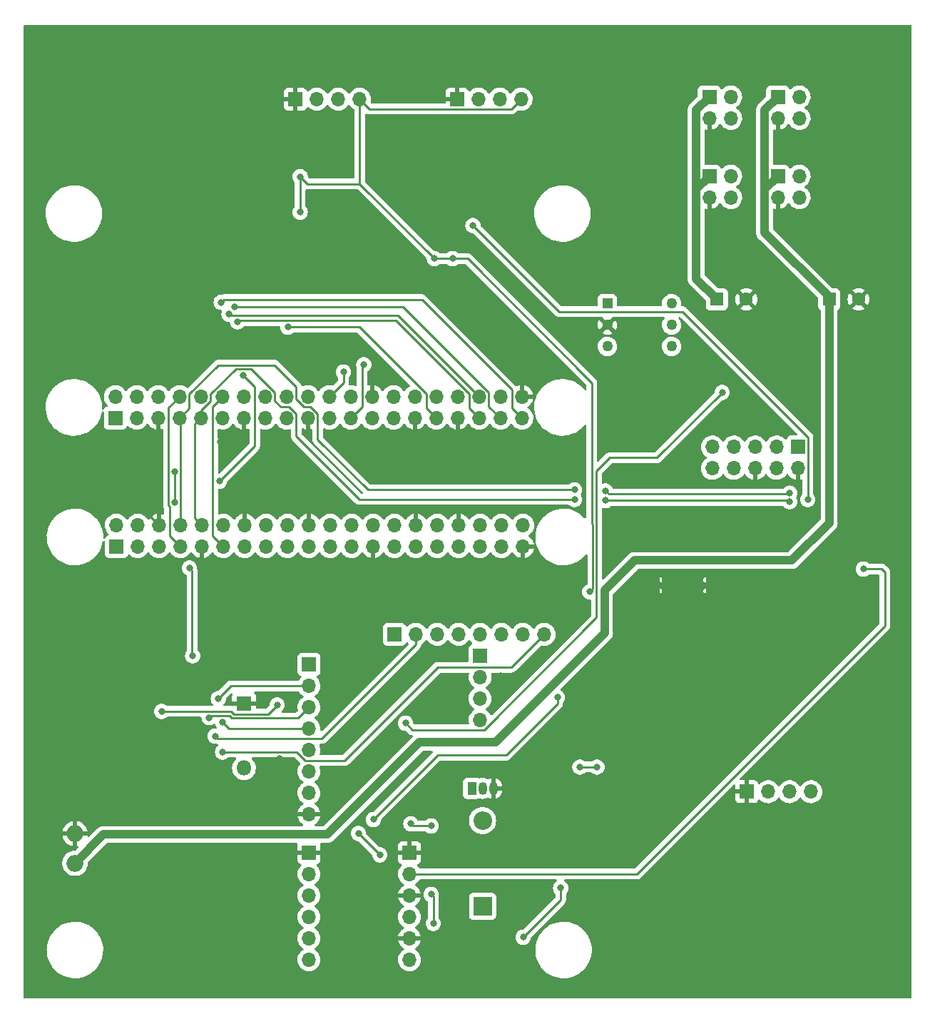
<source format=gbr>
%TF.GenerationSoftware,KiCad,Pcbnew,6.0.2+dfsg-1*%
%TF.CreationDate,2023-06-13T19:55:06-04:00*%
%TF.ProjectId,EngineData,456e6769-6e65-4446-9174-612e6b696361,rev?*%
%TF.SameCoordinates,Original*%
%TF.FileFunction,Copper,L2,Bot*%
%TF.FilePolarity,Positive*%
%FSLAX46Y46*%
G04 Gerber Fmt 4.6, Leading zero omitted, Abs format (unit mm)*
G04 Created by KiCad (PCBNEW 6.0.2+dfsg-1) date 2023-06-13 19:55:06*
%MOMM*%
%LPD*%
G01*
G04 APERTURE LIST*
%TA.AperFunction,ComponentPad*%
%ADD10R,1.800000X1.800000*%
%TD*%
%TA.AperFunction,ComponentPad*%
%ADD11O,1.800000X1.800000*%
%TD*%
%TA.AperFunction,ComponentPad*%
%ADD12R,1.700000X1.700000*%
%TD*%
%TA.AperFunction,ComponentPad*%
%ADD13O,1.700000X1.700000*%
%TD*%
%TA.AperFunction,ComponentPad*%
%ADD14C,0.600000*%
%TD*%
%TA.AperFunction,SMDPad,CuDef*%
%ADD15R,4.900000X2.950000*%
%TD*%
%TA.AperFunction,ComponentPad*%
%ADD16R,1.600000X1.600000*%
%TD*%
%TA.AperFunction,ComponentPad*%
%ADD17C,1.600000*%
%TD*%
%TA.AperFunction,ComponentPad*%
%ADD18R,1.260000X1.260000*%
%TD*%
%TA.AperFunction,ComponentPad*%
%ADD19C,1.260000*%
%TD*%
%TA.AperFunction,ComponentPad*%
%ADD20O,2.000000X2.000000*%
%TD*%
%TA.AperFunction,ComponentPad*%
%ADD21R,1.050000X1.500000*%
%TD*%
%TA.AperFunction,ComponentPad*%
%ADD22O,1.050000X1.500000*%
%TD*%
%TA.AperFunction,ComponentPad*%
%ADD23R,2.200000X2.200000*%
%TD*%
%TA.AperFunction,ComponentPad*%
%ADD24O,2.200000X2.200000*%
%TD*%
%TA.AperFunction,ViaPad*%
%ADD25C,0.800000*%
%TD*%
%TA.AperFunction,Conductor*%
%ADD26C,0.250000*%
%TD*%
%TA.AperFunction,Conductor*%
%ADD27C,1.000000*%
%TD*%
G04 APERTURE END LIST*
D10*
%TO.P,D3,1,K*%
%TO.N,GND*%
X116967000Y-122428000D03*
D11*
%TO.P,D3,2,A*%
%TO.N,/PC1_A1*%
X116967000Y-130048000D03*
%TD*%
D12*
%TO.P,J11,1,Pin_1*%
%TO.N,/VBAT*%
X180335000Y-59812000D03*
D13*
%TO.P,J11,2,Pin_2*%
%TO.N,/CAN_H*%
X182875000Y-59812000D03*
%TO.P,J11,3,Pin_3*%
%TO.N,GND*%
X180335000Y-62352000D03*
%TO.P,J11,4,Pin_4*%
%TO.N,/CAN_L*%
X182875000Y-62352000D03*
%TD*%
D12*
%TO.P,J13,1,Pin_1*%
%TO.N,/VBAT*%
X180335000Y-50409000D03*
D13*
%TO.P,J13,2,Pin_2*%
%TO.N,/CAN_H*%
X182875000Y-50409000D03*
%TO.P,J13,3,Pin_3*%
%TO.N,GND*%
X180335000Y-52949000D03*
%TO.P,J13,4,Pin_4*%
%TO.N,/CAN_L*%
X182875000Y-52949000D03*
%TD*%
D12*
%TO.P,J9,1,Pin_1*%
%TO.N,GND*%
X136618000Y-140081000D03*
D13*
%TO.P,J9,2,Pin_2*%
%TO.N,E_3V3*%
X136618000Y-142621000D03*
%TO.P,J9,3,Pin_3*%
%TO.N,GND*%
X136618000Y-145161000D03*
%TO.P,J9,4,Pin_4*%
%TO.N,E_5V*%
X136618000Y-147701000D03*
%TO.P,J9,5,Pin_5*%
%TO.N,GND*%
X136618000Y-150241000D03*
%TO.P,J9,6,Pin_6*%
%TO.N,E_VIN*%
X136618000Y-152781000D03*
%TD*%
D12*
%TO.P,J5,1,Pin_1*%
%TO.N,/PD5_5*%
X134835000Y-114173000D03*
D13*
%TO.P,J5,2,Pin_2*%
%TO.N,/PD6_6*%
X137375000Y-114173000D03*
%TO.P,J5,3,Pin_3*%
%TO.N,/PB0_8*%
X139915000Y-114173000D03*
%TO.P,J5,4,Pin_4*%
%TO.N,/PD7_7*%
X142455000Y-114173000D03*
%TO.P,J5,5,Pin_5*%
%TO.N,/S_SDA*%
X144995000Y-114173000D03*
%TO.P,J5,6,Pin_6*%
%TO.N,/PD3_3*%
X147535000Y-114173000D03*
%TO.P,J5,7,Pin_7*%
%TO.N,/PC3_A3*%
X150075000Y-114173000D03*
%TO.P,J5,8,Pin_8*%
%TO.N,/S_SCK*%
X152615000Y-114173000D03*
%TD*%
D12*
%TO.P,J3,1,Pin_1*%
%TO.N,/GO1*%
X101820000Y-103764000D03*
D13*
%TO.P,J3,2,Pin_2*%
%TO.N,/GE1*%
X101820000Y-101224000D03*
%TO.P,J3,3,Pin_3*%
%TO.N,/SH_SDA*%
X104360000Y-103764000D03*
%TO.P,J3,4,Pin_4*%
%TO.N,/GE2*%
X104360000Y-101224000D03*
%TO.P,J3,5,Pin_5*%
%TO.N,/SH_SCL*%
X106900000Y-103764000D03*
%TO.P,J3,6,Pin_6*%
%TO.N,GND*%
X106900000Y-101224000D03*
%TO.P,J3,7,Pin_7*%
%TO.N,/GO4*%
X109440000Y-103764000D03*
%TO.P,J3,8,Pin_8*%
%TO.N,/GE4*%
X109440000Y-101224000D03*
%TO.P,J3,9,Pin_9*%
%TO.N,GND*%
X111980000Y-103764000D03*
%TO.P,J3,10,Pin_10*%
%TO.N,/GE5*%
X111980000Y-101224000D03*
%TO.P,J3,11,Pin_11*%
%TO.N,/GO6*%
X114520000Y-103764000D03*
%TO.P,J3,12,Pin_12*%
%TO.N,/GE6*%
X114520000Y-101224000D03*
%TO.P,J3,13,Pin_13*%
%TO.N,/GO7*%
X117060000Y-103764000D03*
%TO.P,J3,14,Pin_14*%
%TO.N,GND*%
X117060000Y-101224000D03*
%TO.P,J3,15,Pin_15*%
%TO.N,/GO8*%
X119600000Y-103764000D03*
%TO.P,J3,16,Pin_16*%
%TO.N,/GE8*%
X119600000Y-101224000D03*
%TO.P,J3,17,Pin_17*%
%TO.N,/GO9*%
X122140000Y-103764000D03*
%TO.P,J3,18,Pin_18*%
%TO.N,/GE9*%
X122140000Y-101224000D03*
%TO.P,J3,19,Pin_19*%
%TO.N,/GO10*%
X124680000Y-103764000D03*
%TO.P,J3,20,Pin_20*%
%TO.N,GND*%
X124680000Y-101224000D03*
%TO.P,J3,21,Pin_21*%
%TO.N,/GO11*%
X127220000Y-103764000D03*
%TO.P,J3,22,Pin_22*%
%TO.N,/GE11*%
X127220000Y-101224000D03*
%TO.P,J3,23,Pin_23*%
%TO.N,/GO12*%
X129760000Y-103764000D03*
%TO.P,J3,24,Pin_24*%
%TO.N,/GE12*%
X129760000Y-101224000D03*
%TO.P,J3,25,Pin_25*%
%TO.N,GND*%
X132300000Y-103764000D03*
%TO.P,J3,26,Pin_26*%
%TO.N,/GE13*%
X132300000Y-101224000D03*
%TO.P,J3,27,Pin_27*%
%TO.N,/GO14*%
X134840000Y-103764000D03*
%TO.P,J3,28,Pin_28*%
%TO.N,/GE14*%
X134840000Y-101224000D03*
%TO.P,J3,29,Pin_29*%
%TO.N,/GO15*%
X137380000Y-103764000D03*
%TO.P,J3,30,Pin_30*%
%TO.N,GND*%
X137380000Y-101224000D03*
%TO.P,J3,31,Pin_31*%
%TO.N,/GO16*%
X139920000Y-103764000D03*
%TO.P,J3,32,Pin_32*%
%TO.N,/GE16*%
X139920000Y-101224000D03*
%TO.P,J3,33,Pin_33*%
%TO.N,/GO17*%
X142460000Y-103764000D03*
%TO.P,J3,34,Pin_34*%
%TO.N,GND*%
X142460000Y-101224000D03*
%TO.P,J3,35,Pin_35*%
%TO.N,/GO18*%
X145000000Y-103764000D03*
%TO.P,J3,36,Pin_36*%
%TO.N,/GE18*%
X145000000Y-101224000D03*
%TO.P,J3,37,Pin_37*%
%TO.N,/GO19*%
X147540000Y-103764000D03*
%TO.P,J3,38,Pin_38*%
%TO.N,/GE19*%
X147540000Y-101224000D03*
%TO.P,J3,39,Pin_39*%
%TO.N,GND*%
X150080000Y-103764000D03*
%TO.P,J3,40,Pin_40*%
%TO.N,/GE20*%
X150080000Y-101224000D03*
%TD*%
D12*
%TO.P,J14,1,Pin_1*%
%TO.N,/VSW*%
X172207000Y-50409000D03*
D13*
%TO.P,J14,2,Pin_2*%
%TO.N,/CAN_H*%
X174747000Y-50409000D03*
%TO.P,J14,3,Pin_3*%
%TO.N,GND*%
X172207000Y-52949000D03*
%TO.P,J14,4,Pin_4*%
%TO.N,/CAN_L*%
X174747000Y-52949000D03*
%TD*%
D12*
%TO.P,J6,1,Pin_1*%
%TO.N,/TXD_1*%
X144995000Y-116713000D03*
D13*
%TO.P,J6,2,Pin_2*%
%TO.N,/RXD_0*%
X144995000Y-119253000D03*
%TO.P,J6,3,Pin_3*%
%TO.N,/S_SCL*%
X144995000Y-121793000D03*
%TO.P,J6,4,Pin_4*%
%TO.N,/S_AREF*%
X144995000Y-124333000D03*
%TD*%
D12*
%TO.P,J16,1,Pin_1*%
%TO.N,GND*%
X142250000Y-50673000D03*
D13*
%TO.P,J16,2,Pin_2*%
%TO.N,Net-(J16-Pad2)*%
X144790000Y-50673000D03*
%TO.P,J16,3,Pin_3*%
%TO.N,Net-(J16-Pad3)*%
X147330000Y-50673000D03*
%TO.P,J16,4,Pin_4*%
%TO.N,VCC*%
X149870000Y-50673000D03*
%TD*%
D14*
%TO.P,U7,9,AGND*%
%TO.N,GND*%
X167113668Y-107692000D03*
X168413668Y-107692000D03*
X171013668Y-107692000D03*
X169713668Y-108992000D03*
X169713668Y-107692000D03*
X171013668Y-108992000D03*
D15*
X169063668Y-108342000D03*
D14*
X168413668Y-108992000D03*
X167113668Y-108992000D03*
%TD*%
D16*
%TO.P,C8,1*%
%TO.N,/VBAT*%
X186434349Y-74422000D03*
D17*
%TO.P,C8,2*%
%TO.N,GND*%
X189934349Y-74422000D03*
%TD*%
D12*
%TO.P,J8,1,Pin_1*%
%TO.N,GND*%
X124680000Y-140081000D03*
D13*
%TO.P,J8,2,Pin_2*%
%TO.N,/LCK*%
X124680000Y-142621000D03*
%TO.P,J8,3,Pin_3*%
%TO.N,3V3*%
X124680000Y-145161000D03*
%TO.P,J8,4,Pin_4*%
%TO.N,/+5v*%
X124680000Y-147701000D03*
%TO.P,J8,5,Pin_5*%
%TO.N,/DBL*%
X124680000Y-150241000D03*
%TO.P,J8,6,Pin_6*%
%TO.N,/VIN*%
X124680000Y-152781000D03*
%TD*%
D12*
%TO.P,J2,1,Pin_1*%
%TO.N,GND*%
X176667000Y-132842000D03*
D13*
%TO.P,J2,2,Pin_2*%
%TO.N,Net-(J2-Pad2)*%
X179207000Y-132842000D03*
%TO.P,J2,3,Pin_3*%
%TO.N,Net-(J2-Pad3)*%
X181747000Y-132842000D03*
%TO.P,J2,4,Pin_4*%
%TO.N,VCC*%
X184287000Y-132842000D03*
%TD*%
D16*
%TO.P,C10,1*%
%TO.N,/VSW*%
X173099349Y-74422000D03*
D17*
%TO.P,C10,2*%
%TO.N,GND*%
X176599349Y-74422000D03*
%TD*%
D12*
%TO.P,J15,1,Pin_1*%
%TO.N,GND*%
X123073000Y-50673000D03*
D13*
%TO.P,J15,2,Pin_2*%
%TO.N,Net-(J15-Pad2)*%
X125613000Y-50673000D03*
%TO.P,J15,3,Pin_3*%
%TO.N,Net-(J15-Pad3)*%
X128153000Y-50673000D03*
%TO.P,J15,4,Pin_4*%
%TO.N,VCC*%
X130693000Y-50673000D03*
%TD*%
D12*
%TO.P,J10,1,Pin_1*%
%TO.N,/GE1*%
X101688000Y-88506000D03*
D13*
%TO.P,J10,2,Pin_2*%
%TO.N,/GO1*%
X101688000Y-85966000D03*
%TO.P,J10,3,Pin_3*%
%TO.N,/GE2*%
X104228000Y-88506000D03*
%TO.P,J10,4,Pin_4*%
%TO.N,/Pi_SDA*%
X104228000Y-85966000D03*
%TO.P,J10,5,Pin_5*%
%TO.N,GND*%
X106768000Y-88506000D03*
%TO.P,J10,6,Pin_6*%
%TO.N,/PI_SCL*%
X106768000Y-85966000D03*
%TO.P,J10,7,Pin_7*%
%TO.N,/GE4*%
X109308000Y-88506000D03*
%TO.P,J10,8,Pin_8*%
%TO.N,/GO4*%
X109308000Y-85966000D03*
%TO.P,J10,9,Pin_9*%
%TO.N,/GE5*%
X111848000Y-88506000D03*
%TO.P,J10,10,Pin_10*%
%TO.N,GND*%
X111848000Y-85966000D03*
%TO.P,J10,11,Pin_11*%
%TO.N,/GE6*%
X114388000Y-88506000D03*
%TO.P,J10,12,Pin_12*%
%TO.N,/GO6*%
X114388000Y-85966000D03*
%TO.P,J10,13,Pin_13*%
%TO.N,GND*%
X116928000Y-88506000D03*
%TO.P,J10,14,Pin_14*%
%TO.N,/GO7*%
X116928000Y-85966000D03*
%TO.P,J10,15,Pin_15*%
%TO.N,/GE8*%
X119468000Y-88506000D03*
%TO.P,J10,16,Pin_16*%
%TO.N,/GO8*%
X119468000Y-85966000D03*
%TO.P,J10,17,Pin_17*%
%TO.N,/GE9*%
X122008000Y-88506000D03*
%TO.P,J10,18,Pin_18*%
%TO.N,/GO9*%
X122008000Y-85966000D03*
%TO.P,J10,19,Pin_19*%
%TO.N,GND*%
X124548000Y-88506000D03*
%TO.P,J10,20,Pin_20*%
%TO.N,/GO10*%
X124548000Y-85966000D03*
%TO.P,J10,21,Pin_21*%
%TO.N,/GE11*%
X127088000Y-88506000D03*
%TO.P,J10,22,Pin_22*%
%TO.N,/GO11*%
X127088000Y-85966000D03*
%TO.P,J10,23,Pin_23*%
%TO.N,/GE12*%
X129628000Y-88506000D03*
%TO.P,J10,24,Pin_24*%
%TO.N,/GO12*%
X129628000Y-85966000D03*
%TO.P,J10,25,Pin_25*%
%TO.N,/GE13*%
X132168000Y-88506000D03*
%TO.P,J10,26,Pin_26*%
%TO.N,GND*%
X132168000Y-85966000D03*
%TO.P,J10,27,Pin_27*%
%TO.N,/GE14*%
X134708000Y-88506000D03*
%TO.P,J10,28,Pin_28*%
%TO.N,/GO14*%
X134708000Y-85966000D03*
%TO.P,J10,29,Pin_29*%
%TO.N,GND*%
X137248000Y-88506000D03*
%TO.P,J10,30,Pin_30*%
%TO.N,/GO15*%
X137248000Y-85966000D03*
%TO.P,J10,31,Pin_31*%
%TO.N,/GE16*%
X139788000Y-88506000D03*
%TO.P,J10,32,Pin_32*%
%TO.N,/GO16*%
X139788000Y-85966000D03*
%TO.P,J10,33,Pin_33*%
%TO.N,GND*%
X142328000Y-88506000D03*
%TO.P,J10,34,Pin_34*%
%TO.N,/GO17*%
X142328000Y-85966000D03*
%TO.P,J10,35,Pin_35*%
%TO.N,/GE18*%
X144868000Y-88506000D03*
%TO.P,J10,36,Pin_36*%
%TO.N,/GO18*%
X144868000Y-85966000D03*
%TO.P,J10,37,Pin_37*%
%TO.N,/GE19*%
X147408000Y-88506000D03*
%TO.P,J10,38,Pin_38*%
%TO.N,/GO19*%
X147408000Y-85966000D03*
%TO.P,J10,39,Pin_39*%
%TO.N,/GE20*%
X149948000Y-88506000D03*
%TO.P,J10,40,Pin_40*%
%TO.N,GND*%
X149948000Y-85966000D03*
%TD*%
D18*
%TO.P,U1,1*%
%TO.N,Net-(R2-Pad2)*%
X160106500Y-74930000D03*
D19*
%TO.P,U1,2*%
%TO.N,GND*%
X160106500Y-77470000D03*
%TO.P,U1,3*%
%TO.N,N/C*%
X160106500Y-80010000D03*
%TO.P,U1,4*%
%TO.N,/VSW*%
X167726500Y-80010000D03*
%TO.P,U1,5*%
%TO.N,/O2POW*%
X167726500Y-77470000D03*
%TO.P,U1,6*%
%TO.N,/VSW*%
X167726500Y-74930000D03*
%TD*%
D20*
%TO.P,J4,1,Pin_1*%
%TO.N,/VBAT*%
X96901000Y-141323000D03*
%TO.P,J4,2,Pin_2*%
%TO.N,GND*%
X96901000Y-137823000D03*
%TD*%
D12*
%TO.P,J1,1,Pin_1*%
%TO.N,/VBAT*%
X182748000Y-91943000D03*
D13*
%TO.P,J1,2,Pin_2*%
%TO.N,GND*%
X182748000Y-94483000D03*
%TO.P,J1,3,Pin_3*%
%TO.N,/VSW*%
X180208000Y-91943000D03*
%TO.P,J1,4,Pin_4*%
%TO.N,/TACH*%
X180208000Y-94483000D03*
%TO.P,J1,5,Pin_5*%
%TO.N,/O2POW*%
X177668000Y-91943000D03*
%TO.P,J1,6,Pin_6*%
%TO.N,GND*%
X177668000Y-94483000D03*
%TO.P,J1,7,Pin_7*%
%TO.N,/OIL_T*%
X175128000Y-91943000D03*
%TO.P,J1,8,Pin_8*%
%TO.N,/GEAR*%
X175128000Y-94483000D03*
%TO.P,J1,9,Pin_9*%
%TO.N,/OIL_P*%
X172588000Y-91943000D03*
%TO.P,J1,10,Pin_10*%
%TO.N,VCC*%
X172588000Y-94483000D03*
%TD*%
D21*
%TO.P,Q1,1,E*%
%TO.N,/PD3_3*%
X144018000Y-132440000D03*
D22*
%TO.P,Q1,2,B*%
%TO.N,Net-(D2-Pad2)*%
X145288000Y-132440000D03*
%TO.P,Q1,3,C*%
%TO.N,GND*%
X146558000Y-132440000D03*
%TD*%
D12*
%TO.P,J12,1,Pin_1*%
%TO.N,/VSW*%
X172207000Y-59812000D03*
D13*
%TO.P,J12,2,Pin_2*%
%TO.N,/CAN_H*%
X174747000Y-59812000D03*
%TO.P,J12,3,Pin_3*%
%TO.N,GND*%
X172207000Y-62352000D03*
%TO.P,J12,4,Pin_4*%
%TO.N,/CAN_L*%
X174747000Y-62352000D03*
%TD*%
D12*
%TO.P,J7,1,Pin_1*%
%TO.N,/PB1_9*%
X124680000Y-117744000D03*
D13*
%TO.P,J7,2,Pin_2*%
%TO.N,/PB2_10*%
X124680000Y-120284000D03*
%TO.P,J7,3,Pin_3*%
%TO.N,/S_MOSI_11*%
X124680000Y-122824000D03*
%TO.P,J7,4,Pin_4*%
%TO.N,/S_MISO_12*%
X124680000Y-125364000D03*
%TO.P,J7,5,Pin_5*%
%TO.N,/PD2_2*%
X124680000Y-127904000D03*
%TO.P,J7,6,Pin_6*%
%TO.N,/OIL_T*%
X124680000Y-130444000D03*
%TO.P,J7,7,Pin_7*%
%TO.N,/PC1_A1*%
X124680000Y-132984000D03*
%TO.P,J7,8,Pin_8*%
%TO.N,GND*%
X124680000Y-135524000D03*
%TD*%
D23*
%TO.P,D2,1,K*%
%TO.N,/GEAR*%
X145288000Y-146431000D03*
D24*
%TO.P,D2,2,A*%
%TO.N,Net-(D2-Pad2)*%
X145288000Y-136271000D03*
%TD*%
D25*
%TO.N,VCC*%
X141732000Y-69596000D03*
%TO.N,GND*%
X172720000Y-109474000D03*
X172720000Y-107188000D03*
X165354000Y-109220000D03*
X165608000Y-107442000D03*
X177038000Y-62230000D03*
X134112000Y-120904000D03*
X168148000Y-128016000D03*
X136398000Y-55880000D03*
X114300000Y-98171000D03*
X103378000Y-134366000D03*
X154940000Y-92837000D03*
X161798000Y-65532000D03*
X188722000Y-58420000D03*
X165862000Y-95377000D03*
X130048000Y-63881000D03*
X121158000Y-128867500D03*
X147447000Y-119126000D03*
X99822000Y-79248000D03*
X158242000Y-59690000D03*
X176276000Y-46101000D03*
X105410000Y-144018000D03*
X119634000Y-79248000D03*
X172450536Y-103870536D03*
X96520000Y-109474000D03*
X104902000Y-79248000D03*
X148590000Y-67310000D03*
X141351000Y-139065000D03*
X107061000Y-151003000D03*
X104521000Y-98425000D03*
X190246000Y-98044000D03*
X189357000Y-51816000D03*
X95631000Y-115570000D03*
X187325000Y-65151000D03*
X129413000Y-126873000D03*
X112649000Y-79248000D03*
X180594000Y-116967000D03*
X181483000Y-82677000D03*
X147066000Y-55499000D03*
X165735000Y-87249000D03*
X173101000Y-145034000D03*
X176022000Y-67437000D03*
X170688000Y-127889000D03*
X114173000Y-91313000D03*
X119126000Y-65278000D03*
X120269000Y-142367000D03*
X164211000Y-117729000D03*
X175768000Y-127889000D03*
X191520300Y-125861300D03*
X173228000Y-127889000D03*
X115697000Y-135509000D03*
X166243000Y-62484000D03*
%TO.N,/VBAT*%
X159766000Y-108966000D03*
%TO.N,/VSW*%
X136144000Y-124714000D03*
X139192000Y-136906000D03*
X173736000Y-85471000D03*
X136779000Y-136652000D03*
%TO.N,/TACH*%
X139446000Y-148463000D03*
X139192000Y-145034000D03*
%TO.N,VCC*%
X120904000Y-122555000D03*
X123639500Y-59876500D03*
X154559000Y-144272000D03*
X158877000Y-129921000D03*
X158025500Y-109130682D03*
X150114000Y-150114000D03*
X107188000Y-123317000D03*
X139573000Y-69596000D03*
X123639500Y-64075500D03*
X156845000Y-129921000D03*
%TO.N,/GE20*%
X114268851Y-74781857D03*
%TO.N,/GE19*%
X115824000Y-75311000D03*
%TO.N,/GE18*%
X116205000Y-77089000D03*
%TO.N,/GO18*%
X115189000Y-76200000D03*
%TO.N,/GE16*%
X122174000Y-77724000D03*
%TO.N,/GE12*%
X131191000Y-82169000D03*
%TO.N,/GO11*%
X128778000Y-83058000D03*
%TO.N,/GE5*%
X156210000Y-98171000D03*
X181737000Y-98425000D03*
X159893000Y-98298000D03*
%TO.N,/GE4*%
X181751495Y-97425603D03*
X156210000Y-97028000D03*
X159893000Y-97155000D03*
%TO.N,E_3V3*%
X130556000Y-137795000D03*
X183896000Y-98171000D03*
X108712000Y-94869000D03*
X133096000Y-140335000D03*
X190500000Y-106426000D03*
X110871000Y-116713000D03*
X144145000Y-65659000D03*
X114046000Y-96014000D03*
X108712000Y-98552000D03*
X116840000Y-83439000D03*
X110490000Y-106299000D03*
%TO.N,3V3*%
X154178000Y-121666000D03*
X132334000Y-136144000D03*
%TO.N,/PD6_6*%
X113533701Y-126242299D03*
%TO.N,/S_SCK*%
X114427000Y-128143000D03*
%TO.N,/PB2_10*%
X113919000Y-121793000D03*
%TO.N,/S_MOSI_11*%
X112836814Y-124041500D03*
%TO.N,/S_MISO_12*%
X114427000Y-124587000D03*
%TD*%
D26*
%TO.N,VCC*%
X139573000Y-69596000D02*
X141732000Y-69596000D01*
X141732000Y-69596000D02*
X143510000Y-69596000D01*
D27*
%TO.N,/VSW*%
X170657489Y-51958511D02*
X172207000Y-50409000D01*
X170657489Y-61361511D02*
X170657489Y-51958511D01*
X170657489Y-71980140D02*
X170657489Y-61361511D01*
X173099349Y-74422000D02*
X170657489Y-71980140D01*
D26*
%TO.N,GND*%
X104521000Y-98425000D02*
X104521000Y-98845000D01*
X104521000Y-98845000D02*
X106900000Y-101224000D01*
D27*
%TO.N,/VBAT*%
X186434349Y-74168000D02*
X178785489Y-66519140D01*
X163322000Y-105410000D02*
X181991000Y-105410000D01*
X146812000Y-127000000D02*
X159766000Y-114046000D01*
X186434349Y-100966651D02*
X186434349Y-74168000D01*
X137761000Y-127000000D02*
X146812000Y-127000000D01*
X96901000Y-141323000D02*
X100302000Y-137922000D01*
X178785489Y-66519140D02*
X178785489Y-51958511D01*
X178785489Y-61361511D02*
X180335000Y-59812000D01*
X126839000Y-137922000D02*
X137761000Y-127000000D01*
X181991000Y-105410000D02*
X186434349Y-100966651D01*
X100302000Y-137922000D02*
X126839000Y-137922000D01*
X159766000Y-108966000D02*
X163322000Y-105410000D01*
X159766000Y-114046000D02*
X159766000Y-108966000D01*
X178785489Y-51958511D02*
X180335000Y-50409000D01*
D26*
%TO.N,/VSW*%
X136937511Y-125507511D02*
X136144000Y-124714000D01*
X145481499Y-125507511D02*
X136937511Y-125507511D01*
X158825031Y-94793969D02*
X158825031Y-112163979D01*
X136779000Y-136652000D02*
X137033000Y-136906000D01*
D27*
X170657489Y-61361511D02*
X172207000Y-59812000D01*
D26*
X173736000Y-85471000D02*
X165989000Y-93218000D01*
X160401000Y-93218000D02*
X158825031Y-94793969D01*
X137033000Y-136906000D02*
X139192000Y-136906000D01*
X158825031Y-112163979D02*
X145481499Y-125507511D01*
X165989000Y-93218000D02*
X160401000Y-93218000D01*
%TO.N,/TACH*%
X139192000Y-145034000D02*
X139446000Y-145288000D01*
X139446000Y-145288000D02*
X139446000Y-148463000D01*
%TO.N,VCC*%
X130693000Y-50673000D02*
X130693000Y-60716000D01*
X107188000Y-123317000D02*
X115406978Y-123317000D01*
X131867511Y-51847511D02*
X130693000Y-50673000D01*
X130693000Y-60716000D02*
X124479000Y-60716000D01*
X115742489Y-123652511D02*
X119806489Y-123652511D01*
X150114000Y-150114000D02*
X154559000Y-145669000D01*
X158375521Y-101176805D02*
X158375521Y-108780661D01*
X115406978Y-123317000D02*
X115742489Y-123652511D01*
X124479000Y-60716000D02*
X123639500Y-59876500D01*
X130693000Y-60716000D02*
X139573000Y-69596000D01*
X158877000Y-129921000D02*
X156845000Y-129921000D01*
X149870000Y-50673000D02*
X148695489Y-51847511D01*
X158248521Y-101049805D02*
X158375521Y-101176805D01*
X148695489Y-51847511D02*
X131867511Y-51847511D01*
X158375521Y-108780661D02*
X158025500Y-109130682D01*
X143510000Y-69596000D02*
X158248521Y-84334521D01*
X158248521Y-84334521D02*
X158248521Y-101049805D01*
X154559000Y-145669000D02*
X154559000Y-144272000D01*
X119806489Y-123652511D02*
X120904000Y-122555000D01*
X123639500Y-64075500D02*
X123639500Y-59876500D01*
%TO.N,/GE20*%
X148773489Y-85146489D02*
X138086499Y-74459499D01*
X138086499Y-74459499D02*
X114591209Y-74459499D01*
X149948000Y-88506000D02*
X148773489Y-87331489D01*
X148773489Y-87331489D02*
X148773489Y-85146489D01*
X114591209Y-74459499D02*
X114268851Y-74781857D01*
%TO.N,/GE19*%
X135874010Y-75311000D02*
X115824000Y-75311000D01*
X147408000Y-88506000D02*
X146042511Y-87140511D01*
X146042511Y-87140511D02*
X146042511Y-85479501D01*
X146042511Y-85479501D02*
X135874010Y-75311000D01*
%TO.N,/GE18*%
X143693489Y-85670479D02*
X134985010Y-76962000D01*
X143693489Y-87331489D02*
X143693489Y-85670479D01*
X116332000Y-76962000D02*
X116205000Y-77089000D01*
X144868000Y-88506000D02*
X143693489Y-87331489D01*
X134985010Y-76962000D02*
X116332000Y-76962000D01*
%TO.N,/GO18*%
X115346300Y-76357300D02*
X115189000Y-76200000D01*
X135259300Y-76357300D02*
X115346300Y-76357300D01*
X144868000Y-85966000D02*
X135259300Y-76357300D01*
%TO.N,/GE16*%
X138613489Y-87331489D02*
X138613489Y-85670479D01*
X139788000Y-88506000D02*
X138613489Y-87331489D01*
X138613489Y-85670479D02*
X130667010Y-77724000D01*
X130667010Y-77724000D02*
X122174000Y-77724000D01*
%TO.N,/GE12*%
X130993489Y-87140511D02*
X129628000Y-88506000D01*
X131191000Y-82169000D02*
X130993489Y-82366511D01*
X130993489Y-82366511D02*
X130993489Y-87140511D01*
%TO.N,/GO11*%
X128778000Y-84276000D02*
X127088000Y-85966000D01*
X128778000Y-83058000D02*
X128778000Y-84276000D01*
%TO.N,/GO6*%
X114388000Y-85966000D02*
X113213489Y-87140511D01*
X113213489Y-90979889D02*
X113246501Y-91012901D01*
X113246501Y-102490501D02*
X114520000Y-103764000D01*
X113213489Y-87140511D02*
X113213489Y-90979889D01*
X113246501Y-91012901D02*
X113246501Y-102490501D01*
%TO.N,/GE5*%
X159893000Y-98298000D02*
X181610000Y-98298000D01*
X111848000Y-87627010D02*
X111848000Y-88506000D01*
X120642511Y-86452499D02*
X120642511Y-85479501D01*
X130683000Y-98171000D02*
X123182511Y-90670511D01*
X156210000Y-98171000D02*
X130683000Y-98171000D01*
X181610000Y-98298000D02*
X181737000Y-98425000D01*
X113022511Y-85670479D02*
X113022511Y-86452499D01*
X123182511Y-88019501D02*
X122303521Y-87140511D01*
X123182511Y-90670511D02*
X123182511Y-88019501D01*
X111130000Y-89224000D02*
X111848000Y-88506000D01*
X120642511Y-85479501D02*
X117840010Y-82677000D01*
X122303521Y-87140511D02*
X121330523Y-87140511D01*
X113022511Y-86452499D02*
X111848000Y-87627010D01*
X121330523Y-87140511D02*
X120642511Y-86452499D01*
X117840010Y-82677000D02*
X116015990Y-82677000D01*
X111980000Y-101224000D02*
X111130000Y-100374000D01*
X116015990Y-82677000D02*
X113022511Y-85670479D01*
X111130000Y-100374000D02*
X111130000Y-89224000D01*
%TO.N,/GE4*%
X125722511Y-91051511D02*
X125722511Y-88019501D01*
X109440000Y-88638000D02*
X109440000Y-101224000D01*
X123182511Y-86261521D02*
X123182511Y-84828511D01*
X160274000Y-97536000D02*
X181641098Y-97536000D01*
X120581490Y-82227490D02*
X113925500Y-82227490D01*
X124061501Y-87140511D02*
X123182511Y-86261521D01*
X124843521Y-87140511D02*
X124061501Y-87140511D01*
X113925500Y-82227490D02*
X110482511Y-85670479D01*
X181641098Y-97536000D02*
X181751495Y-97425603D01*
X110482511Y-85670479D02*
X110482511Y-87331489D01*
X159893000Y-97155000D02*
X160274000Y-97536000D01*
X131699000Y-97028000D02*
X125722511Y-91051511D01*
X123182511Y-84828511D02*
X120581490Y-82227490D01*
X156210000Y-97028000D02*
X131699000Y-97028000D01*
X125722511Y-88019501D02*
X124843521Y-87140511D01*
X110482511Y-87331489D02*
X109308000Y-88506000D01*
%TO.N,/GO4*%
X107987499Y-98852099D02*
X108133489Y-98998089D01*
X107987499Y-87286501D02*
X107987499Y-98852099D01*
X108133489Y-102457489D02*
X109440000Y-103764000D01*
X108133489Y-98998089D02*
X108133489Y-102457489D01*
X109308000Y-85966000D02*
X107987499Y-87286501D01*
%TO.N,E_3V3*%
X154370511Y-75884511D02*
X169038533Y-75884511D01*
X118237000Y-91823000D02*
X114046000Y-96014000D01*
X183922511Y-90768489D02*
X183922511Y-98144489D01*
X133096000Y-140335000D02*
X130556000Y-137795000D01*
X183922511Y-98144489D02*
X183896000Y-98171000D01*
X193040000Y-106807000D02*
X193040000Y-113157000D01*
X110805489Y-116647489D02*
X110805489Y-106614489D01*
X110805489Y-106614489D02*
X110490000Y-106299000D01*
X193040000Y-113157000D02*
X163576000Y-142621000D01*
X192659000Y-106426000D02*
X193040000Y-106807000D01*
X108712000Y-98552000D02*
X108712000Y-94869000D01*
X144145000Y-65659000D02*
X154370511Y-75884511D01*
X190500000Y-106426000D02*
X192659000Y-106426000D01*
X118237000Y-84836000D02*
X118237000Y-91823000D01*
X110871000Y-116713000D02*
X110805489Y-116647489D01*
X163576000Y-142621000D02*
X136618000Y-142621000D01*
X116840000Y-83439000D02*
X118237000Y-84836000D01*
X169038533Y-75884511D02*
X183922511Y-90768489D01*
%TO.N,3V3*%
X148082000Y-128524000D02*
X154178000Y-122428000D01*
X132334000Y-136144000D02*
X139954000Y-128524000D01*
X154178000Y-122428000D02*
X154178000Y-121666000D01*
X139954000Y-128524000D02*
X148082000Y-128524000D01*
%TO.N,/PD6_6*%
X137375000Y-115375081D02*
X126211570Y-126538511D01*
X126211570Y-126538511D02*
X113829913Y-126538511D01*
X113829913Y-126538511D02*
X113533701Y-126242299D01*
X137375000Y-114173000D02*
X137375000Y-115375081D01*
%TO.N,/S_SCK*%
X128905000Y-129159000D02*
X139985511Y-118078489D01*
X123257990Y-128143000D02*
X124273990Y-129159000D01*
X148709511Y-118078489D02*
X152615000Y-114173000D01*
X114427000Y-128143000D02*
X123257990Y-128143000D01*
X124273990Y-129159000D02*
X128905000Y-129159000D01*
X139985511Y-118078489D02*
X148709511Y-118078489D01*
%TO.N,/PB2_10*%
X115428000Y-120284000D02*
X113919000Y-121793000D01*
X124680000Y-120284000D02*
X115428000Y-120284000D01*
%TO.N,/S_MOSI_11*%
X124680000Y-122824000D02*
X123401979Y-124102021D01*
X123401979Y-124102021D02*
X115556295Y-124102021D01*
X115556295Y-124102021D02*
X115283573Y-123829299D01*
X113049015Y-123829299D02*
X112836814Y-124041500D01*
X115283573Y-123829299D02*
X113049015Y-123829299D01*
%TO.N,/S_MISO_12*%
X115204000Y-125364000D02*
X114427000Y-124587000D01*
X124680000Y-125364000D02*
X115204000Y-125364000D01*
%TD*%
%TA.AperFunction,Conductor*%
%TO.N,GND*%
G36*
X196189121Y-41898002D02*
G01*
X196235614Y-41951658D01*
X196247000Y-42004000D01*
X196247000Y-157259000D01*
X196226998Y-157327121D01*
X196173342Y-157373614D01*
X196121000Y-157385000D01*
X90899000Y-157385000D01*
X90830879Y-157364998D01*
X90784386Y-157311342D01*
X90773000Y-157259000D01*
X90773000Y-151510598D01*
X93547061Y-151510598D01*
X93550184Y-151643104D01*
X93552904Y-151758530D01*
X93555749Y-151879277D01*
X93604842Y-152244776D01*
X93693746Y-152602680D01*
X93821387Y-152948667D01*
X93986224Y-153278559D01*
X93988093Y-153281454D01*
X93988095Y-153281457D01*
X94184383Y-153585452D01*
X94184388Y-153585458D01*
X94186267Y-153588369D01*
X94188464Y-153591067D01*
X94188465Y-153591069D01*
X94379054Y-153825171D01*
X94419098Y-153874357D01*
X94421568Y-153876789D01*
X94421573Y-153876794D01*
X94639233Y-154091062D01*
X94681905Y-154133069D01*
X94971515Y-154361379D01*
X95284430Y-154556530D01*
X95287565Y-154558035D01*
X95287566Y-154558036D01*
X95613746Y-154714667D01*
X95613756Y-154714671D01*
X95616869Y-154716166D01*
X95964819Y-154838357D01*
X96324076Y-154921628D01*
X96327493Y-154922032D01*
X96327502Y-154922034D01*
X96687596Y-154964653D01*
X96690300Y-154964973D01*
X96693015Y-154965058D01*
X96693024Y-154965059D01*
X96718753Y-154965867D01*
X96738886Y-154966500D01*
X96993578Y-154966500D01*
X96995296Y-154966405D01*
X96995312Y-154966405D01*
X97141742Y-154958346D01*
X97269224Y-154951330D01*
X97633000Y-154890781D01*
X97987936Y-154790679D01*
X98329743Y-154652233D01*
X98510526Y-154554688D01*
X98651244Y-154478761D01*
X98651248Y-154478758D01*
X98654294Y-154477115D01*
X98657143Y-154475146D01*
X98954825Y-154269405D01*
X98954826Y-154269404D01*
X98957668Y-154267440D01*
X98960274Y-154265179D01*
X98960280Y-154265174D01*
X99233586Y-154028011D01*
X99236202Y-154025741D01*
X99250441Y-154010338D01*
X99484182Y-153757477D01*
X99486530Y-153754937D01*
X99687329Y-153483077D01*
X99703572Y-153461086D01*
X99703574Y-153461083D01*
X99705631Y-153458298D01*
X99890857Y-153139408D01*
X99919763Y-153074023D01*
X100038568Y-152805292D01*
X100038569Y-152805289D01*
X100039971Y-152802118D01*
X100057183Y-152747695D01*
X123317251Y-152747695D01*
X123317548Y-152752848D01*
X123317548Y-152752851D01*
X123323011Y-152847590D01*
X123330110Y-152970715D01*
X123331247Y-152975761D01*
X123331248Y-152975767D01*
X123351119Y-153063939D01*
X123379222Y-153188639D01*
X123463266Y-153395616D01*
X123579987Y-153586088D01*
X123726250Y-153754938D01*
X123898126Y-153897632D01*
X124091000Y-154010338D01*
X124095825Y-154012180D01*
X124095826Y-154012181D01*
X124131336Y-154025741D01*
X124299692Y-154090030D01*
X124304760Y-154091061D01*
X124304763Y-154091062D01*
X124412017Y-154112883D01*
X124518597Y-154134567D01*
X124523772Y-154134757D01*
X124523774Y-154134757D01*
X124736673Y-154142564D01*
X124736677Y-154142564D01*
X124741837Y-154142753D01*
X124746957Y-154142097D01*
X124746959Y-154142097D01*
X124958288Y-154115025D01*
X124958289Y-154115025D01*
X124963416Y-154114368D01*
X124968366Y-154112883D01*
X125172429Y-154051661D01*
X125172434Y-154051659D01*
X125177384Y-154050174D01*
X125377994Y-153951896D01*
X125559860Y-153822173D01*
X125624783Y-153757477D01*
X125714435Y-153668137D01*
X125718096Y-153664489D01*
X125772794Y-153588369D01*
X125845435Y-153487277D01*
X125848453Y-153483077D01*
X125860700Y-153458298D01*
X125945136Y-153287453D01*
X125945137Y-153287451D01*
X125947430Y-153282811D01*
X126012370Y-153069069D01*
X126041529Y-152847590D01*
X126041611Y-152844240D01*
X126043074Y-152784365D01*
X126043074Y-152784361D01*
X126043156Y-152781000D01*
X126040418Y-152747695D01*
X135255251Y-152747695D01*
X135255548Y-152752848D01*
X135255548Y-152752851D01*
X135261011Y-152847590D01*
X135268110Y-152970715D01*
X135269247Y-152975761D01*
X135269248Y-152975767D01*
X135289119Y-153063939D01*
X135317222Y-153188639D01*
X135401266Y-153395616D01*
X135517987Y-153586088D01*
X135664250Y-153754938D01*
X135836126Y-153897632D01*
X136029000Y-154010338D01*
X136033825Y-154012180D01*
X136033826Y-154012181D01*
X136069336Y-154025741D01*
X136237692Y-154090030D01*
X136242760Y-154091061D01*
X136242763Y-154091062D01*
X136350017Y-154112883D01*
X136456597Y-154134567D01*
X136461772Y-154134757D01*
X136461774Y-154134757D01*
X136674673Y-154142564D01*
X136674677Y-154142564D01*
X136679837Y-154142753D01*
X136684957Y-154142097D01*
X136684959Y-154142097D01*
X136896288Y-154115025D01*
X136896289Y-154115025D01*
X136901416Y-154114368D01*
X136906366Y-154112883D01*
X137110429Y-154051661D01*
X137110434Y-154051659D01*
X137115384Y-154050174D01*
X137315994Y-153951896D01*
X137497860Y-153822173D01*
X137562783Y-153757477D01*
X137652435Y-153668137D01*
X137656096Y-153664489D01*
X137710794Y-153588369D01*
X137783435Y-153487277D01*
X137786453Y-153483077D01*
X137798700Y-153458298D01*
X137883136Y-153287453D01*
X137883137Y-153287451D01*
X137885430Y-153282811D01*
X137950370Y-153069069D01*
X137979529Y-152847590D01*
X137979611Y-152844240D01*
X137981074Y-152784365D01*
X137981074Y-152784361D01*
X137981156Y-152781000D01*
X137962852Y-152558361D01*
X137908431Y-152341702D01*
X137819354Y-152136840D01*
X137698014Y-151949277D01*
X137547670Y-151784051D01*
X137543619Y-151780852D01*
X137543615Y-151780848D01*
X137376414Y-151648800D01*
X137376410Y-151648798D01*
X137372359Y-151645598D01*
X137330569Y-151622529D01*
X137280598Y-151572097D01*
X137267516Y-151510598D01*
X151547061Y-151510598D01*
X151550184Y-151643104D01*
X151552904Y-151758530D01*
X151555749Y-151879277D01*
X151604842Y-152244776D01*
X151693746Y-152602680D01*
X151821387Y-152948667D01*
X151986224Y-153278559D01*
X151988093Y-153281454D01*
X151988095Y-153281457D01*
X152184383Y-153585452D01*
X152184388Y-153585458D01*
X152186267Y-153588369D01*
X152188464Y-153591067D01*
X152188465Y-153591069D01*
X152379054Y-153825171D01*
X152419098Y-153874357D01*
X152421568Y-153876789D01*
X152421573Y-153876794D01*
X152639233Y-154091062D01*
X152681905Y-154133069D01*
X152971515Y-154361379D01*
X153284430Y-154556530D01*
X153287565Y-154558035D01*
X153287566Y-154558036D01*
X153613746Y-154714667D01*
X153613756Y-154714671D01*
X153616869Y-154716166D01*
X153964819Y-154838357D01*
X154324076Y-154921628D01*
X154327493Y-154922032D01*
X154327502Y-154922034D01*
X154687596Y-154964653D01*
X154690300Y-154964973D01*
X154693015Y-154965058D01*
X154693024Y-154965059D01*
X154718753Y-154965867D01*
X154738886Y-154966500D01*
X154993578Y-154966500D01*
X154995296Y-154966405D01*
X154995312Y-154966405D01*
X155141742Y-154958346D01*
X155269224Y-154951330D01*
X155633000Y-154890781D01*
X155987936Y-154790679D01*
X156329743Y-154652233D01*
X156510526Y-154554688D01*
X156651244Y-154478761D01*
X156651248Y-154478758D01*
X156654294Y-154477115D01*
X156657143Y-154475146D01*
X156954825Y-154269405D01*
X156954826Y-154269404D01*
X156957668Y-154267440D01*
X156960274Y-154265179D01*
X156960280Y-154265174D01*
X157233586Y-154028011D01*
X157236202Y-154025741D01*
X157250441Y-154010338D01*
X157484182Y-153757477D01*
X157486530Y-153754937D01*
X157687329Y-153483077D01*
X157703572Y-153461086D01*
X157703574Y-153461083D01*
X157705631Y-153458298D01*
X157890857Y-153139408D01*
X157919763Y-153074023D01*
X158038568Y-152805292D01*
X158038569Y-152805289D01*
X158039971Y-152802118D01*
X158102018Y-152605929D01*
X158150129Y-152453805D01*
X158150130Y-152453800D01*
X158151173Y-152450503D01*
X158223118Y-152088807D01*
X158237790Y-151919401D01*
X158254640Y-151724858D01*
X158254640Y-151724852D01*
X158254939Y-151721402D01*
X158249890Y-151507142D01*
X158246333Y-151356188D01*
X158246333Y-151356182D01*
X158246251Y-151352723D01*
X158197158Y-150987224D01*
X158108254Y-150629320D01*
X157980613Y-150283333D01*
X157815776Y-149953441D01*
X157813905Y-149950543D01*
X157617617Y-149646548D01*
X157617612Y-149646542D01*
X157615733Y-149643631D01*
X157574301Y-149592739D01*
X157385097Y-149360339D01*
X157385096Y-149360338D01*
X157382902Y-149357643D01*
X157380432Y-149355211D01*
X157380427Y-149355206D01*
X157122569Y-149101366D01*
X157122565Y-149101362D01*
X157120095Y-149098931D01*
X157110081Y-149091036D01*
X156975290Y-148984776D01*
X156830485Y-148870621D01*
X156517570Y-148675470D01*
X156470627Y-148652928D01*
X156188254Y-148517333D01*
X156188244Y-148517329D01*
X156185131Y-148515834D01*
X155837181Y-148393643D01*
X155477924Y-148310372D01*
X155474507Y-148309968D01*
X155474498Y-148309966D01*
X155114404Y-148267347D01*
X155114403Y-148267347D01*
X155111700Y-148267027D01*
X155108985Y-148266942D01*
X155108976Y-148266941D01*
X155083247Y-148266133D01*
X155063114Y-148265500D01*
X154808422Y-148265500D01*
X154806704Y-148265595D01*
X154806688Y-148265595D01*
X154670835Y-148273072D01*
X154532776Y-148280670D01*
X154169000Y-148341219D01*
X153814064Y-148441321D01*
X153472257Y-148579767D01*
X153469205Y-148581414D01*
X153150756Y-148753239D01*
X153150752Y-148753242D01*
X153147706Y-148754885D01*
X153144858Y-148756853D01*
X153144857Y-148756854D01*
X152982910Y-148868783D01*
X152844332Y-148964560D01*
X152841726Y-148966821D01*
X152841720Y-148966826D01*
X152635530Y-149145749D01*
X152565798Y-149206259D01*
X152563450Y-149208799D01*
X152563448Y-149208801D01*
X152452237Y-149329109D01*
X152315470Y-149477063D01*
X152205919Y-149625383D01*
X152119457Y-149742444D01*
X152096369Y-149773702D01*
X152094632Y-149776692D01*
X152094629Y-149776697D01*
X152020195Y-149904845D01*
X151911143Y-150092592D01*
X151909746Y-150095753D01*
X151909745Y-150095754D01*
X151816094Y-150307590D01*
X151762029Y-150429882D01*
X151760982Y-150433191D01*
X151760981Y-150433195D01*
X151661594Y-150747453D01*
X151650827Y-150781497D01*
X151578882Y-151143193D01*
X151578583Y-151146645D01*
X151555610Y-151411896D01*
X151547061Y-151510598D01*
X137267516Y-151510598D01*
X137265826Y-151502654D01*
X137290942Y-151436248D01*
X137318294Y-151409641D01*
X137493328Y-151284792D01*
X137501200Y-151278139D01*
X137652052Y-151127812D01*
X137658730Y-151119965D01*
X137783003Y-150947020D01*
X137788313Y-150938183D01*
X137882670Y-150747267D01*
X137886469Y-150737672D01*
X137948377Y-150533910D01*
X137950555Y-150523837D01*
X137951986Y-150512962D01*
X137949775Y-150498778D01*
X137936617Y-150495000D01*
X135301225Y-150495000D01*
X135287694Y-150498973D01*
X135286257Y-150508966D01*
X135316565Y-150643446D01*
X135319645Y-150653275D01*
X135399770Y-150850603D01*
X135404413Y-150859794D01*
X135515694Y-151041388D01*
X135521777Y-151049699D01*
X135661213Y-151210667D01*
X135668580Y-151217883D01*
X135832434Y-151353916D01*
X135840881Y-151359831D01*
X135909969Y-151400203D01*
X135958693Y-151451842D01*
X135971764Y-151521625D01*
X135945033Y-151587396D01*
X135904584Y-151620752D01*
X135891607Y-151627507D01*
X135887474Y-151630610D01*
X135887471Y-151630612D01*
X135863247Y-151648800D01*
X135712965Y-151761635D01*
X135709393Y-151765373D01*
X135600544Y-151879277D01*
X135558629Y-151923138D01*
X135432743Y-152107680D01*
X135338688Y-152310305D01*
X135278989Y-152525570D01*
X135255251Y-152747695D01*
X126040418Y-152747695D01*
X126024852Y-152558361D01*
X125970431Y-152341702D01*
X125881354Y-152136840D01*
X125760014Y-151949277D01*
X125609670Y-151784051D01*
X125605619Y-151780852D01*
X125605615Y-151780848D01*
X125438414Y-151648800D01*
X125438410Y-151648798D01*
X125434359Y-151645598D01*
X125393053Y-151622796D01*
X125343084Y-151572364D01*
X125328312Y-151502921D01*
X125353428Y-151436516D01*
X125380780Y-151409909D01*
X125424603Y-151378650D01*
X125559860Y-151282173D01*
X125718096Y-151124489D01*
X125777594Y-151041689D01*
X125845435Y-150947277D01*
X125848453Y-150943077D01*
X125865887Y-150907803D01*
X125945136Y-150747453D01*
X125945137Y-150747451D01*
X125947430Y-150742811D01*
X126012370Y-150529069D01*
X126041529Y-150307590D01*
X126041611Y-150304240D01*
X126043074Y-150244365D01*
X126043074Y-150244361D01*
X126043156Y-150241000D01*
X126024852Y-150018361D01*
X125970431Y-149801702D01*
X125881354Y-149596840D01*
X125841906Y-149535862D01*
X125762822Y-149413617D01*
X125762820Y-149413614D01*
X125760014Y-149409277D01*
X125609670Y-149244051D01*
X125605619Y-149240852D01*
X125605615Y-149240848D01*
X125438414Y-149108800D01*
X125438410Y-149108798D01*
X125434359Y-149105598D01*
X125393053Y-149082796D01*
X125343084Y-149032364D01*
X125328312Y-148962921D01*
X125353428Y-148896516D01*
X125380780Y-148869909D01*
X125439154Y-148828271D01*
X125559860Y-148742173D01*
X125718096Y-148584489D01*
X125777594Y-148501689D01*
X125845435Y-148407277D01*
X125848453Y-148403077D01*
X125878559Y-148342163D01*
X125945136Y-148207453D01*
X125945137Y-148207451D01*
X125947430Y-148202811D01*
X126012370Y-147989069D01*
X126041529Y-147767590D01*
X126043156Y-147701000D01*
X126040418Y-147667695D01*
X135255251Y-147667695D01*
X135255548Y-147672848D01*
X135255548Y-147672851D01*
X135261011Y-147767590D01*
X135268110Y-147890715D01*
X135269247Y-147895761D01*
X135269248Y-147895767D01*
X135277363Y-147931774D01*
X135317222Y-148108639D01*
X135355461Y-148202811D01*
X135399137Y-148310372D01*
X135401266Y-148315616D01*
X135417534Y-148342163D01*
X135477721Y-148440379D01*
X135517987Y-148506088D01*
X135664250Y-148674938D01*
X135836126Y-148817632D01*
X135854333Y-148828271D01*
X135909955Y-148860774D01*
X135958679Y-148912412D01*
X135971750Y-148982195D01*
X135945019Y-149047967D01*
X135904562Y-149081327D01*
X135896457Y-149085546D01*
X135887738Y-149091036D01*
X135717433Y-149218905D01*
X135709726Y-149225748D01*
X135562590Y-149379717D01*
X135556104Y-149387727D01*
X135436098Y-149563649D01*
X135431000Y-149572623D01*
X135341338Y-149765783D01*
X135337775Y-149775470D01*
X135282389Y-149975183D01*
X135283912Y-149983607D01*
X135296292Y-149987000D01*
X137936344Y-149987000D01*
X137949875Y-149983027D01*
X137951180Y-149973947D01*
X137909214Y-149806875D01*
X137905894Y-149797124D01*
X137820972Y-149601814D01*
X137816105Y-149592739D01*
X137700426Y-149413926D01*
X137694136Y-149405757D01*
X137550806Y-149248240D01*
X137543273Y-149241215D01*
X137376139Y-149109222D01*
X137367556Y-149103520D01*
X137330602Y-149083120D01*
X137280631Y-149032687D01*
X137265859Y-148963245D01*
X137290975Y-148896839D01*
X137318327Y-148870232D01*
X137377154Y-148828271D01*
X137497860Y-148742173D01*
X137656096Y-148584489D01*
X137715594Y-148501689D01*
X137783435Y-148407277D01*
X137786453Y-148403077D01*
X137816559Y-148342163D01*
X137883136Y-148207453D01*
X137883137Y-148207451D01*
X137885430Y-148202811D01*
X137950370Y-147989069D01*
X137979529Y-147767590D01*
X137981156Y-147701000D01*
X137962852Y-147478361D01*
X137908431Y-147261702D01*
X137819354Y-147056840D01*
X137698014Y-146869277D01*
X137547670Y-146704051D01*
X137543619Y-146700852D01*
X137543615Y-146700848D01*
X137376414Y-146568800D01*
X137376410Y-146568798D01*
X137372359Y-146565598D01*
X137330569Y-146542529D01*
X137280598Y-146492097D01*
X137265826Y-146422654D01*
X137290942Y-146356248D01*
X137318294Y-146329641D01*
X137493328Y-146204792D01*
X137501200Y-146198139D01*
X137652052Y-146047812D01*
X137658730Y-146039965D01*
X137783003Y-145867020D01*
X137788313Y-145858183D01*
X137882670Y-145667267D01*
X137886469Y-145657672D01*
X137948377Y-145453910D01*
X137950555Y-145443837D01*
X137951986Y-145432962D01*
X137949775Y-145418778D01*
X137936617Y-145415000D01*
X135301225Y-145415000D01*
X135287694Y-145418973D01*
X135286257Y-145428966D01*
X135316565Y-145563446D01*
X135319645Y-145573275D01*
X135399770Y-145770603D01*
X135404413Y-145779794D01*
X135515694Y-145961388D01*
X135521777Y-145969699D01*
X135661213Y-146130667D01*
X135668580Y-146137883D01*
X135832434Y-146273916D01*
X135840881Y-146279831D01*
X135909969Y-146320203D01*
X135958693Y-146371842D01*
X135971764Y-146441625D01*
X135945033Y-146507396D01*
X135904584Y-146540752D01*
X135891607Y-146547507D01*
X135887474Y-146550610D01*
X135887471Y-146550612D01*
X135863247Y-146568800D01*
X135712965Y-146681635D01*
X135558629Y-146843138D01*
X135432743Y-147027680D01*
X135338688Y-147230305D01*
X135278989Y-147445570D01*
X135255251Y-147667695D01*
X126040418Y-147667695D01*
X126024852Y-147478361D01*
X125970431Y-147261702D01*
X125881354Y-147056840D01*
X125760014Y-146869277D01*
X125609670Y-146704051D01*
X125605619Y-146700852D01*
X125605615Y-146700848D01*
X125438414Y-146568800D01*
X125438410Y-146568798D01*
X125434359Y-146565598D01*
X125393053Y-146542796D01*
X125343084Y-146492364D01*
X125328312Y-146422921D01*
X125353428Y-146356516D01*
X125380780Y-146329909D01*
X125424603Y-146298650D01*
X125559860Y-146202173D01*
X125718096Y-146044489D01*
X125730974Y-146026568D01*
X125845435Y-145867277D01*
X125848453Y-145863077D01*
X125860200Y-145839310D01*
X125945136Y-145667453D01*
X125945137Y-145667451D01*
X125947430Y-145662811D01*
X126012370Y-145449069D01*
X126041529Y-145227590D01*
X126041611Y-145224240D01*
X126043074Y-145164365D01*
X126043074Y-145164361D01*
X126043156Y-145161000D01*
X126032715Y-145034000D01*
X138278496Y-145034000D01*
X138279186Y-145040565D01*
X138291492Y-145157646D01*
X138298458Y-145223928D01*
X138357473Y-145405556D01*
X138360776Y-145411278D01*
X138360777Y-145411279D01*
X138365107Y-145418778D01*
X138452960Y-145570944D01*
X138457378Y-145575851D01*
X138457379Y-145575852D01*
X138576325Y-145707955D01*
X138580747Y-145712866D01*
X138735248Y-145825118D01*
X138741278Y-145827803D01*
X138747001Y-145831107D01*
X138745845Y-145833109D01*
X138791856Y-145872229D01*
X138812500Y-145941339D01*
X138812500Y-147760476D01*
X138792498Y-147828597D01*
X138780142Y-147844779D01*
X138706960Y-147926056D01*
X138611473Y-148091444D01*
X138552458Y-148273072D01*
X138551768Y-148279633D01*
X138551768Y-148279635D01*
X138545196Y-148342163D01*
X138532496Y-148463000D01*
X138533186Y-148469565D01*
X138544769Y-148579767D01*
X138552458Y-148652928D01*
X138611473Y-148834556D01*
X138706960Y-148999944D01*
X138711378Y-149004851D01*
X138711379Y-149004852D01*
X138800220Y-149103520D01*
X138834747Y-149141866D01*
X138918369Y-149202621D01*
X138981158Y-149248240D01*
X138989248Y-149254118D01*
X138995276Y-149256802D01*
X138995278Y-149256803D01*
X139143695Y-149322882D01*
X139163712Y-149331794D01*
X139257112Y-149351647D01*
X139344056Y-149370128D01*
X139344061Y-149370128D01*
X139350513Y-149371500D01*
X139541487Y-149371500D01*
X139547939Y-149370128D01*
X139547944Y-149370128D01*
X139634888Y-149351647D01*
X139728288Y-149331794D01*
X139748305Y-149322882D01*
X139896722Y-149256803D01*
X139896724Y-149256802D01*
X139902752Y-149254118D01*
X139910843Y-149248240D01*
X139973631Y-149202621D01*
X140057253Y-149141866D01*
X140091780Y-149103520D01*
X140180621Y-149004852D01*
X140180622Y-149004851D01*
X140185040Y-148999944D01*
X140280527Y-148834556D01*
X140339542Y-148652928D01*
X140347232Y-148579767D01*
X140358814Y-148469565D01*
X140359504Y-148463000D01*
X140346804Y-148342163D01*
X140340232Y-148279635D01*
X140340232Y-148279633D01*
X140339542Y-148273072D01*
X140280527Y-148091444D01*
X140185040Y-147926056D01*
X140111863Y-147844785D01*
X140081147Y-147780779D01*
X140079500Y-147760476D01*
X140079500Y-147579134D01*
X143679500Y-147579134D01*
X143686255Y-147641316D01*
X143737385Y-147777705D01*
X143824739Y-147894261D01*
X143941295Y-147981615D01*
X144077684Y-148032745D01*
X144139866Y-148039500D01*
X146436134Y-148039500D01*
X146498316Y-148032745D01*
X146634705Y-147981615D01*
X146751261Y-147894261D01*
X146838615Y-147777705D01*
X146889745Y-147641316D01*
X146896500Y-147579134D01*
X146896500Y-145282866D01*
X146889745Y-145220684D01*
X146838615Y-145084295D01*
X146751261Y-144967739D01*
X146634705Y-144880385D01*
X146498316Y-144829255D01*
X146436134Y-144822500D01*
X144139866Y-144822500D01*
X144077684Y-144829255D01*
X143941295Y-144880385D01*
X143824739Y-144967739D01*
X143737385Y-145084295D01*
X143686255Y-145220684D01*
X143679500Y-145282866D01*
X143679500Y-147579134D01*
X140079500Y-147579134D01*
X140079500Y-145366767D01*
X140080027Y-145355584D01*
X140081702Y-145348091D01*
X140079562Y-145280014D01*
X140079500Y-145276055D01*
X140079500Y-145262280D01*
X140082253Y-145236086D01*
X140083504Y-145230202D01*
X140085542Y-145223928D01*
X140092509Y-145157646D01*
X140104814Y-145040565D01*
X140105504Y-145034000D01*
X140097119Y-144954221D01*
X140086232Y-144850635D01*
X140086232Y-144850633D01*
X140085542Y-144844072D01*
X140026527Y-144662444D01*
X139931040Y-144497056D01*
X139905064Y-144468206D01*
X139807675Y-144360045D01*
X139807674Y-144360044D01*
X139803253Y-144355134D01*
X139688829Y-144272000D01*
X139654094Y-144246763D01*
X139654093Y-144246762D01*
X139648752Y-144242882D01*
X139642724Y-144240198D01*
X139642722Y-144240197D01*
X139480319Y-144167891D01*
X139480318Y-144167891D01*
X139474288Y-144165206D01*
X139363396Y-144141635D01*
X139293944Y-144126872D01*
X139293939Y-144126872D01*
X139287487Y-144125500D01*
X139096513Y-144125500D01*
X139090061Y-144126872D01*
X139090056Y-144126872D01*
X139020604Y-144141635D01*
X138909712Y-144165206D01*
X138903682Y-144167891D01*
X138903681Y-144167891D01*
X138741278Y-144240197D01*
X138741276Y-144240198D01*
X138735248Y-144242882D01*
X138729907Y-144246762D01*
X138729906Y-144246763D01*
X138695171Y-144272000D01*
X138580747Y-144355134D01*
X138576326Y-144360044D01*
X138576325Y-144360045D01*
X138478937Y-144468206D01*
X138452960Y-144497056D01*
X138357473Y-144662444D01*
X138298458Y-144844072D01*
X138297768Y-144850633D01*
X138297768Y-144850635D01*
X138286881Y-144954221D01*
X138278496Y-145034000D01*
X126032715Y-145034000D01*
X126024852Y-144938361D01*
X125970431Y-144721702D01*
X125881354Y-144516840D01*
X125760014Y-144329277D01*
X125609670Y-144164051D01*
X125605619Y-144160852D01*
X125605615Y-144160848D01*
X125438414Y-144028800D01*
X125438410Y-144028798D01*
X125434359Y-144025598D01*
X125393053Y-144002796D01*
X125343084Y-143952364D01*
X125328312Y-143882921D01*
X125353428Y-143816516D01*
X125380780Y-143789909D01*
X125449665Y-143740774D01*
X125559860Y-143662173D01*
X125624213Y-143598045D01*
X125714435Y-143508137D01*
X125718096Y-143504489D01*
X125777594Y-143421689D01*
X125845435Y-143327277D01*
X125848453Y-143323077D01*
X125852145Y-143315608D01*
X125945136Y-143127453D01*
X125945137Y-143127451D01*
X125947430Y-143122811D01*
X126012370Y-142909069D01*
X126041529Y-142687590D01*
X126041882Y-142673135D01*
X126043074Y-142624365D01*
X126043074Y-142624361D01*
X126043156Y-142621000D01*
X126040418Y-142587695D01*
X135255251Y-142587695D01*
X135255548Y-142592848D01*
X135255548Y-142592851D01*
X135261011Y-142687590D01*
X135268110Y-142810715D01*
X135269247Y-142815761D01*
X135269248Y-142815767D01*
X135269734Y-142817923D01*
X135317222Y-143028639D01*
X135377014Y-143175890D01*
X135394662Y-143219351D01*
X135401266Y-143235616D01*
X135517987Y-143426088D01*
X135664250Y-143594938D01*
X135836126Y-143737632D01*
X135841503Y-143740774D01*
X135909955Y-143780774D01*
X135958679Y-143832412D01*
X135971750Y-143902195D01*
X135945019Y-143967967D01*
X135904562Y-144001327D01*
X135896457Y-144005546D01*
X135887738Y-144011036D01*
X135717433Y-144138905D01*
X135709726Y-144145748D01*
X135562590Y-144299717D01*
X135556104Y-144307727D01*
X135436098Y-144483649D01*
X135431000Y-144492623D01*
X135341338Y-144685783D01*
X135337775Y-144695470D01*
X135282389Y-144895183D01*
X135283912Y-144903607D01*
X135296292Y-144907000D01*
X137936344Y-144907000D01*
X137949875Y-144903027D01*
X137951180Y-144893947D01*
X137909214Y-144726875D01*
X137905894Y-144717124D01*
X137820972Y-144521814D01*
X137816105Y-144512739D01*
X137700426Y-144333926D01*
X137694136Y-144325757D01*
X137550806Y-144168240D01*
X137543273Y-144161215D01*
X137376139Y-144029222D01*
X137367556Y-144023520D01*
X137330602Y-144003120D01*
X137280631Y-143952687D01*
X137265859Y-143883245D01*
X137290975Y-143816839D01*
X137318327Y-143790232D01*
X137387665Y-143740774D01*
X137497860Y-143662173D01*
X137562213Y-143598045D01*
X137652435Y-143508137D01*
X137656096Y-143504489D01*
X137715594Y-143421689D01*
X137783435Y-143327277D01*
X137786453Y-143323077D01*
X137788746Y-143318437D01*
X137790446Y-143315608D01*
X137842674Y-143267518D01*
X137898451Y-143254500D01*
X154026048Y-143254500D01*
X154094169Y-143274502D01*
X154140662Y-143328158D01*
X154150766Y-143398432D01*
X154121272Y-143463012D01*
X154100109Y-143482436D01*
X153947747Y-143593134D01*
X153943326Y-143598044D01*
X153943325Y-143598045D01*
X153943150Y-143598240D01*
X153819960Y-143735056D01*
X153724473Y-143900444D01*
X153665458Y-144082072D01*
X153664768Y-144088633D01*
X153664768Y-144088635D01*
X153656842Y-144164051D01*
X153645496Y-144272000D01*
X153646186Y-144278565D01*
X153653826Y-144351251D01*
X153665458Y-144461928D01*
X153724473Y-144643556D01*
X153819960Y-144808944D01*
X153893137Y-144890215D01*
X153923853Y-144954221D01*
X153925500Y-144974524D01*
X153925500Y-145354405D01*
X153905498Y-145422526D01*
X153888595Y-145443500D01*
X150163500Y-149168595D01*
X150101188Y-149202621D01*
X150074405Y-149205500D01*
X150018513Y-149205500D01*
X150012061Y-149206872D01*
X150012056Y-149206872D01*
X149942604Y-149221635D01*
X149831712Y-149245206D01*
X149825682Y-149247891D01*
X149825681Y-149247891D01*
X149663278Y-149320197D01*
X149663276Y-149320198D01*
X149657248Y-149322882D01*
X149651907Y-149326762D01*
X149651906Y-149326763D01*
X149643093Y-149333166D01*
X149502747Y-149435134D01*
X149374960Y-149577056D01*
X149279473Y-149742444D01*
X149220458Y-149924072D01*
X149219768Y-149930633D01*
X149219768Y-149930635D01*
X149205879Y-150062782D01*
X149200496Y-150114000D01*
X149201186Y-150120565D01*
X149217968Y-150280233D01*
X149220458Y-150303928D01*
X149279473Y-150485556D01*
X149282776Y-150491278D01*
X149282777Y-150491279D01*
X149287107Y-150498778D01*
X149374960Y-150650944D01*
X149379378Y-150655851D01*
X149379379Y-150655852D01*
X149461857Y-150747453D01*
X149502747Y-150792866D01*
X149657248Y-150905118D01*
X149663276Y-150907802D01*
X149663278Y-150907803D01*
X149751939Y-150947277D01*
X149831712Y-150982794D01*
X149925112Y-151002647D01*
X150012056Y-151021128D01*
X150012061Y-151021128D01*
X150018513Y-151022500D01*
X150209487Y-151022500D01*
X150215939Y-151021128D01*
X150215944Y-151021128D01*
X150302888Y-151002647D01*
X150396288Y-150982794D01*
X150476061Y-150947277D01*
X150564722Y-150907803D01*
X150564724Y-150907802D01*
X150570752Y-150905118D01*
X150725253Y-150792866D01*
X150766143Y-150747453D01*
X150848621Y-150655852D01*
X150848622Y-150655851D01*
X150853040Y-150650944D01*
X150940893Y-150498778D01*
X150945223Y-150491279D01*
X150945224Y-150491278D01*
X150948527Y-150485556D01*
X151007542Y-150303928D01*
X151010033Y-150280233D01*
X151024907Y-150138707D01*
X151051920Y-150073050D01*
X151061122Y-150062782D01*
X154951247Y-146172657D01*
X154959537Y-146165113D01*
X154966018Y-146161000D01*
X155012659Y-146111332D01*
X155015413Y-146108491D01*
X155035134Y-146088770D01*
X155037612Y-146085575D01*
X155045318Y-146076553D01*
X155070158Y-146050101D01*
X155075586Y-146044321D01*
X155085346Y-146026568D01*
X155096199Y-146010045D01*
X155103753Y-146000306D01*
X155108613Y-145994041D01*
X155126176Y-145953457D01*
X155131383Y-145942827D01*
X155152695Y-145904060D01*
X155154666Y-145896383D01*
X155154668Y-145896378D01*
X155157732Y-145884442D01*
X155164138Y-145865730D01*
X155166829Y-145859513D01*
X155172181Y-145847145D01*
X155173421Y-145839317D01*
X155173423Y-145839310D01*
X155179099Y-145803476D01*
X155181505Y-145791856D01*
X155190528Y-145756711D01*
X155190528Y-145756710D01*
X155192500Y-145749030D01*
X155192500Y-145728776D01*
X155194051Y-145709065D01*
X155195980Y-145696886D01*
X155197220Y-145689057D01*
X155193059Y-145645038D01*
X155192500Y-145633181D01*
X155192500Y-144974524D01*
X155212502Y-144906403D01*
X155224858Y-144890221D01*
X155298040Y-144808944D01*
X155393527Y-144643556D01*
X155452542Y-144461928D01*
X155464175Y-144351251D01*
X155471814Y-144278565D01*
X155472504Y-144272000D01*
X155461158Y-144164051D01*
X155453232Y-144088635D01*
X155453232Y-144088633D01*
X155452542Y-144082072D01*
X155393527Y-143900444D01*
X155298040Y-143735056D01*
X155174851Y-143598240D01*
X155174675Y-143598045D01*
X155174674Y-143598044D01*
X155170253Y-143593134D01*
X155017891Y-143482436D01*
X154974537Y-143426214D01*
X154968462Y-143355477D01*
X155001594Y-143292686D01*
X155063414Y-143257774D01*
X155091952Y-143254500D01*
X163497233Y-143254500D01*
X163508416Y-143255027D01*
X163515909Y-143256702D01*
X163523835Y-143256453D01*
X163523836Y-143256453D01*
X163583986Y-143254562D01*
X163587945Y-143254500D01*
X163615856Y-143254500D01*
X163619791Y-143254003D01*
X163619856Y-143253995D01*
X163631693Y-143253062D01*
X163663951Y-143252048D01*
X163667970Y-143251922D01*
X163675889Y-143251673D01*
X163695343Y-143246021D01*
X163714700Y-143242013D01*
X163726930Y-143240468D01*
X163726931Y-143240468D01*
X163734797Y-143239474D01*
X163742168Y-143236555D01*
X163742170Y-143236555D01*
X163775912Y-143223196D01*
X163787142Y-143219351D01*
X163821983Y-143209229D01*
X163821984Y-143209229D01*
X163829593Y-143207018D01*
X163836412Y-143202985D01*
X163836417Y-143202983D01*
X163847028Y-143196707D01*
X163864776Y-143188012D01*
X163883617Y-143180552D01*
X163919387Y-143154564D01*
X163929307Y-143148048D01*
X163960535Y-143129580D01*
X163960538Y-143129578D01*
X163967362Y-143125542D01*
X163981683Y-143111221D01*
X163996717Y-143098380D01*
X164006694Y-143091131D01*
X164013107Y-143086472D01*
X164041298Y-143052395D01*
X164049288Y-143043616D01*
X173356235Y-133736669D01*
X175309001Y-133736669D01*
X175309371Y-133743490D01*
X175314895Y-133794352D01*
X175318521Y-133809604D01*
X175363676Y-133930054D01*
X175372214Y-133945649D01*
X175448715Y-134047724D01*
X175461276Y-134060285D01*
X175563351Y-134136786D01*
X175578946Y-134145324D01*
X175699394Y-134190478D01*
X175714649Y-134194105D01*
X175765514Y-134199631D01*
X175772328Y-134200000D01*
X176394885Y-134200000D01*
X176410124Y-134195525D01*
X176411329Y-134194135D01*
X176413000Y-134186452D01*
X176413000Y-134181884D01*
X176921000Y-134181884D01*
X176925475Y-134197123D01*
X176926865Y-134198328D01*
X176934548Y-134199999D01*
X177561669Y-134199999D01*
X177568490Y-134199629D01*
X177619352Y-134194105D01*
X177634604Y-134190479D01*
X177755054Y-134145324D01*
X177770649Y-134136786D01*
X177872724Y-134060285D01*
X177885285Y-134047724D01*
X177961786Y-133945649D01*
X177970324Y-133930054D01*
X178011225Y-133820952D01*
X178053867Y-133764188D01*
X178120428Y-133739488D01*
X178189777Y-133754696D01*
X178224444Y-133782684D01*
X178249865Y-133812031D01*
X178249869Y-133812035D01*
X178253250Y-133815938D01*
X178425126Y-133958632D01*
X178618000Y-134071338D01*
X178826692Y-134151030D01*
X178831760Y-134152061D01*
X178831763Y-134152062D01*
X178939017Y-134173883D01*
X179045597Y-134195567D01*
X179050772Y-134195757D01*
X179050774Y-134195757D01*
X179263673Y-134203564D01*
X179263677Y-134203564D01*
X179268837Y-134203753D01*
X179273957Y-134203097D01*
X179273959Y-134203097D01*
X179485288Y-134176025D01*
X179485289Y-134176025D01*
X179490416Y-134175368D01*
X179495366Y-134173883D01*
X179699429Y-134112661D01*
X179699434Y-134112659D01*
X179704384Y-134111174D01*
X179904994Y-134012896D01*
X180086860Y-133883173D01*
X180245096Y-133725489D01*
X180264490Y-133698500D01*
X180375453Y-133544077D01*
X180376776Y-133545028D01*
X180423645Y-133501857D01*
X180493580Y-133489625D01*
X180559026Y-133517144D01*
X180586875Y-133548994D01*
X180646987Y-133647088D01*
X180793250Y-133815938D01*
X180965126Y-133958632D01*
X181158000Y-134071338D01*
X181366692Y-134151030D01*
X181371760Y-134152061D01*
X181371763Y-134152062D01*
X181479017Y-134173883D01*
X181585597Y-134195567D01*
X181590772Y-134195757D01*
X181590774Y-134195757D01*
X181803673Y-134203564D01*
X181803677Y-134203564D01*
X181808837Y-134203753D01*
X181813957Y-134203097D01*
X181813959Y-134203097D01*
X182025288Y-134176025D01*
X182025289Y-134176025D01*
X182030416Y-134175368D01*
X182035366Y-134173883D01*
X182239429Y-134112661D01*
X182239434Y-134112659D01*
X182244384Y-134111174D01*
X182444994Y-134012896D01*
X182626860Y-133883173D01*
X182785096Y-133725489D01*
X182804490Y-133698500D01*
X182915453Y-133544077D01*
X182916776Y-133545028D01*
X182963645Y-133501857D01*
X183033580Y-133489625D01*
X183099026Y-133517144D01*
X183126875Y-133548994D01*
X183186987Y-133647088D01*
X183333250Y-133815938D01*
X183505126Y-133958632D01*
X183698000Y-134071338D01*
X183906692Y-134151030D01*
X183911760Y-134152061D01*
X183911763Y-134152062D01*
X184019017Y-134173883D01*
X184125597Y-134195567D01*
X184130772Y-134195757D01*
X184130774Y-134195757D01*
X184343673Y-134203564D01*
X184343677Y-134203564D01*
X184348837Y-134203753D01*
X184353957Y-134203097D01*
X184353959Y-134203097D01*
X184565288Y-134176025D01*
X184565289Y-134176025D01*
X184570416Y-134175368D01*
X184575366Y-134173883D01*
X184779429Y-134112661D01*
X184779434Y-134112659D01*
X184784384Y-134111174D01*
X184984994Y-134012896D01*
X185166860Y-133883173D01*
X185325096Y-133725489D01*
X185344490Y-133698500D01*
X185452435Y-133548277D01*
X185455453Y-133544077D01*
X185459241Y-133536414D01*
X185552136Y-133348453D01*
X185552137Y-133348451D01*
X185554430Y-133343811D01*
X185606109Y-133173715D01*
X185617865Y-133135023D01*
X185617865Y-133135021D01*
X185619370Y-133130069D01*
X185648529Y-132908590D01*
X185650156Y-132842000D01*
X185631852Y-132619361D01*
X185577431Y-132402702D01*
X185488354Y-132197840D01*
X185372928Y-132019418D01*
X185369822Y-132014617D01*
X185369820Y-132014614D01*
X185367014Y-132010277D01*
X185216670Y-131845051D01*
X185212619Y-131841852D01*
X185212615Y-131841848D01*
X185045414Y-131709800D01*
X185045410Y-131709798D01*
X185041359Y-131706598D01*
X184845789Y-131598638D01*
X184840920Y-131596914D01*
X184840916Y-131596912D01*
X184640087Y-131525795D01*
X184640083Y-131525794D01*
X184635212Y-131524069D01*
X184630119Y-131523162D01*
X184630116Y-131523161D01*
X184420373Y-131485800D01*
X184420367Y-131485799D01*
X184415284Y-131484894D01*
X184341452Y-131483992D01*
X184197081Y-131482228D01*
X184197079Y-131482228D01*
X184191911Y-131482165D01*
X183971091Y-131515955D01*
X183758756Y-131585357D01*
X183560607Y-131688507D01*
X183556474Y-131691610D01*
X183556471Y-131691612D01*
X183386100Y-131819530D01*
X183381965Y-131822635D01*
X183357154Y-131848598D01*
X183245944Y-131964973D01*
X183227629Y-131984138D01*
X183120201Y-132141621D01*
X183065293Y-132186621D01*
X182994768Y-132194792D01*
X182931021Y-132163538D01*
X182910324Y-132139054D01*
X182829822Y-132014617D01*
X182829820Y-132014614D01*
X182827014Y-132010277D01*
X182676670Y-131845051D01*
X182672619Y-131841852D01*
X182672615Y-131841848D01*
X182505414Y-131709800D01*
X182505410Y-131709798D01*
X182501359Y-131706598D01*
X182305789Y-131598638D01*
X182300920Y-131596914D01*
X182300916Y-131596912D01*
X182100087Y-131525795D01*
X182100083Y-131525794D01*
X182095212Y-131524069D01*
X182090119Y-131523162D01*
X182090116Y-131523161D01*
X181880373Y-131485800D01*
X181880367Y-131485799D01*
X181875284Y-131484894D01*
X181801452Y-131483992D01*
X181657081Y-131482228D01*
X181657079Y-131482228D01*
X181651911Y-131482165D01*
X181431091Y-131515955D01*
X181218756Y-131585357D01*
X181020607Y-131688507D01*
X181016474Y-131691610D01*
X181016471Y-131691612D01*
X180846100Y-131819530D01*
X180841965Y-131822635D01*
X180817154Y-131848598D01*
X180705944Y-131964973D01*
X180687629Y-131984138D01*
X180580201Y-132141621D01*
X180525293Y-132186621D01*
X180454768Y-132194792D01*
X180391021Y-132163538D01*
X180370324Y-132139054D01*
X180289822Y-132014617D01*
X180289820Y-132014614D01*
X180287014Y-132010277D01*
X180136670Y-131845051D01*
X180132619Y-131841852D01*
X180132615Y-131841848D01*
X179965414Y-131709800D01*
X179965410Y-131709798D01*
X179961359Y-131706598D01*
X179765789Y-131598638D01*
X179760920Y-131596914D01*
X179760916Y-131596912D01*
X179560087Y-131525795D01*
X179560083Y-131525794D01*
X179555212Y-131524069D01*
X179550119Y-131523162D01*
X179550116Y-131523161D01*
X179340373Y-131485800D01*
X179340367Y-131485799D01*
X179335284Y-131484894D01*
X179261452Y-131483992D01*
X179117081Y-131482228D01*
X179117079Y-131482228D01*
X179111911Y-131482165D01*
X178891091Y-131515955D01*
X178678756Y-131585357D01*
X178480607Y-131688507D01*
X178476474Y-131691610D01*
X178476471Y-131691612D01*
X178306100Y-131819530D01*
X178301965Y-131822635D01*
X178298393Y-131826373D01*
X178220898Y-131907466D01*
X178159374Y-131942895D01*
X178088462Y-131939438D01*
X178030676Y-131898192D01*
X178011823Y-131864644D01*
X177970324Y-131753946D01*
X177961786Y-131738351D01*
X177885285Y-131636276D01*
X177872724Y-131623715D01*
X177770649Y-131547214D01*
X177755054Y-131538676D01*
X177634606Y-131493522D01*
X177619351Y-131489895D01*
X177568486Y-131484369D01*
X177561672Y-131484000D01*
X176939115Y-131484000D01*
X176923876Y-131488475D01*
X176922671Y-131489865D01*
X176921000Y-131497548D01*
X176921000Y-134181884D01*
X176413000Y-134181884D01*
X176413000Y-133114115D01*
X176408525Y-133098876D01*
X176407135Y-133097671D01*
X176399452Y-133096000D01*
X175327116Y-133096000D01*
X175311877Y-133100475D01*
X175310672Y-133101865D01*
X175309001Y-133109548D01*
X175309001Y-133736669D01*
X173356235Y-133736669D01*
X175093905Y-131998999D01*
X175156217Y-131964973D01*
X175227032Y-131970038D01*
X175283868Y-132012585D01*
X175308679Y-132079105D01*
X175309000Y-132088094D01*
X175309000Y-132569885D01*
X175313475Y-132585124D01*
X175314865Y-132586329D01*
X175322548Y-132588000D01*
X176394885Y-132588000D01*
X176410124Y-132583525D01*
X176411329Y-132582135D01*
X176413000Y-132574452D01*
X176413000Y-131502116D01*
X176408525Y-131486877D01*
X176407135Y-131485672D01*
X176399452Y-131484001D01*
X175913093Y-131484001D01*
X175844972Y-131463999D01*
X175798479Y-131410343D01*
X175788375Y-131340069D01*
X175817869Y-131275489D01*
X175823998Y-131268906D01*
X193432247Y-113660657D01*
X193440537Y-113653113D01*
X193447018Y-113649000D01*
X193493659Y-113599332D01*
X193496413Y-113596491D01*
X193516134Y-113576770D01*
X193518612Y-113573575D01*
X193526318Y-113564553D01*
X193551158Y-113538101D01*
X193556586Y-113532321D01*
X193566346Y-113514568D01*
X193577199Y-113498045D01*
X193584753Y-113488306D01*
X193589613Y-113482041D01*
X193607176Y-113441457D01*
X193612383Y-113430827D01*
X193633695Y-113392060D01*
X193635666Y-113384383D01*
X193635668Y-113384378D01*
X193638732Y-113372442D01*
X193645138Y-113353730D01*
X193650034Y-113342417D01*
X193653181Y-113335145D01*
X193655675Y-113319403D01*
X193660097Y-113291481D01*
X193662504Y-113279860D01*
X193671528Y-113244711D01*
X193671528Y-113244710D01*
X193673500Y-113237030D01*
X193673500Y-113216769D01*
X193675051Y-113197058D01*
X193675339Y-113195243D01*
X193678219Y-113177057D01*
X193674059Y-113133046D01*
X193673500Y-113121189D01*
X193673500Y-106885763D01*
X193674027Y-106874579D01*
X193675701Y-106867091D01*
X193673562Y-106799032D01*
X193673500Y-106795075D01*
X193673500Y-106767144D01*
X193672994Y-106763138D01*
X193672061Y-106751292D01*
X193670922Y-106715037D01*
X193670673Y-106707110D01*
X193665022Y-106687658D01*
X193661014Y-106668306D01*
X193659468Y-106656068D01*
X193659467Y-106656066D01*
X193658474Y-106648203D01*
X193642194Y-106607086D01*
X193638359Y-106595885D01*
X193626018Y-106553406D01*
X193621985Y-106546587D01*
X193621983Y-106546582D01*
X193615707Y-106535971D01*
X193607010Y-106518221D01*
X193599552Y-106499383D01*
X193573571Y-106463623D01*
X193567053Y-106453701D01*
X193548578Y-106422460D01*
X193548574Y-106422455D01*
X193544542Y-106415637D01*
X193530218Y-106401313D01*
X193517376Y-106386278D01*
X193505472Y-106369893D01*
X193471406Y-106341711D01*
X193462627Y-106333722D01*
X193162652Y-106033747D01*
X193155112Y-106025461D01*
X193151000Y-106018982D01*
X193101348Y-105972356D01*
X193098507Y-105969602D01*
X193078770Y-105949865D01*
X193075573Y-105947385D01*
X193066551Y-105939680D01*
X193047760Y-105922034D01*
X193034321Y-105909414D01*
X193027375Y-105905595D01*
X193027372Y-105905593D01*
X193016566Y-105899652D01*
X193000047Y-105888801D01*
X192994048Y-105884148D01*
X192984041Y-105876386D01*
X192976772Y-105873241D01*
X192976768Y-105873238D01*
X192943463Y-105858826D01*
X192932813Y-105853609D01*
X192894060Y-105832305D01*
X192874437Y-105827267D01*
X192855734Y-105820863D01*
X192844420Y-105815967D01*
X192844419Y-105815967D01*
X192837145Y-105812819D01*
X192829322Y-105811580D01*
X192829312Y-105811577D01*
X192793476Y-105805901D01*
X192781856Y-105803495D01*
X192746711Y-105794472D01*
X192746710Y-105794472D01*
X192739030Y-105792500D01*
X192718776Y-105792500D01*
X192699065Y-105790949D01*
X192697361Y-105790679D01*
X192679057Y-105787780D01*
X192671165Y-105788526D01*
X192635039Y-105791941D01*
X192623181Y-105792500D01*
X191208200Y-105792500D01*
X191140079Y-105772498D01*
X191120853Y-105756157D01*
X191120580Y-105756460D01*
X191115668Y-105752037D01*
X191111253Y-105747134D01*
X190956752Y-105634882D01*
X190950724Y-105632198D01*
X190950722Y-105632197D01*
X190788319Y-105559891D01*
X190788318Y-105559891D01*
X190782288Y-105557206D01*
X190688887Y-105537353D01*
X190601944Y-105518872D01*
X190601939Y-105518872D01*
X190595487Y-105517500D01*
X190404513Y-105517500D01*
X190398061Y-105518872D01*
X190398056Y-105518872D01*
X190311112Y-105537353D01*
X190217712Y-105557206D01*
X190211682Y-105559891D01*
X190211681Y-105559891D01*
X190049278Y-105632197D01*
X190049276Y-105632198D01*
X190043248Y-105634882D01*
X189888747Y-105747134D01*
X189884326Y-105752044D01*
X189884325Y-105752045D01*
X189775203Y-105873238D01*
X189760960Y-105889056D01*
X189665473Y-106054444D01*
X189606458Y-106236072D01*
X189605768Y-106242633D01*
X189605768Y-106242635D01*
X189594808Y-106346916D01*
X189586496Y-106426000D01*
X189587186Y-106432565D01*
X189605259Y-106604517D01*
X189606458Y-106615928D01*
X189665473Y-106797556D01*
X189760960Y-106962944D01*
X189765378Y-106967851D01*
X189765379Y-106967852D01*
X189880350Y-107095540D01*
X189888747Y-107104866D01*
X190043248Y-107217118D01*
X190049276Y-107219802D01*
X190049278Y-107219803D01*
X190211681Y-107292109D01*
X190217712Y-107294794D01*
X190311113Y-107314647D01*
X190398056Y-107333128D01*
X190398061Y-107333128D01*
X190404513Y-107334500D01*
X190595487Y-107334500D01*
X190601939Y-107333128D01*
X190601944Y-107333128D01*
X190688887Y-107314647D01*
X190782288Y-107294794D01*
X190788319Y-107292109D01*
X190950722Y-107219803D01*
X190950724Y-107219802D01*
X190956752Y-107217118D01*
X191111253Y-107104866D01*
X191115668Y-107099963D01*
X191120580Y-107095540D01*
X191121705Y-107096789D01*
X191175014Y-107063949D01*
X191208200Y-107059500D01*
X192280500Y-107059500D01*
X192348621Y-107079502D01*
X192395114Y-107133158D01*
X192406500Y-107185500D01*
X192406500Y-112842405D01*
X192386498Y-112910526D01*
X192369595Y-112931500D01*
X163350500Y-141950595D01*
X163288188Y-141984621D01*
X163261405Y-141987500D01*
X137894805Y-141987500D01*
X137826684Y-141967498D01*
X137789013Y-141929940D01*
X137700822Y-141793617D01*
X137700820Y-141793614D01*
X137698014Y-141789277D01*
X137694540Y-141785459D01*
X137694533Y-141785450D01*
X137550435Y-141627088D01*
X137519383Y-141563242D01*
X137527779Y-141492744D01*
X137572956Y-141437976D01*
X137599400Y-141424307D01*
X137706052Y-141384325D01*
X137721649Y-141375786D01*
X137823724Y-141299285D01*
X137836285Y-141286724D01*
X137912786Y-141184649D01*
X137921324Y-141169054D01*
X137966478Y-141048606D01*
X137970105Y-141033351D01*
X137975631Y-140982486D01*
X137976000Y-140975672D01*
X137976000Y-140353115D01*
X137971525Y-140337876D01*
X137970135Y-140336671D01*
X137962452Y-140335000D01*
X135278116Y-140335000D01*
X135262877Y-140339475D01*
X135261672Y-140340865D01*
X135260001Y-140348548D01*
X135260001Y-140975669D01*
X135260371Y-140982490D01*
X135265895Y-141033352D01*
X135269521Y-141048604D01*
X135314676Y-141169054D01*
X135323214Y-141184649D01*
X135399715Y-141286724D01*
X135412276Y-141299285D01*
X135514351Y-141375786D01*
X135529946Y-141384324D01*
X135638827Y-141425142D01*
X135695591Y-141467784D01*
X135720291Y-141534345D01*
X135705083Y-141603694D01*
X135685691Y-141630175D01*
X135562200Y-141759401D01*
X135558629Y-141763138D01*
X135432743Y-141947680D01*
X135338688Y-142150305D01*
X135278989Y-142365570D01*
X135255251Y-142587695D01*
X126040418Y-142587695D01*
X126024852Y-142398361D01*
X125970431Y-142181702D01*
X125881354Y-141976840D01*
X125841906Y-141915862D01*
X125762822Y-141793617D01*
X125762820Y-141793614D01*
X125760014Y-141789277D01*
X125756540Y-141785459D01*
X125756533Y-141785450D01*
X125612435Y-141627088D01*
X125581383Y-141563242D01*
X125589779Y-141492744D01*
X125634956Y-141437976D01*
X125661400Y-141424307D01*
X125768052Y-141384325D01*
X125783649Y-141375786D01*
X125885724Y-141299285D01*
X125898285Y-141286724D01*
X125974786Y-141184649D01*
X125983324Y-141169054D01*
X126028478Y-141048606D01*
X126032105Y-141033351D01*
X126037631Y-140982486D01*
X126038000Y-140975672D01*
X126038000Y-140353115D01*
X126033525Y-140337876D01*
X126032135Y-140336671D01*
X126024452Y-140335000D01*
X123340116Y-140335000D01*
X123324877Y-140339475D01*
X123323672Y-140340865D01*
X123322001Y-140348548D01*
X123322001Y-140975669D01*
X123322371Y-140982490D01*
X123327895Y-141033352D01*
X123331521Y-141048604D01*
X123376676Y-141169054D01*
X123385214Y-141184649D01*
X123461715Y-141286724D01*
X123474276Y-141299285D01*
X123576351Y-141375786D01*
X123591946Y-141384324D01*
X123700827Y-141425142D01*
X123757591Y-141467784D01*
X123782291Y-141534345D01*
X123767083Y-141603694D01*
X123747691Y-141630175D01*
X123624200Y-141759401D01*
X123620629Y-141763138D01*
X123494743Y-141947680D01*
X123400688Y-142150305D01*
X123340989Y-142365570D01*
X123317251Y-142587695D01*
X123317548Y-142592848D01*
X123317548Y-142592851D01*
X123323011Y-142687590D01*
X123330110Y-142810715D01*
X123331247Y-142815761D01*
X123331248Y-142815767D01*
X123331734Y-142817923D01*
X123379222Y-143028639D01*
X123439014Y-143175890D01*
X123456662Y-143219351D01*
X123463266Y-143235616D01*
X123579987Y-143426088D01*
X123726250Y-143594938D01*
X123898126Y-143737632D01*
X123903503Y-143740774D01*
X123971445Y-143780476D01*
X124020169Y-143832114D01*
X124033240Y-143901897D01*
X124006509Y-143967669D01*
X123966055Y-144001027D01*
X123953607Y-144007507D01*
X123949474Y-144010610D01*
X123949471Y-144010612D01*
X123779100Y-144138530D01*
X123774965Y-144141635D01*
X123771393Y-144145373D01*
X123644112Y-144278565D01*
X123620629Y-144303138D01*
X123617715Y-144307410D01*
X123617714Y-144307411D01*
X123585160Y-144355134D01*
X123494743Y-144487680D01*
X123479003Y-144521590D01*
X123413621Y-144662444D01*
X123400688Y-144690305D01*
X123340989Y-144905570D01*
X123317251Y-145127695D01*
X123317548Y-145132848D01*
X123317548Y-145132851D01*
X123324196Y-145248144D01*
X123330110Y-145350715D01*
X123331247Y-145355761D01*
X123331248Y-145355767D01*
X123347745Y-145428966D01*
X123379222Y-145568639D01*
X123419346Y-145667453D01*
X123455590Y-145756711D01*
X123463266Y-145775616D01*
X123493601Y-145825118D01*
X123572257Y-145953473D01*
X123579987Y-145966088D01*
X123726250Y-146134938D01*
X123898126Y-146277632D01*
X123968595Y-146318811D01*
X123971445Y-146320476D01*
X124020169Y-146372114D01*
X124033240Y-146441897D01*
X124006509Y-146507669D01*
X123966055Y-146541027D01*
X123953607Y-146547507D01*
X123949474Y-146550610D01*
X123949471Y-146550612D01*
X123925247Y-146568800D01*
X123774965Y-146681635D01*
X123620629Y-146843138D01*
X123494743Y-147027680D01*
X123400688Y-147230305D01*
X123340989Y-147445570D01*
X123317251Y-147667695D01*
X123317548Y-147672848D01*
X123317548Y-147672851D01*
X123323011Y-147767590D01*
X123330110Y-147890715D01*
X123331247Y-147895761D01*
X123331248Y-147895767D01*
X123339363Y-147931774D01*
X123379222Y-148108639D01*
X123417461Y-148202811D01*
X123461137Y-148310372D01*
X123463266Y-148315616D01*
X123479534Y-148342163D01*
X123539721Y-148440379D01*
X123579987Y-148506088D01*
X123726250Y-148674938D01*
X123898126Y-148817632D01*
X123916333Y-148828271D01*
X123971445Y-148860476D01*
X124020169Y-148912114D01*
X124033240Y-148981897D01*
X124006509Y-149047669D01*
X123966055Y-149081027D01*
X123953607Y-149087507D01*
X123949474Y-149090610D01*
X123949471Y-149090612D01*
X123792058Y-149208801D01*
X123774965Y-149221635D01*
X123741358Y-149256803D01*
X123631751Y-149371500D01*
X123620629Y-149383138D01*
X123617715Y-149387410D01*
X123617714Y-149387411D01*
X123585160Y-149435134D01*
X123494743Y-149567680D01*
X123479003Y-149601590D01*
X123413621Y-149742444D01*
X123400688Y-149770305D01*
X123340989Y-149985570D01*
X123317251Y-150207695D01*
X123317548Y-150212848D01*
X123317548Y-150212851D01*
X123323202Y-150310908D01*
X123330110Y-150430715D01*
X123331247Y-150435761D01*
X123331248Y-150435767D01*
X123342469Y-150485556D01*
X123379222Y-150648639D01*
X123463266Y-150855616D01*
X123493601Y-150905118D01*
X123564692Y-151021128D01*
X123579987Y-151046088D01*
X123726250Y-151214938D01*
X123898126Y-151357632D01*
X123968595Y-151398811D01*
X123971445Y-151400476D01*
X124020169Y-151452114D01*
X124033240Y-151521897D01*
X124006509Y-151587669D01*
X123966055Y-151621027D01*
X123953607Y-151627507D01*
X123949474Y-151630610D01*
X123949471Y-151630612D01*
X123925247Y-151648800D01*
X123774965Y-151761635D01*
X123771393Y-151765373D01*
X123662544Y-151879277D01*
X123620629Y-151923138D01*
X123494743Y-152107680D01*
X123400688Y-152310305D01*
X123340989Y-152525570D01*
X123317251Y-152747695D01*
X100057183Y-152747695D01*
X100102018Y-152605929D01*
X100150129Y-152453805D01*
X100150130Y-152453800D01*
X100151173Y-152450503D01*
X100223118Y-152088807D01*
X100237790Y-151919401D01*
X100254640Y-151724858D01*
X100254640Y-151724852D01*
X100254939Y-151721402D01*
X100249890Y-151507142D01*
X100246333Y-151356188D01*
X100246333Y-151356182D01*
X100246251Y-151352723D01*
X100197158Y-150987224D01*
X100108254Y-150629320D01*
X99980613Y-150283333D01*
X99815776Y-149953441D01*
X99813905Y-149950543D01*
X99617617Y-149646548D01*
X99617612Y-149646542D01*
X99615733Y-149643631D01*
X99574301Y-149592739D01*
X99385097Y-149360339D01*
X99385096Y-149360338D01*
X99382902Y-149357643D01*
X99380432Y-149355211D01*
X99380427Y-149355206D01*
X99122569Y-149101366D01*
X99122565Y-149101362D01*
X99120095Y-149098931D01*
X99110081Y-149091036D01*
X98975290Y-148984776D01*
X98830485Y-148870621D01*
X98517570Y-148675470D01*
X98470627Y-148652928D01*
X98188254Y-148517333D01*
X98188244Y-148517329D01*
X98185131Y-148515834D01*
X97837181Y-148393643D01*
X97477924Y-148310372D01*
X97474507Y-148309968D01*
X97474498Y-148309966D01*
X97114404Y-148267347D01*
X97114403Y-148267347D01*
X97111700Y-148267027D01*
X97108985Y-148266942D01*
X97108976Y-148266941D01*
X97083247Y-148266133D01*
X97063114Y-148265500D01*
X96808422Y-148265500D01*
X96806704Y-148265595D01*
X96806688Y-148265595D01*
X96670835Y-148273072D01*
X96532776Y-148280670D01*
X96169000Y-148341219D01*
X95814064Y-148441321D01*
X95472257Y-148579767D01*
X95469205Y-148581414D01*
X95150756Y-148753239D01*
X95150752Y-148753242D01*
X95147706Y-148754885D01*
X95144858Y-148756853D01*
X95144857Y-148756854D01*
X94982910Y-148868783D01*
X94844332Y-148964560D01*
X94841726Y-148966821D01*
X94841720Y-148966826D01*
X94635530Y-149145749D01*
X94565798Y-149206259D01*
X94563450Y-149208799D01*
X94563448Y-149208801D01*
X94452237Y-149329109D01*
X94315470Y-149477063D01*
X94205919Y-149625383D01*
X94119457Y-149742444D01*
X94096369Y-149773702D01*
X94094632Y-149776692D01*
X94094629Y-149776697D01*
X94020195Y-149904845D01*
X93911143Y-150092592D01*
X93909746Y-150095753D01*
X93909745Y-150095754D01*
X93816094Y-150307590D01*
X93762029Y-150429882D01*
X93760982Y-150433191D01*
X93760981Y-150433195D01*
X93661594Y-150747453D01*
X93650827Y-150781497D01*
X93578882Y-151143193D01*
X93578583Y-151146645D01*
X93555610Y-151411896D01*
X93547061Y-151510598D01*
X90773000Y-151510598D01*
X90773000Y-138090431D01*
X95414353Y-138090431D01*
X95461218Y-138285634D01*
X95464264Y-138295008D01*
X95551313Y-138505163D01*
X95555795Y-138513958D01*
X95674643Y-138707899D01*
X95680443Y-138715883D01*
X95828178Y-138888858D01*
X95835142Y-138895822D01*
X96008117Y-139043557D01*
X96016101Y-139049357D01*
X96210042Y-139168205D01*
X96218837Y-139172687D01*
X96428992Y-139259736D01*
X96438366Y-139262782D01*
X96629385Y-139308642D01*
X96643469Y-139307937D01*
X96647000Y-139299056D01*
X96647000Y-138095115D01*
X96642525Y-138079876D01*
X96641135Y-138078671D01*
X96633452Y-138077000D01*
X95429244Y-138077000D01*
X95415713Y-138080973D01*
X95414353Y-138090431D01*
X90773000Y-138090431D01*
X90773000Y-137551385D01*
X95415358Y-137551385D01*
X95416063Y-137565469D01*
X95424944Y-137569000D01*
X96628885Y-137569000D01*
X96644124Y-137564525D01*
X96645329Y-137563135D01*
X96647000Y-137555452D01*
X96647000Y-137550885D01*
X97155000Y-137550885D01*
X97159475Y-137566124D01*
X97160865Y-137567329D01*
X97168548Y-137569000D01*
X98372756Y-137569000D01*
X98386287Y-137565027D01*
X98387647Y-137555569D01*
X98340782Y-137360366D01*
X98337736Y-137350992D01*
X98250687Y-137140837D01*
X98246205Y-137132042D01*
X98127357Y-136938101D01*
X98121557Y-136930117D01*
X97973822Y-136757142D01*
X97966858Y-136750178D01*
X97793883Y-136602443D01*
X97785899Y-136596643D01*
X97591958Y-136477795D01*
X97583163Y-136473313D01*
X97373008Y-136386264D01*
X97363634Y-136383218D01*
X97172615Y-136337358D01*
X97158531Y-136338063D01*
X97155000Y-136346944D01*
X97155000Y-137550885D01*
X96647000Y-137550885D01*
X96647000Y-136351244D01*
X96643027Y-136337713D01*
X96633569Y-136336353D01*
X96438366Y-136383218D01*
X96428992Y-136386264D01*
X96218837Y-136473313D01*
X96210042Y-136477795D01*
X96016101Y-136596643D01*
X96008117Y-136602443D01*
X95835142Y-136750178D01*
X95828178Y-136757142D01*
X95680443Y-136930117D01*
X95674643Y-136938101D01*
X95555795Y-137132042D01*
X95551313Y-137140837D01*
X95464264Y-137350992D01*
X95461218Y-137360366D01*
X95415358Y-137551385D01*
X90773000Y-137551385D01*
X90773000Y-106299000D01*
X109576496Y-106299000D01*
X109577186Y-106305565D01*
X109595077Y-106475784D01*
X109596458Y-106488928D01*
X109655473Y-106670556D01*
X109658776Y-106676278D01*
X109658777Y-106676279D01*
X109681154Y-106715037D01*
X109750960Y-106835944D01*
X109755378Y-106840851D01*
X109755379Y-106840852D01*
X109863921Y-106961400D01*
X109878747Y-106977866D01*
X109977843Y-107049864D01*
X109997230Y-107063949D01*
X110033248Y-107090118D01*
X110066373Y-107104866D01*
X110097238Y-107118608D01*
X110151334Y-107164589D01*
X110171989Y-107233715D01*
X110171989Y-116083232D01*
X110151987Y-116151353D01*
X110139625Y-116167542D01*
X110136384Y-116171142D01*
X110136382Y-116171145D01*
X110131960Y-116176056D01*
X110036473Y-116341444D01*
X109977458Y-116523072D01*
X109976768Y-116529633D01*
X109976768Y-116529635D01*
X109965157Y-116640109D01*
X109957496Y-116713000D01*
X109958186Y-116719565D01*
X109971461Y-116845866D01*
X109977458Y-116902928D01*
X110036473Y-117084556D01*
X110131960Y-117249944D01*
X110259747Y-117391866D01*
X110330176Y-117443036D01*
X110375948Y-117476291D01*
X110414248Y-117504118D01*
X110420276Y-117506802D01*
X110420278Y-117506803D01*
X110571087Y-117573947D01*
X110588712Y-117581794D01*
X110652168Y-117595282D01*
X110769056Y-117620128D01*
X110769061Y-117620128D01*
X110775513Y-117621500D01*
X110966487Y-117621500D01*
X110972939Y-117620128D01*
X110972944Y-117620128D01*
X111089832Y-117595282D01*
X111153288Y-117581794D01*
X111170913Y-117573947D01*
X111321722Y-117506803D01*
X111321724Y-117506802D01*
X111327752Y-117504118D01*
X111366053Y-117476291D01*
X111411824Y-117443036D01*
X111482253Y-117391866D01*
X111610040Y-117249944D01*
X111705527Y-117084556D01*
X111764542Y-116902928D01*
X111770540Y-116845866D01*
X111783814Y-116719565D01*
X111784504Y-116713000D01*
X111776843Y-116640109D01*
X111765232Y-116529635D01*
X111765232Y-116529633D01*
X111764542Y-116523072D01*
X111705527Y-116341444D01*
X111610040Y-116176056D01*
X111605616Y-116171142D01*
X111486674Y-116039044D01*
X111482253Y-116034134D01*
X111479946Y-116032458D01*
X111443438Y-115973195D01*
X111438989Y-115940009D01*
X111438989Y-106693256D01*
X111439516Y-106682073D01*
X111441191Y-106674580D01*
X111439051Y-106606489D01*
X111438989Y-106602532D01*
X111438989Y-106574633D01*
X111438485Y-106570642D01*
X111437552Y-106558800D01*
X111437383Y-106553406D01*
X111436163Y-106514600D01*
X111433951Y-106506986D01*
X111433950Y-106506981D01*
X111430512Y-106495148D01*
X111426501Y-106475784D01*
X111424956Y-106463553D01*
X111423963Y-106455692D01*
X111407688Y-106414584D01*
X111403848Y-106403368D01*
X111402440Y-106398523D01*
X111398124Y-106350191D01*
X111402814Y-106305565D01*
X111403504Y-106299000D01*
X111396230Y-106229794D01*
X111384232Y-106115635D01*
X111384232Y-106115633D01*
X111383542Y-106109072D01*
X111324527Y-105927444D01*
X111229040Y-105762056D01*
X111224002Y-105756460D01*
X111105675Y-105625045D01*
X111105674Y-105625044D01*
X111101253Y-105620134D01*
X111002157Y-105548136D01*
X110952094Y-105511763D01*
X110952093Y-105511762D01*
X110946752Y-105507882D01*
X110940724Y-105505198D01*
X110940722Y-105505197D01*
X110778319Y-105432891D01*
X110778318Y-105432891D01*
X110772288Y-105430206D01*
X110678887Y-105410353D01*
X110591944Y-105391872D01*
X110591939Y-105391872D01*
X110585487Y-105390500D01*
X110394513Y-105390500D01*
X110388061Y-105391872D01*
X110388056Y-105391872D01*
X110301113Y-105410353D01*
X110207712Y-105430206D01*
X110201682Y-105432891D01*
X110201681Y-105432891D01*
X110039278Y-105505197D01*
X110039276Y-105505198D01*
X110033248Y-105507882D01*
X110027907Y-105511762D01*
X110027906Y-105511763D01*
X109977843Y-105548136D01*
X109878747Y-105620134D01*
X109874326Y-105625044D01*
X109874325Y-105625045D01*
X109755999Y-105756460D01*
X109750960Y-105762056D01*
X109655473Y-105927444D01*
X109596458Y-106109072D01*
X109595768Y-106115633D01*
X109595768Y-106115635D01*
X109583770Y-106229794D01*
X109576496Y-106299000D01*
X90773000Y-106299000D01*
X90773000Y-87143598D01*
X93420061Y-87143598D01*
X93422866Y-87262638D01*
X93428242Y-87490748D01*
X93428749Y-87512277D01*
X93477842Y-87877776D01*
X93566746Y-88235680D01*
X93694387Y-88581667D01*
X93859224Y-88911559D01*
X93861093Y-88914454D01*
X93861095Y-88914457D01*
X94057383Y-89218452D01*
X94057388Y-89218458D01*
X94059267Y-89221369D01*
X94061464Y-89224067D01*
X94061465Y-89224069D01*
X94289903Y-89504661D01*
X94292098Y-89507357D01*
X94294568Y-89509789D01*
X94294573Y-89509794D01*
X94552431Y-89763634D01*
X94554905Y-89766069D01*
X94557624Y-89768213D01*
X94557628Y-89768216D01*
X94673507Y-89859567D01*
X94844515Y-89994379D01*
X95157430Y-90189530D01*
X95160565Y-90191035D01*
X95160566Y-90191036D01*
X95486746Y-90347667D01*
X95486756Y-90347671D01*
X95489869Y-90349166D01*
X95837819Y-90471357D01*
X96197076Y-90554628D01*
X96200493Y-90555032D01*
X96200502Y-90555034D01*
X96560596Y-90597653D01*
X96563300Y-90597973D01*
X96566015Y-90598058D01*
X96566024Y-90598059D01*
X96591753Y-90598867D01*
X96611886Y-90599500D01*
X96866578Y-90599500D01*
X96868296Y-90599405D01*
X96868312Y-90599405D01*
X97014742Y-90591346D01*
X97142224Y-90584330D01*
X97506000Y-90523781D01*
X97860936Y-90423679D01*
X98202743Y-90285233D01*
X98383526Y-90187688D01*
X98524244Y-90111761D01*
X98524248Y-90111758D01*
X98527294Y-90110115D01*
X98530143Y-90108146D01*
X98827825Y-89902405D01*
X98827826Y-89902404D01*
X98830668Y-89900440D01*
X98833274Y-89898179D01*
X98833280Y-89898174D01*
X99106586Y-89661011D01*
X99109202Y-89658741D01*
X99154359Y-89609891D01*
X99357182Y-89390477D01*
X99359530Y-89387937D01*
X99512614Y-89180678D01*
X99576572Y-89094086D01*
X99576574Y-89094083D01*
X99578631Y-89091298D01*
X99763857Y-88772408D01*
X99850729Y-88575908D01*
X99911568Y-88438292D01*
X99911569Y-88438289D01*
X99912971Y-88435118D01*
X99960966Y-88283361D01*
X100023129Y-88086805D01*
X100023130Y-88086800D01*
X100024173Y-88083503D01*
X100075160Y-87827172D01*
X100079921Y-87803236D01*
X100112828Y-87740326D01*
X100174523Y-87705194D01*
X100245418Y-87708994D01*
X100303004Y-87750519D01*
X100328998Y-87816586D01*
X100329500Y-87827817D01*
X100329500Y-89404134D01*
X100336255Y-89466316D01*
X100387385Y-89602705D01*
X100474739Y-89719261D01*
X100591295Y-89806615D01*
X100727684Y-89857745D01*
X100789866Y-89864500D01*
X102586134Y-89864500D01*
X102648316Y-89857745D01*
X102784705Y-89806615D01*
X102901261Y-89719261D01*
X102988615Y-89602705D01*
X103010799Y-89543529D01*
X103032598Y-89485382D01*
X103075240Y-89428618D01*
X103141802Y-89403918D01*
X103211150Y-89419126D01*
X103245817Y-89447114D01*
X103274250Y-89479938D01*
X103446126Y-89622632D01*
X103639000Y-89735338D01*
X103847692Y-89815030D01*
X103852760Y-89816061D01*
X103852763Y-89816062D01*
X103947862Y-89835410D01*
X104066597Y-89859567D01*
X104071772Y-89859757D01*
X104071774Y-89859757D01*
X104284673Y-89867564D01*
X104284677Y-89867564D01*
X104289837Y-89867753D01*
X104294957Y-89867097D01*
X104294959Y-89867097D01*
X104506288Y-89840025D01*
X104506289Y-89840025D01*
X104511416Y-89839368D01*
X104516376Y-89837880D01*
X104720429Y-89776661D01*
X104720434Y-89776659D01*
X104725384Y-89775174D01*
X104925994Y-89676896D01*
X105107860Y-89547173D01*
X105111997Y-89543051D01*
X105230765Y-89424697D01*
X105266096Y-89389489D01*
X105325423Y-89306927D01*
X105396453Y-89208077D01*
X105397640Y-89208930D01*
X105444960Y-89165362D01*
X105514897Y-89153145D01*
X105580338Y-89180678D01*
X105608166Y-89212511D01*
X105665694Y-89306388D01*
X105671777Y-89314699D01*
X105811213Y-89475667D01*
X105818580Y-89482883D01*
X105982434Y-89618916D01*
X105990881Y-89624831D01*
X106174756Y-89732279D01*
X106184042Y-89736729D01*
X106383001Y-89812703D01*
X106392899Y-89815579D01*
X106496250Y-89836606D01*
X106510299Y-89835410D01*
X106514000Y-89825065D01*
X106514000Y-88378000D01*
X106534002Y-88309879D01*
X106587658Y-88263386D01*
X106640000Y-88252000D01*
X106896000Y-88252000D01*
X106964121Y-88272002D01*
X107010614Y-88325658D01*
X107022000Y-88378000D01*
X107022000Y-89824517D01*
X107026064Y-89838359D01*
X107039478Y-89840393D01*
X107046184Y-89839534D01*
X107056262Y-89837392D01*
X107191791Y-89796731D01*
X107262787Y-89796315D01*
X107322737Y-89834347D01*
X107352609Y-89898753D01*
X107353999Y-89917417D01*
X107353999Y-98773332D01*
X107353472Y-98784515D01*
X107351797Y-98792008D01*
X107352046Y-98799934D01*
X107352046Y-98799935D01*
X107353937Y-98860085D01*
X107353999Y-98864044D01*
X107353999Y-98891955D01*
X107354496Y-98895889D01*
X107354496Y-98895890D01*
X107354504Y-98895955D01*
X107355437Y-98907792D01*
X107356826Y-98951988D01*
X107361707Y-98968789D01*
X107362477Y-98971438D01*
X107366486Y-98990799D01*
X107369025Y-99010896D01*
X107371944Y-99018267D01*
X107371944Y-99018269D01*
X107385303Y-99052011D01*
X107389148Y-99063241D01*
X107401481Y-99105692D01*
X107405514Y-99112511D01*
X107405516Y-99112516D01*
X107411792Y-99123127D01*
X107420487Y-99140875D01*
X107427947Y-99159716D01*
X107432609Y-99166132D01*
X107432609Y-99166133D01*
X107453935Y-99195486D01*
X107460451Y-99205406D01*
X107482442Y-99242590D01*
X107499989Y-99306730D01*
X107499989Y-99817472D01*
X107479987Y-99885593D01*
X107426331Y-99932086D01*
X107356057Y-99942190D01*
X107331929Y-99936245D01*
X107252959Y-99908280D01*
X107242988Y-99905646D01*
X107171837Y-99892972D01*
X107158540Y-99894432D01*
X107154000Y-99908989D01*
X107154000Y-101352000D01*
X107133998Y-101420121D01*
X107080342Y-101466614D01*
X107028000Y-101478000D01*
X106772000Y-101478000D01*
X106703879Y-101457998D01*
X106657386Y-101404342D01*
X106646000Y-101352000D01*
X106646000Y-99907102D01*
X106642082Y-99893758D01*
X106627806Y-99891771D01*
X106589324Y-99897660D01*
X106579288Y-99900051D01*
X106376868Y-99966212D01*
X106367359Y-99970209D01*
X106178463Y-100068542D01*
X106169738Y-100074036D01*
X105999433Y-100201905D01*
X105991726Y-100208748D01*
X105844590Y-100362717D01*
X105838109Y-100370722D01*
X105733498Y-100524074D01*
X105678587Y-100569076D01*
X105608062Y-100577247D01*
X105544315Y-100545993D01*
X105523618Y-100521509D01*
X105442822Y-100396617D01*
X105442820Y-100396614D01*
X105440014Y-100392277D01*
X105289670Y-100227051D01*
X105285619Y-100223852D01*
X105285615Y-100223848D01*
X105118414Y-100091800D01*
X105118408Y-100091796D01*
X105114359Y-100088598D01*
X105109831Y-100086098D01*
X104993988Y-100022150D01*
X104918789Y-99980638D01*
X104913920Y-99978914D01*
X104913916Y-99978912D01*
X104713087Y-99907795D01*
X104713083Y-99907794D01*
X104708212Y-99906069D01*
X104703119Y-99905162D01*
X104703116Y-99905161D01*
X104493373Y-99867800D01*
X104493367Y-99867799D01*
X104488284Y-99866894D01*
X104414452Y-99865992D01*
X104270081Y-99864228D01*
X104270079Y-99864228D01*
X104264911Y-99864165D01*
X104044091Y-99897955D01*
X103831756Y-99967357D01*
X103754853Y-100007390D01*
X103657975Y-100057822D01*
X103633607Y-100070507D01*
X103629474Y-100073610D01*
X103629471Y-100073612D01*
X103459100Y-100201530D01*
X103454965Y-100204635D01*
X103451393Y-100208373D01*
X103306171Y-100360339D01*
X103300629Y-100366138D01*
X103193201Y-100523621D01*
X103138293Y-100568621D01*
X103067768Y-100576792D01*
X103004021Y-100545538D01*
X102983324Y-100521054D01*
X102902822Y-100396617D01*
X102902820Y-100396614D01*
X102900014Y-100392277D01*
X102749670Y-100227051D01*
X102745619Y-100223852D01*
X102745615Y-100223848D01*
X102578414Y-100091800D01*
X102578408Y-100091796D01*
X102574359Y-100088598D01*
X102569831Y-100086098D01*
X102453988Y-100022150D01*
X102378789Y-99980638D01*
X102373920Y-99978914D01*
X102373916Y-99978912D01*
X102173087Y-99907795D01*
X102173083Y-99907794D01*
X102168212Y-99906069D01*
X102163119Y-99905162D01*
X102163116Y-99905161D01*
X101953373Y-99867800D01*
X101953367Y-99867799D01*
X101948284Y-99866894D01*
X101874452Y-99865992D01*
X101730081Y-99864228D01*
X101730079Y-99864228D01*
X101724911Y-99864165D01*
X101504091Y-99897955D01*
X101291756Y-99967357D01*
X101214853Y-100007390D01*
X101117975Y-100057822D01*
X101093607Y-100070507D01*
X101089474Y-100073610D01*
X101089471Y-100073612D01*
X100919100Y-100201530D01*
X100914965Y-100204635D01*
X100911393Y-100208373D01*
X100766171Y-100360339D01*
X100760629Y-100366138D01*
X100757720Y-100370403D01*
X100757714Y-100370411D01*
X100745404Y-100388457D01*
X100634743Y-100550680D01*
X100540688Y-100753305D01*
X100480989Y-100968570D01*
X100457251Y-101190695D01*
X100457548Y-101195848D01*
X100457548Y-101195851D01*
X100466552Y-101352000D01*
X100470110Y-101413715D01*
X100471247Y-101418761D01*
X100471248Y-101418767D01*
X100482031Y-101466614D01*
X100519222Y-101631639D01*
X100603266Y-101838616D01*
X100654019Y-101921438D01*
X100717291Y-102024688D01*
X100719987Y-102029088D01*
X100866250Y-102197938D01*
X100870230Y-102201242D01*
X100874981Y-102205187D01*
X100914616Y-102264090D01*
X100916113Y-102335071D01*
X100878997Y-102395593D01*
X100838725Y-102420112D01*
X100797913Y-102435412D01*
X100723295Y-102463385D01*
X100606739Y-102550739D01*
X100519385Y-102667295D01*
X100516233Y-102675703D01*
X100497984Y-102724382D01*
X100455342Y-102781146D01*
X100388781Y-102805846D01*
X100319432Y-102790639D01*
X100269314Y-102740353D01*
X100254037Y-102683120D01*
X100246333Y-102356188D01*
X100246333Y-102356182D01*
X100246251Y-102352723D01*
X100197158Y-101987224D01*
X100108254Y-101629320D01*
X99980613Y-101283333D01*
X99815776Y-100953441D01*
X99793298Y-100918629D01*
X99617617Y-100646548D01*
X99617612Y-100646542D01*
X99615733Y-100643631D01*
X99561318Y-100576792D01*
X99385097Y-100360339D01*
X99385096Y-100360338D01*
X99382902Y-100357643D01*
X99380432Y-100355211D01*
X99380427Y-100355206D01*
X99122569Y-100101366D01*
X99122565Y-100101362D01*
X99120095Y-100098931D01*
X99111050Y-100091800D01*
X98953194Y-99967357D01*
X98830485Y-99870621D01*
X98820193Y-99864202D01*
X98644908Y-99754885D01*
X98517570Y-99675470D01*
X98514434Y-99673964D01*
X98188254Y-99517333D01*
X98188244Y-99517329D01*
X98185131Y-99515834D01*
X97837181Y-99393643D01*
X97477924Y-99310372D01*
X97474507Y-99309968D01*
X97474498Y-99309966D01*
X97114404Y-99267347D01*
X97114403Y-99267347D01*
X97111700Y-99267027D01*
X97108985Y-99266942D01*
X97108976Y-99266941D01*
X97083247Y-99266133D01*
X97063114Y-99265500D01*
X96808422Y-99265500D01*
X96806704Y-99265595D01*
X96806688Y-99265595D01*
X96660258Y-99273654D01*
X96532776Y-99280670D01*
X96169000Y-99341219D01*
X95814064Y-99441321D01*
X95472257Y-99579767D01*
X95469205Y-99581414D01*
X95150756Y-99753239D01*
X95150752Y-99753242D01*
X95147706Y-99754885D01*
X95144858Y-99756853D01*
X95144857Y-99756854D01*
X94865535Y-99949906D01*
X94844332Y-99964560D01*
X94841726Y-99966821D01*
X94841720Y-99966826D01*
X94647603Y-100135272D01*
X94565798Y-100206259D01*
X94563450Y-100208799D01*
X94563448Y-100208801D01*
X94546578Y-100227051D01*
X94315470Y-100477063D01*
X94096369Y-100773702D01*
X94094632Y-100776692D01*
X94094629Y-100776697D01*
X94087065Y-100789720D01*
X93911143Y-101092592D01*
X93909746Y-101095753D01*
X93909745Y-101095754D01*
X93789983Y-101366652D01*
X93762029Y-101429882D01*
X93760982Y-101433191D01*
X93760981Y-101433195D01*
X93678326Y-101694548D01*
X93650827Y-101781497D01*
X93578882Y-102143193D01*
X93578583Y-102146645D01*
X93547555Y-102504897D01*
X93547061Y-102510598D01*
X93550584Y-102660109D01*
X93555401Y-102864494D01*
X93555749Y-102879277D01*
X93604842Y-103244776D01*
X93693746Y-103602680D01*
X93821387Y-103948667D01*
X93986224Y-104278559D01*
X93988093Y-104281454D01*
X93988095Y-104281457D01*
X94184383Y-104585452D01*
X94184388Y-104585458D01*
X94186267Y-104588369D01*
X94188464Y-104591067D01*
X94188465Y-104591069D01*
X94413834Y-104867891D01*
X94419098Y-104874357D01*
X94421568Y-104876789D01*
X94421573Y-104876794D01*
X94674281Y-105125564D01*
X94681905Y-105133069D01*
X94971515Y-105361379D01*
X95284430Y-105556530D01*
X95287565Y-105558035D01*
X95287566Y-105558036D01*
X95613746Y-105714667D01*
X95613756Y-105714671D01*
X95616869Y-105716166D01*
X95964819Y-105838357D01*
X96324076Y-105921628D01*
X96327493Y-105922032D01*
X96327502Y-105922034D01*
X96687596Y-105964653D01*
X96690300Y-105964973D01*
X96693015Y-105965058D01*
X96693024Y-105965059D01*
X96718753Y-105965867D01*
X96738886Y-105966500D01*
X96993578Y-105966500D01*
X96995296Y-105966405D01*
X96995312Y-105966405D01*
X97141742Y-105958346D01*
X97269224Y-105951330D01*
X97633000Y-105890781D01*
X97987936Y-105790679D01*
X98329743Y-105652233D01*
X98576905Y-105518872D01*
X98651244Y-105478761D01*
X98651248Y-105478758D01*
X98654294Y-105477115D01*
X98779615Y-105390500D01*
X98954825Y-105269405D01*
X98954826Y-105269404D01*
X98957668Y-105267440D01*
X98960274Y-105265179D01*
X98960280Y-105265174D01*
X99227636Y-105033174D01*
X99236202Y-105025741D01*
X99287654Y-104970081D01*
X99484182Y-104757477D01*
X99486530Y-104754937D01*
X99625301Y-104567056D01*
X99703572Y-104461086D01*
X99703574Y-104461083D01*
X99705631Y-104458298D01*
X99714540Y-104442961D01*
X99825644Y-104251680D01*
X99890857Y-104139408D01*
X99941938Y-104023865D01*
X100038568Y-103805292D01*
X100038569Y-103805289D01*
X100039971Y-103802118D01*
X100052026Y-103764000D01*
X100150129Y-103453805D01*
X100150130Y-103453800D01*
X100151173Y-103450503D01*
X100211921Y-103145099D01*
X100244828Y-103082189D01*
X100306523Y-103047057D01*
X100377418Y-103050857D01*
X100435004Y-103092382D01*
X100460998Y-103158449D01*
X100461500Y-103169680D01*
X100461500Y-104662134D01*
X100468255Y-104724316D01*
X100519385Y-104860705D01*
X100606739Y-104977261D01*
X100723295Y-105064615D01*
X100859684Y-105115745D01*
X100921866Y-105122500D01*
X102718134Y-105122500D01*
X102780316Y-105115745D01*
X102916705Y-105064615D01*
X103033261Y-104977261D01*
X103120615Y-104860705D01*
X103142799Y-104801529D01*
X103164598Y-104743382D01*
X103207240Y-104686618D01*
X103273802Y-104661918D01*
X103343150Y-104677126D01*
X103377817Y-104705114D01*
X103406250Y-104737938D01*
X103578126Y-104880632D01*
X103771000Y-104993338D01*
X103979692Y-105073030D01*
X103984760Y-105074061D01*
X103984763Y-105074062D01*
X104079862Y-105093410D01*
X104198597Y-105117567D01*
X104203772Y-105117757D01*
X104203774Y-105117757D01*
X104416673Y-105125564D01*
X104416677Y-105125564D01*
X104421837Y-105125753D01*
X104426957Y-105125097D01*
X104426959Y-105125097D01*
X104638288Y-105098025D01*
X104638289Y-105098025D01*
X104643416Y-105097368D01*
X104648366Y-105095883D01*
X104852429Y-105034661D01*
X104852434Y-105034659D01*
X104857384Y-105033174D01*
X105057994Y-104934896D01*
X105239860Y-104805173D01*
X105310226Y-104735053D01*
X105354498Y-104690935D01*
X105398096Y-104647489D01*
X105458498Y-104563431D01*
X105528453Y-104466077D01*
X105529776Y-104467028D01*
X105576645Y-104423857D01*
X105646580Y-104411625D01*
X105712026Y-104439144D01*
X105739875Y-104470994D01*
X105740213Y-104471545D01*
X105799987Y-104569088D01*
X105946250Y-104737938D01*
X106118126Y-104880632D01*
X106311000Y-104993338D01*
X106519692Y-105073030D01*
X106524760Y-105074061D01*
X106524763Y-105074062D01*
X106619862Y-105093410D01*
X106738597Y-105117567D01*
X106743772Y-105117757D01*
X106743774Y-105117757D01*
X106956673Y-105125564D01*
X106956677Y-105125564D01*
X106961837Y-105125753D01*
X106966957Y-105125097D01*
X106966959Y-105125097D01*
X107178288Y-105098025D01*
X107178289Y-105098025D01*
X107183416Y-105097368D01*
X107188366Y-105095883D01*
X107392429Y-105034661D01*
X107392434Y-105034659D01*
X107397384Y-105033174D01*
X107597994Y-104934896D01*
X107779860Y-104805173D01*
X107850226Y-104735053D01*
X107894498Y-104690935D01*
X107938096Y-104647489D01*
X107998498Y-104563431D01*
X108068453Y-104466077D01*
X108069776Y-104467028D01*
X108116645Y-104423857D01*
X108186580Y-104411625D01*
X108252026Y-104439144D01*
X108279875Y-104470994D01*
X108280213Y-104471545D01*
X108339987Y-104569088D01*
X108486250Y-104737938D01*
X108658126Y-104880632D01*
X108851000Y-104993338D01*
X109059692Y-105073030D01*
X109064760Y-105074061D01*
X109064763Y-105074062D01*
X109159862Y-105093410D01*
X109278597Y-105117567D01*
X109283772Y-105117757D01*
X109283774Y-105117757D01*
X109496673Y-105125564D01*
X109496677Y-105125564D01*
X109501837Y-105125753D01*
X109506957Y-105125097D01*
X109506959Y-105125097D01*
X109718288Y-105098025D01*
X109718289Y-105098025D01*
X109723416Y-105097368D01*
X109728366Y-105095883D01*
X109932429Y-105034661D01*
X109932434Y-105034659D01*
X109937384Y-105033174D01*
X110137994Y-104934896D01*
X110319860Y-104805173D01*
X110390226Y-104735053D01*
X110434498Y-104690935D01*
X110478096Y-104647489D01*
X110538498Y-104563431D01*
X110608453Y-104466077D01*
X110609640Y-104466930D01*
X110656960Y-104423362D01*
X110726897Y-104411145D01*
X110792338Y-104438678D01*
X110820166Y-104470511D01*
X110877694Y-104564388D01*
X110883777Y-104572699D01*
X111023213Y-104733667D01*
X111030580Y-104740883D01*
X111194434Y-104876916D01*
X111202881Y-104882831D01*
X111386756Y-104990279D01*
X111396042Y-104994729D01*
X111595001Y-105070703D01*
X111604899Y-105073579D01*
X111708250Y-105094606D01*
X111722299Y-105093410D01*
X111726000Y-105083065D01*
X111726000Y-103636000D01*
X111746002Y-103567879D01*
X111799658Y-103521386D01*
X111852000Y-103510000D01*
X112108000Y-103510000D01*
X112176121Y-103530002D01*
X112222614Y-103583658D01*
X112234000Y-103636000D01*
X112234000Y-105082517D01*
X112238064Y-105096359D01*
X112251478Y-105098393D01*
X112258184Y-105097534D01*
X112268262Y-105095392D01*
X112472255Y-105034191D01*
X112481842Y-105030433D01*
X112673095Y-104936739D01*
X112681945Y-104931464D01*
X112855328Y-104807792D01*
X112863200Y-104801139D01*
X113014052Y-104650812D01*
X113020730Y-104642965D01*
X113148022Y-104465819D01*
X113149279Y-104466722D01*
X113196373Y-104423362D01*
X113266311Y-104411145D01*
X113331751Y-104438678D01*
X113359579Y-104470511D01*
X113360213Y-104471545D01*
X113419987Y-104569088D01*
X113566250Y-104737938D01*
X113738126Y-104880632D01*
X113931000Y-104993338D01*
X114139692Y-105073030D01*
X114144760Y-105074061D01*
X114144763Y-105074062D01*
X114239862Y-105093410D01*
X114358597Y-105117567D01*
X114363772Y-105117757D01*
X114363774Y-105117757D01*
X114576673Y-105125564D01*
X114576677Y-105125564D01*
X114581837Y-105125753D01*
X114586957Y-105125097D01*
X114586959Y-105125097D01*
X114798288Y-105098025D01*
X114798289Y-105098025D01*
X114803416Y-105097368D01*
X114808366Y-105095883D01*
X115012429Y-105034661D01*
X115012434Y-105034659D01*
X115017384Y-105033174D01*
X115217994Y-104934896D01*
X115399860Y-104805173D01*
X115470226Y-104735053D01*
X115514498Y-104690935D01*
X115558096Y-104647489D01*
X115618498Y-104563431D01*
X115688453Y-104466077D01*
X115689776Y-104467028D01*
X115736645Y-104423857D01*
X115806580Y-104411625D01*
X115872026Y-104439144D01*
X115899875Y-104470994D01*
X115900213Y-104471545D01*
X115959987Y-104569088D01*
X116106250Y-104737938D01*
X116278126Y-104880632D01*
X116471000Y-104993338D01*
X116679692Y-105073030D01*
X116684760Y-105074061D01*
X116684763Y-105074062D01*
X116779862Y-105093410D01*
X116898597Y-105117567D01*
X116903772Y-105117757D01*
X116903774Y-105117757D01*
X117116673Y-105125564D01*
X117116677Y-105125564D01*
X117121837Y-105125753D01*
X117126957Y-105125097D01*
X117126959Y-105125097D01*
X117338288Y-105098025D01*
X117338289Y-105098025D01*
X117343416Y-105097368D01*
X117348366Y-105095883D01*
X117552429Y-105034661D01*
X117552434Y-105034659D01*
X117557384Y-105033174D01*
X117757994Y-104934896D01*
X117939860Y-104805173D01*
X118010226Y-104735053D01*
X118054498Y-104690935D01*
X118098096Y-104647489D01*
X118158498Y-104563431D01*
X118228453Y-104466077D01*
X118229776Y-104467028D01*
X118276645Y-104423857D01*
X118346580Y-104411625D01*
X118412026Y-104439144D01*
X118439875Y-104470994D01*
X118440213Y-104471545D01*
X118499987Y-104569088D01*
X118646250Y-104737938D01*
X118818126Y-104880632D01*
X119011000Y-104993338D01*
X119219692Y-105073030D01*
X119224760Y-105074061D01*
X119224763Y-105074062D01*
X119319862Y-105093410D01*
X119438597Y-105117567D01*
X119443772Y-105117757D01*
X119443774Y-105117757D01*
X119656673Y-105125564D01*
X119656677Y-105125564D01*
X119661837Y-105125753D01*
X119666957Y-105125097D01*
X119666959Y-105125097D01*
X119878288Y-105098025D01*
X119878289Y-105098025D01*
X119883416Y-105097368D01*
X119888366Y-105095883D01*
X120092429Y-105034661D01*
X120092434Y-105034659D01*
X120097384Y-105033174D01*
X120297994Y-104934896D01*
X120479860Y-104805173D01*
X120550226Y-104735053D01*
X120594498Y-104690935D01*
X120638096Y-104647489D01*
X120698498Y-104563431D01*
X120768453Y-104466077D01*
X120769776Y-104467028D01*
X120816645Y-104423857D01*
X120886580Y-104411625D01*
X120952026Y-104439144D01*
X120979875Y-104470994D01*
X120980213Y-104471545D01*
X121039987Y-104569088D01*
X121186250Y-104737938D01*
X121358126Y-104880632D01*
X121551000Y-104993338D01*
X121759692Y-105073030D01*
X121764760Y-105074061D01*
X121764763Y-105074062D01*
X121859862Y-105093410D01*
X121978597Y-105117567D01*
X121983772Y-105117757D01*
X121983774Y-105117757D01*
X122196673Y-105125564D01*
X122196677Y-105125564D01*
X122201837Y-105125753D01*
X122206957Y-105125097D01*
X122206959Y-105125097D01*
X122418288Y-105098025D01*
X122418289Y-105098025D01*
X122423416Y-105097368D01*
X122428366Y-105095883D01*
X122632429Y-105034661D01*
X122632434Y-105034659D01*
X122637384Y-105033174D01*
X122837994Y-104934896D01*
X123019860Y-104805173D01*
X123090226Y-104735053D01*
X123134498Y-104690935D01*
X123178096Y-104647489D01*
X123238498Y-104563431D01*
X123308453Y-104466077D01*
X123309776Y-104467028D01*
X123356645Y-104423857D01*
X123426580Y-104411625D01*
X123492026Y-104439144D01*
X123519875Y-104470994D01*
X123520213Y-104471545D01*
X123579987Y-104569088D01*
X123726250Y-104737938D01*
X123898126Y-104880632D01*
X124091000Y-104993338D01*
X124299692Y-105073030D01*
X124304760Y-105074061D01*
X124304763Y-105074062D01*
X124399862Y-105093410D01*
X124518597Y-105117567D01*
X124523772Y-105117757D01*
X124523774Y-105117757D01*
X124736673Y-105125564D01*
X124736677Y-105125564D01*
X124741837Y-105125753D01*
X124746957Y-105125097D01*
X124746959Y-105125097D01*
X124958288Y-105098025D01*
X124958289Y-105098025D01*
X124963416Y-105097368D01*
X124968366Y-105095883D01*
X125172429Y-105034661D01*
X125172434Y-105034659D01*
X125177384Y-105033174D01*
X125377994Y-104934896D01*
X125559860Y-104805173D01*
X125630226Y-104735053D01*
X125674498Y-104690935D01*
X125718096Y-104647489D01*
X125778498Y-104563431D01*
X125848453Y-104466077D01*
X125849776Y-104467028D01*
X125896645Y-104423857D01*
X125966580Y-104411625D01*
X126032026Y-104439144D01*
X126059875Y-104470994D01*
X126060213Y-104471545D01*
X126119987Y-104569088D01*
X126266250Y-104737938D01*
X126438126Y-104880632D01*
X126631000Y-104993338D01*
X126839692Y-105073030D01*
X126844760Y-105074061D01*
X126844763Y-105074062D01*
X126939862Y-105093410D01*
X127058597Y-105117567D01*
X127063772Y-105117757D01*
X127063774Y-105117757D01*
X127276673Y-105125564D01*
X127276677Y-105125564D01*
X127281837Y-105125753D01*
X127286957Y-105125097D01*
X127286959Y-105125097D01*
X127498288Y-105098025D01*
X127498289Y-105098025D01*
X127503416Y-105097368D01*
X127508366Y-105095883D01*
X127712429Y-105034661D01*
X127712434Y-105034659D01*
X127717384Y-105033174D01*
X127917994Y-104934896D01*
X128099860Y-104805173D01*
X128170226Y-104735053D01*
X128214498Y-104690935D01*
X128258096Y-104647489D01*
X128318498Y-104563431D01*
X128388453Y-104466077D01*
X128389776Y-104467028D01*
X128436645Y-104423857D01*
X128506580Y-104411625D01*
X128572026Y-104439144D01*
X128599875Y-104470994D01*
X128600213Y-104471545D01*
X128659987Y-104569088D01*
X128806250Y-104737938D01*
X128978126Y-104880632D01*
X129171000Y-104993338D01*
X129379692Y-105073030D01*
X129384760Y-105074061D01*
X129384763Y-105074062D01*
X129479862Y-105093410D01*
X129598597Y-105117567D01*
X129603772Y-105117757D01*
X129603774Y-105117757D01*
X129816673Y-105125564D01*
X129816677Y-105125564D01*
X129821837Y-105125753D01*
X129826957Y-105125097D01*
X129826959Y-105125097D01*
X130038288Y-105098025D01*
X130038289Y-105098025D01*
X130043416Y-105097368D01*
X130048366Y-105095883D01*
X130252429Y-105034661D01*
X130252434Y-105034659D01*
X130257384Y-105033174D01*
X130457994Y-104934896D01*
X130639860Y-104805173D01*
X130710226Y-104735053D01*
X130754498Y-104690935D01*
X130798096Y-104647489D01*
X130858498Y-104563431D01*
X130928453Y-104466077D01*
X130929640Y-104466930D01*
X130976960Y-104423362D01*
X131046897Y-104411145D01*
X131112338Y-104438678D01*
X131140166Y-104470511D01*
X131197694Y-104564388D01*
X131203777Y-104572699D01*
X131343213Y-104733667D01*
X131350580Y-104740883D01*
X131514434Y-104876916D01*
X131522881Y-104882831D01*
X131706756Y-104990279D01*
X131716042Y-104994729D01*
X131915001Y-105070703D01*
X131924899Y-105073579D01*
X132028250Y-105094606D01*
X132042299Y-105093410D01*
X132046000Y-105083065D01*
X132046000Y-103636000D01*
X132066002Y-103567879D01*
X132119658Y-103521386D01*
X132172000Y-103510000D01*
X132428000Y-103510000D01*
X132496121Y-103530002D01*
X132542614Y-103583658D01*
X132554000Y-103636000D01*
X132554000Y-105082517D01*
X132558064Y-105096359D01*
X132571478Y-105098393D01*
X132578184Y-105097534D01*
X132588262Y-105095392D01*
X132792255Y-105034191D01*
X132801842Y-105030433D01*
X132993095Y-104936739D01*
X133001945Y-104931464D01*
X133175328Y-104807792D01*
X133183200Y-104801139D01*
X133334052Y-104650812D01*
X133340730Y-104642965D01*
X133468022Y-104465819D01*
X133469279Y-104466722D01*
X133516373Y-104423362D01*
X133586311Y-104411145D01*
X133651751Y-104438678D01*
X133679579Y-104470511D01*
X133680213Y-104471545D01*
X133739987Y-104569088D01*
X133886250Y-104737938D01*
X134058126Y-104880632D01*
X134251000Y-104993338D01*
X134459692Y-105073030D01*
X134464760Y-105074061D01*
X134464763Y-105074062D01*
X134559862Y-105093410D01*
X134678597Y-105117567D01*
X134683772Y-105117757D01*
X134683774Y-105117757D01*
X134896673Y-105125564D01*
X134896677Y-105125564D01*
X134901837Y-105125753D01*
X134906957Y-105125097D01*
X134906959Y-105125097D01*
X135118288Y-105098025D01*
X135118289Y-105098025D01*
X135123416Y-105097368D01*
X135128366Y-105095883D01*
X135332429Y-105034661D01*
X135332434Y-105034659D01*
X135337384Y-105033174D01*
X135537994Y-104934896D01*
X135719860Y-104805173D01*
X135790226Y-104735053D01*
X135834498Y-104690935D01*
X135878096Y-104647489D01*
X135938498Y-104563431D01*
X136008453Y-104466077D01*
X136009776Y-104467028D01*
X136056645Y-104423857D01*
X136126580Y-104411625D01*
X136192026Y-104439144D01*
X136219875Y-104470994D01*
X136220213Y-104471545D01*
X136279987Y-104569088D01*
X136426250Y-104737938D01*
X136598126Y-104880632D01*
X136791000Y-104993338D01*
X136999692Y-105073030D01*
X137004760Y-105074061D01*
X137004763Y-105074062D01*
X137099862Y-105093410D01*
X137218597Y-105117567D01*
X137223772Y-105117757D01*
X137223774Y-105117757D01*
X137436673Y-105125564D01*
X137436677Y-105125564D01*
X137441837Y-105125753D01*
X137446957Y-105125097D01*
X137446959Y-105125097D01*
X137658288Y-105098025D01*
X137658289Y-105098025D01*
X137663416Y-105097368D01*
X137668366Y-105095883D01*
X137872429Y-105034661D01*
X137872434Y-105034659D01*
X137877384Y-105033174D01*
X138077994Y-104934896D01*
X138259860Y-104805173D01*
X138330226Y-104735053D01*
X138374498Y-104690935D01*
X138418096Y-104647489D01*
X138478498Y-104563431D01*
X138548453Y-104466077D01*
X138549776Y-104467028D01*
X138596645Y-104423857D01*
X138666580Y-104411625D01*
X138732026Y-104439144D01*
X138759875Y-104470994D01*
X138760213Y-104471545D01*
X138819987Y-104569088D01*
X138966250Y-104737938D01*
X139138126Y-104880632D01*
X139331000Y-104993338D01*
X139539692Y-105073030D01*
X139544760Y-105074061D01*
X139544763Y-105074062D01*
X139639862Y-105093410D01*
X139758597Y-105117567D01*
X139763772Y-105117757D01*
X139763774Y-105117757D01*
X139976673Y-105125564D01*
X139976677Y-105125564D01*
X139981837Y-105125753D01*
X139986957Y-105125097D01*
X139986959Y-105125097D01*
X140198288Y-105098025D01*
X140198289Y-105098025D01*
X140203416Y-105097368D01*
X140208366Y-105095883D01*
X140412429Y-105034661D01*
X140412434Y-105034659D01*
X140417384Y-105033174D01*
X140617994Y-104934896D01*
X140799860Y-104805173D01*
X140870226Y-104735053D01*
X140914498Y-104690935D01*
X140958096Y-104647489D01*
X141018498Y-104563431D01*
X141088453Y-104466077D01*
X141089776Y-104467028D01*
X141136645Y-104423857D01*
X141206580Y-104411625D01*
X141272026Y-104439144D01*
X141299875Y-104470994D01*
X141300213Y-104471545D01*
X141359987Y-104569088D01*
X141506250Y-104737938D01*
X141678126Y-104880632D01*
X141871000Y-104993338D01*
X142079692Y-105073030D01*
X142084760Y-105074061D01*
X142084763Y-105074062D01*
X142179862Y-105093410D01*
X142298597Y-105117567D01*
X142303772Y-105117757D01*
X142303774Y-105117757D01*
X142516673Y-105125564D01*
X142516677Y-105125564D01*
X142521837Y-105125753D01*
X142526957Y-105125097D01*
X142526959Y-105125097D01*
X142738288Y-105098025D01*
X142738289Y-105098025D01*
X142743416Y-105097368D01*
X142748366Y-105095883D01*
X142952429Y-105034661D01*
X142952434Y-105034659D01*
X142957384Y-105033174D01*
X143157994Y-104934896D01*
X143339860Y-104805173D01*
X143410226Y-104735053D01*
X143454498Y-104690935D01*
X143498096Y-104647489D01*
X143558498Y-104563431D01*
X143628453Y-104466077D01*
X143629776Y-104467028D01*
X143676645Y-104423857D01*
X143746580Y-104411625D01*
X143812026Y-104439144D01*
X143839875Y-104470994D01*
X143840213Y-104471545D01*
X143899987Y-104569088D01*
X144046250Y-104737938D01*
X144218126Y-104880632D01*
X144411000Y-104993338D01*
X144619692Y-105073030D01*
X144624760Y-105074061D01*
X144624763Y-105074062D01*
X144719862Y-105093410D01*
X144838597Y-105117567D01*
X144843772Y-105117757D01*
X144843774Y-105117757D01*
X145056673Y-105125564D01*
X145056677Y-105125564D01*
X145061837Y-105125753D01*
X145066957Y-105125097D01*
X145066959Y-105125097D01*
X145278288Y-105098025D01*
X145278289Y-105098025D01*
X145283416Y-105097368D01*
X145288366Y-105095883D01*
X145492429Y-105034661D01*
X145492434Y-105034659D01*
X145497384Y-105033174D01*
X145697994Y-104934896D01*
X145879860Y-104805173D01*
X145950226Y-104735053D01*
X145994498Y-104690935D01*
X146038096Y-104647489D01*
X146098498Y-104563431D01*
X146168453Y-104466077D01*
X146169776Y-104467028D01*
X146216645Y-104423857D01*
X146286580Y-104411625D01*
X146352026Y-104439144D01*
X146379875Y-104470994D01*
X146380213Y-104471545D01*
X146439987Y-104569088D01*
X146586250Y-104737938D01*
X146758126Y-104880632D01*
X146951000Y-104993338D01*
X147159692Y-105073030D01*
X147164760Y-105074061D01*
X147164763Y-105074062D01*
X147259862Y-105093410D01*
X147378597Y-105117567D01*
X147383772Y-105117757D01*
X147383774Y-105117757D01*
X147596673Y-105125564D01*
X147596677Y-105125564D01*
X147601837Y-105125753D01*
X147606957Y-105125097D01*
X147606959Y-105125097D01*
X147818288Y-105098025D01*
X147818289Y-105098025D01*
X147823416Y-105097368D01*
X147828366Y-105095883D01*
X148032429Y-105034661D01*
X148032434Y-105034659D01*
X148037384Y-105033174D01*
X148237994Y-104934896D01*
X148419860Y-104805173D01*
X148490226Y-104735053D01*
X148534498Y-104690935D01*
X148578096Y-104647489D01*
X148638498Y-104563431D01*
X148708453Y-104466077D01*
X148709640Y-104466930D01*
X148756960Y-104423362D01*
X148826897Y-104411145D01*
X148892338Y-104438678D01*
X148920166Y-104470511D01*
X148977694Y-104564388D01*
X148983777Y-104572699D01*
X149123213Y-104733667D01*
X149130580Y-104740883D01*
X149294434Y-104876916D01*
X149302881Y-104882831D01*
X149486756Y-104990279D01*
X149496042Y-104994729D01*
X149695001Y-105070703D01*
X149704899Y-105073579D01*
X149808250Y-105094606D01*
X149822299Y-105093410D01*
X149826000Y-105083065D01*
X149826000Y-105082517D01*
X150334000Y-105082517D01*
X150338064Y-105096359D01*
X150351478Y-105098393D01*
X150358184Y-105097534D01*
X150368262Y-105095392D01*
X150572255Y-105034191D01*
X150581842Y-105030433D01*
X150773095Y-104936739D01*
X150781945Y-104931464D01*
X150955328Y-104807792D01*
X150963200Y-104801139D01*
X151114052Y-104650812D01*
X151120730Y-104642965D01*
X151245003Y-104470020D01*
X151250313Y-104461183D01*
X151344670Y-104270267D01*
X151348469Y-104260672D01*
X151410377Y-104056910D01*
X151412555Y-104046837D01*
X151413986Y-104035962D01*
X151411775Y-104021778D01*
X151398617Y-104018000D01*
X150352115Y-104018000D01*
X150336876Y-104022475D01*
X150335671Y-104023865D01*
X150334000Y-104031548D01*
X150334000Y-105082517D01*
X149826000Y-105082517D01*
X149826000Y-103636000D01*
X149846002Y-103567879D01*
X149899658Y-103521386D01*
X149952000Y-103510000D01*
X151398344Y-103510000D01*
X151411874Y-103506027D01*
X151414722Y-103486215D01*
X151444215Y-103421634D01*
X151503941Y-103383250D01*
X151574938Y-103383250D01*
X151634664Y-103421633D01*
X151661724Y-103473770D01*
X151678514Y-103541361D01*
X151693746Y-103602680D01*
X151821387Y-103948667D01*
X151986224Y-104278559D01*
X151988093Y-104281454D01*
X151988095Y-104281457D01*
X152184383Y-104585452D01*
X152184388Y-104585458D01*
X152186267Y-104588369D01*
X152188464Y-104591067D01*
X152188465Y-104591069D01*
X152413834Y-104867891D01*
X152419098Y-104874357D01*
X152421568Y-104876789D01*
X152421573Y-104876794D01*
X152674281Y-105125564D01*
X152681905Y-105133069D01*
X152971515Y-105361379D01*
X153284430Y-105556530D01*
X153287565Y-105558035D01*
X153287566Y-105558036D01*
X153613746Y-105714667D01*
X153613756Y-105714671D01*
X153616869Y-105716166D01*
X153964819Y-105838357D01*
X154324076Y-105921628D01*
X154327493Y-105922032D01*
X154327502Y-105922034D01*
X154687596Y-105964653D01*
X154690300Y-105964973D01*
X154693015Y-105965058D01*
X154693024Y-105965059D01*
X154718753Y-105965867D01*
X154738886Y-105966500D01*
X154993578Y-105966500D01*
X154995296Y-105966405D01*
X154995312Y-105966405D01*
X155141742Y-105958346D01*
X155269224Y-105951330D01*
X155633000Y-105890781D01*
X155987936Y-105790679D01*
X156329743Y-105652233D01*
X156576905Y-105518872D01*
X156651244Y-105478761D01*
X156651248Y-105478758D01*
X156654294Y-105477115D01*
X156779615Y-105390500D01*
X156954825Y-105269405D01*
X156954826Y-105269404D01*
X156957668Y-105267440D01*
X156960274Y-105265179D01*
X156960280Y-105265174D01*
X157227636Y-105033174D01*
X157236202Y-105025741D01*
X157287654Y-104970081D01*
X157484182Y-104757477D01*
X157486530Y-104754937D01*
X157514672Y-104716836D01*
X157571230Y-104673927D01*
X157642012Y-104668407D01*
X157704542Y-104702030D01*
X157738967Y-104764122D01*
X157742021Y-104791697D01*
X157742021Y-108180592D01*
X157722019Y-108248713D01*
X157667270Y-108295699D01*
X157574778Y-108336879D01*
X157574776Y-108336880D01*
X157568748Y-108339564D01*
X157563407Y-108343444D01*
X157563406Y-108343445D01*
X157547762Y-108354811D01*
X157414247Y-108451816D01*
X157286460Y-108593738D01*
X157190973Y-108759126D01*
X157131958Y-108940754D01*
X157131268Y-108947315D01*
X157131268Y-108947317D01*
X157126691Y-108990868D01*
X157111996Y-109130682D01*
X157112686Y-109137247D01*
X157127437Y-109277591D01*
X157131958Y-109320610D01*
X157190973Y-109502238D01*
X157286460Y-109667626D01*
X157414247Y-109809548D01*
X157568748Y-109921800D01*
X157574776Y-109924484D01*
X157574778Y-109924485D01*
X157737181Y-109996791D01*
X157743212Y-109999476D01*
X157836613Y-110019329D01*
X157923556Y-110037810D01*
X157923561Y-110037810D01*
X157930013Y-110039182D01*
X158065531Y-110039182D01*
X158133652Y-110059184D01*
X158180145Y-110112840D01*
X158191531Y-110165182D01*
X158191531Y-111849385D01*
X158171529Y-111917506D01*
X158154626Y-111938480D01*
X146388243Y-123704862D01*
X146325931Y-123738888D01*
X146255116Y-123733823D01*
X146198280Y-123691276D01*
X146193367Y-123684223D01*
X146075014Y-123501277D01*
X145924670Y-123336051D01*
X145920619Y-123332852D01*
X145920615Y-123332848D01*
X145753414Y-123200800D01*
X145753410Y-123200798D01*
X145749359Y-123197598D01*
X145708053Y-123174796D01*
X145658084Y-123124364D01*
X145643312Y-123054921D01*
X145668428Y-122988516D01*
X145695780Y-122961909D01*
X145762633Y-122914223D01*
X145874860Y-122834173D01*
X145888435Y-122820646D01*
X146023092Y-122686458D01*
X146033096Y-122676489D01*
X146043656Y-122661794D01*
X146160435Y-122499277D01*
X146163453Y-122495077D01*
X146167062Y-122487776D01*
X146260136Y-122299453D01*
X146260137Y-122299451D01*
X146262430Y-122294811D01*
X146304794Y-122155375D01*
X146325865Y-122086023D01*
X146325865Y-122086021D01*
X146327370Y-122081069D01*
X146356529Y-121859590D01*
X146356611Y-121856240D01*
X146358074Y-121796365D01*
X146358074Y-121796361D01*
X146358156Y-121793000D01*
X146339852Y-121570361D01*
X146285431Y-121353702D01*
X146196354Y-121148840D01*
X146110835Y-121016648D01*
X146077822Y-120965617D01*
X146077820Y-120965614D01*
X146075014Y-120961277D01*
X145924670Y-120796051D01*
X145920619Y-120792852D01*
X145920615Y-120792848D01*
X145753414Y-120660800D01*
X145753410Y-120660798D01*
X145749359Y-120657598D01*
X145708053Y-120634796D01*
X145658084Y-120584364D01*
X145643312Y-120514921D01*
X145668428Y-120448516D01*
X145695780Y-120421909D01*
X145739603Y-120390650D01*
X145874860Y-120294173D01*
X145888435Y-120280646D01*
X146029435Y-120140137D01*
X146033096Y-120136489D01*
X146092594Y-120053689D01*
X146160435Y-119959277D01*
X146163453Y-119955077D01*
X146214104Y-119852593D01*
X146260136Y-119759453D01*
X146260137Y-119759451D01*
X146262430Y-119754811D01*
X146298682Y-119635492D01*
X146325865Y-119546023D01*
X146325865Y-119546021D01*
X146327370Y-119541069D01*
X146356529Y-119319590D01*
X146358156Y-119253000D01*
X146339852Y-119030361D01*
X146332906Y-119002707D01*
X146299242Y-118868684D01*
X146302046Y-118797743D01*
X146342759Y-118739580D01*
X146408455Y-118712661D01*
X146421446Y-118711989D01*
X148630744Y-118711989D01*
X148641927Y-118712516D01*
X148649420Y-118714191D01*
X148657346Y-118713942D01*
X148657347Y-118713942D01*
X148717497Y-118712051D01*
X148721456Y-118711989D01*
X148749367Y-118711989D01*
X148753302Y-118711492D01*
X148753367Y-118711484D01*
X148765204Y-118710551D01*
X148797462Y-118709537D01*
X148801481Y-118709411D01*
X148809400Y-118709162D01*
X148828854Y-118703510D01*
X148848211Y-118699502D01*
X148860441Y-118697957D01*
X148860442Y-118697957D01*
X148868308Y-118696963D01*
X148875679Y-118694044D01*
X148875681Y-118694044D01*
X148909423Y-118680685D01*
X148920653Y-118676840D01*
X148955494Y-118666718D01*
X148955495Y-118666718D01*
X148963104Y-118664507D01*
X148969923Y-118660474D01*
X148969928Y-118660472D01*
X148980539Y-118654196D01*
X148998287Y-118645501D01*
X149017128Y-118638041D01*
X149052898Y-118612053D01*
X149062818Y-118605537D01*
X149094046Y-118587069D01*
X149094049Y-118587067D01*
X149100873Y-118583031D01*
X149115194Y-118568710D01*
X149130228Y-118555869D01*
X149140205Y-118548620D01*
X149146618Y-118543961D01*
X149174809Y-118509884D01*
X149182799Y-118501105D01*
X152159549Y-115524355D01*
X152221861Y-115490329D01*
X152273762Y-115489979D01*
X152453597Y-115526567D01*
X152458772Y-115526757D01*
X152458774Y-115526757D01*
X152671673Y-115534564D01*
X152671677Y-115534564D01*
X152676837Y-115534753D01*
X152681957Y-115534097D01*
X152681959Y-115534097D01*
X152893288Y-115507025D01*
X152893289Y-115507025D01*
X152898416Y-115506368D01*
X152903366Y-115504883D01*
X153107429Y-115443661D01*
X153107434Y-115443659D01*
X153112384Y-115442174D01*
X153312994Y-115343896D01*
X153494860Y-115214173D01*
X153653096Y-115056489D01*
X153783453Y-114875077D01*
X153804320Y-114832857D01*
X153880136Y-114679453D01*
X153880137Y-114679451D01*
X153882430Y-114674811D01*
X153927244Y-114527310D01*
X153945865Y-114466023D01*
X153945865Y-114466021D01*
X153947370Y-114461069D01*
X153976529Y-114239590D01*
X153978156Y-114173000D01*
X153959852Y-113950361D01*
X153905431Y-113733702D01*
X153816354Y-113528840D01*
X153753450Y-113431605D01*
X153697822Y-113345617D01*
X153697820Y-113345614D01*
X153695014Y-113341277D01*
X153544670Y-113176051D01*
X153540619Y-113172852D01*
X153540615Y-113172848D01*
X153373414Y-113040800D01*
X153373410Y-113040798D01*
X153369359Y-113037598D01*
X153173789Y-112929638D01*
X153168920Y-112927914D01*
X153168916Y-112927912D01*
X152968087Y-112856795D01*
X152968083Y-112856794D01*
X152963212Y-112855069D01*
X152958119Y-112854162D01*
X152958116Y-112854161D01*
X152748373Y-112816800D01*
X152748367Y-112816799D01*
X152743284Y-112815894D01*
X152669452Y-112814992D01*
X152525081Y-112813228D01*
X152525079Y-112813228D01*
X152519911Y-112813165D01*
X152299091Y-112846955D01*
X152086756Y-112916357D01*
X151888607Y-113019507D01*
X151884474Y-113022610D01*
X151884471Y-113022612D01*
X151737387Y-113133046D01*
X151709965Y-113153635D01*
X151706393Y-113157373D01*
X151598729Y-113270037D01*
X151555629Y-113315138D01*
X151448201Y-113472621D01*
X151393293Y-113517621D01*
X151322768Y-113525792D01*
X151259021Y-113494538D01*
X151238324Y-113470054D01*
X151157822Y-113345617D01*
X151157820Y-113345614D01*
X151155014Y-113341277D01*
X151004670Y-113176051D01*
X151000619Y-113172852D01*
X151000615Y-113172848D01*
X150833414Y-113040800D01*
X150833410Y-113040798D01*
X150829359Y-113037598D01*
X150633789Y-112929638D01*
X150628920Y-112927914D01*
X150628916Y-112927912D01*
X150428087Y-112856795D01*
X150428083Y-112856794D01*
X150423212Y-112855069D01*
X150418119Y-112854162D01*
X150418116Y-112854161D01*
X150208373Y-112816800D01*
X150208367Y-112816799D01*
X150203284Y-112815894D01*
X150129452Y-112814992D01*
X149985081Y-112813228D01*
X149985079Y-112813228D01*
X149979911Y-112813165D01*
X149759091Y-112846955D01*
X149546756Y-112916357D01*
X149348607Y-113019507D01*
X149344474Y-113022610D01*
X149344471Y-113022612D01*
X149197387Y-113133046D01*
X149169965Y-113153635D01*
X149166393Y-113157373D01*
X149058729Y-113270037D01*
X149015629Y-113315138D01*
X148908201Y-113472621D01*
X148853293Y-113517621D01*
X148782768Y-113525792D01*
X148719021Y-113494538D01*
X148698324Y-113470054D01*
X148617822Y-113345617D01*
X148617820Y-113345614D01*
X148615014Y-113341277D01*
X148464670Y-113176051D01*
X148460619Y-113172852D01*
X148460615Y-113172848D01*
X148293414Y-113040800D01*
X148293410Y-113040798D01*
X148289359Y-113037598D01*
X148093789Y-112929638D01*
X148088920Y-112927914D01*
X148088916Y-112927912D01*
X147888087Y-112856795D01*
X147888083Y-112856794D01*
X147883212Y-112855069D01*
X147878119Y-112854162D01*
X147878116Y-112854161D01*
X147668373Y-112816800D01*
X147668367Y-112816799D01*
X147663284Y-112815894D01*
X147589452Y-112814992D01*
X147445081Y-112813228D01*
X147445079Y-112813228D01*
X147439911Y-112813165D01*
X147219091Y-112846955D01*
X147006756Y-112916357D01*
X146808607Y-113019507D01*
X146804474Y-113022610D01*
X146804471Y-113022612D01*
X146657387Y-113133046D01*
X146629965Y-113153635D01*
X146626393Y-113157373D01*
X146518729Y-113270037D01*
X146475629Y-113315138D01*
X146368201Y-113472621D01*
X146313293Y-113517621D01*
X146242768Y-113525792D01*
X146179021Y-113494538D01*
X146158324Y-113470054D01*
X146077822Y-113345617D01*
X146077820Y-113345614D01*
X146075014Y-113341277D01*
X145924670Y-113176051D01*
X145920619Y-113172852D01*
X145920615Y-113172848D01*
X145753414Y-113040800D01*
X145753410Y-113040798D01*
X145749359Y-113037598D01*
X145553789Y-112929638D01*
X145548920Y-112927914D01*
X145548916Y-112927912D01*
X145348087Y-112856795D01*
X145348083Y-112856794D01*
X145343212Y-112855069D01*
X145338119Y-112854162D01*
X145338116Y-112854161D01*
X145128373Y-112816800D01*
X145128367Y-112816799D01*
X145123284Y-112815894D01*
X145049452Y-112814992D01*
X144905081Y-112813228D01*
X144905079Y-112813228D01*
X144899911Y-112813165D01*
X144679091Y-112846955D01*
X144466756Y-112916357D01*
X144268607Y-113019507D01*
X144264474Y-113022610D01*
X144264471Y-113022612D01*
X144117387Y-113133046D01*
X144089965Y-113153635D01*
X144086393Y-113157373D01*
X143978729Y-113270037D01*
X143935629Y-113315138D01*
X143828201Y-113472621D01*
X143773293Y-113517621D01*
X143702768Y-113525792D01*
X143639021Y-113494538D01*
X143618324Y-113470054D01*
X143537822Y-113345617D01*
X143537820Y-113345614D01*
X143535014Y-113341277D01*
X143384670Y-113176051D01*
X143380619Y-113172852D01*
X143380615Y-113172848D01*
X143213414Y-113040800D01*
X143213410Y-113040798D01*
X143209359Y-113037598D01*
X143013789Y-112929638D01*
X143008920Y-112927914D01*
X143008916Y-112927912D01*
X142808087Y-112856795D01*
X142808083Y-112856794D01*
X142803212Y-112855069D01*
X142798119Y-112854162D01*
X142798116Y-112854161D01*
X142588373Y-112816800D01*
X142588367Y-112816799D01*
X142583284Y-112815894D01*
X142509452Y-112814992D01*
X142365081Y-112813228D01*
X142365079Y-112813228D01*
X142359911Y-112813165D01*
X142139091Y-112846955D01*
X141926756Y-112916357D01*
X141728607Y-113019507D01*
X141724474Y-113022610D01*
X141724471Y-113022612D01*
X141577387Y-113133046D01*
X141549965Y-113153635D01*
X141546393Y-113157373D01*
X141438729Y-113270037D01*
X141395629Y-113315138D01*
X141288201Y-113472621D01*
X141233293Y-113517621D01*
X141162768Y-113525792D01*
X141099021Y-113494538D01*
X141078324Y-113470054D01*
X140997822Y-113345617D01*
X140997820Y-113345614D01*
X140995014Y-113341277D01*
X140844670Y-113176051D01*
X140840619Y-113172852D01*
X140840615Y-113172848D01*
X140673414Y-113040800D01*
X140673410Y-113040798D01*
X140669359Y-113037598D01*
X140473789Y-112929638D01*
X140468920Y-112927914D01*
X140468916Y-112927912D01*
X140268087Y-112856795D01*
X140268083Y-112856794D01*
X140263212Y-112855069D01*
X140258119Y-112854162D01*
X140258116Y-112854161D01*
X140048373Y-112816800D01*
X140048367Y-112816799D01*
X140043284Y-112815894D01*
X139969452Y-112814992D01*
X139825081Y-112813228D01*
X139825079Y-112813228D01*
X139819911Y-112813165D01*
X139599091Y-112846955D01*
X139386756Y-112916357D01*
X139188607Y-113019507D01*
X139184474Y-113022610D01*
X139184471Y-113022612D01*
X139037387Y-113133046D01*
X139009965Y-113153635D01*
X139006393Y-113157373D01*
X138898729Y-113270037D01*
X138855629Y-113315138D01*
X138748201Y-113472621D01*
X138693293Y-113517621D01*
X138622768Y-113525792D01*
X138559021Y-113494538D01*
X138538324Y-113470054D01*
X138457822Y-113345617D01*
X138457820Y-113345614D01*
X138455014Y-113341277D01*
X138304670Y-113176051D01*
X138300619Y-113172852D01*
X138300615Y-113172848D01*
X138133414Y-113040800D01*
X138133410Y-113040798D01*
X138129359Y-113037598D01*
X137933789Y-112929638D01*
X137928920Y-112927914D01*
X137928916Y-112927912D01*
X137728087Y-112856795D01*
X137728083Y-112856794D01*
X137723212Y-112855069D01*
X137718119Y-112854162D01*
X137718116Y-112854161D01*
X137508373Y-112816800D01*
X137508367Y-112816799D01*
X137503284Y-112815894D01*
X137429452Y-112814992D01*
X137285081Y-112813228D01*
X137285079Y-112813228D01*
X137279911Y-112813165D01*
X137059091Y-112846955D01*
X136846756Y-112916357D01*
X136648607Y-113019507D01*
X136644474Y-113022610D01*
X136644471Y-113022612D01*
X136497387Y-113133046D01*
X136469965Y-113153635D01*
X136413537Y-113212684D01*
X136389283Y-113238064D01*
X136327759Y-113273494D01*
X136256846Y-113270037D01*
X136199060Y-113228791D01*
X136180207Y-113195243D01*
X136138767Y-113084703D01*
X136135615Y-113076295D01*
X136048261Y-112959739D01*
X135931705Y-112872385D01*
X135795316Y-112821255D01*
X135733134Y-112814500D01*
X133936866Y-112814500D01*
X133874684Y-112821255D01*
X133738295Y-112872385D01*
X133621739Y-112959739D01*
X133534385Y-113076295D01*
X133483255Y-113212684D01*
X133476500Y-113274866D01*
X133476500Y-115071134D01*
X133483255Y-115133316D01*
X133534385Y-115269705D01*
X133621739Y-115386261D01*
X133738295Y-115473615D01*
X133874684Y-115524745D01*
X133936866Y-115531500D01*
X135733134Y-115531500D01*
X135795316Y-115524745D01*
X135931705Y-115473615D01*
X136048261Y-115386261D01*
X136135615Y-115269705D01*
X136165717Y-115189408D01*
X136179598Y-115152382D01*
X136222240Y-115095618D01*
X136288802Y-115070918D01*
X136358150Y-115086126D01*
X136392818Y-115114115D01*
X136417866Y-115143031D01*
X136421250Y-115146938D01*
X136425218Y-115150233D01*
X136425229Y-115150243D01*
X136471156Y-115188372D01*
X136510791Y-115247275D01*
X136512289Y-115318256D01*
X136479766Y-115374411D01*
X126246070Y-125608106D01*
X126183758Y-125642132D01*
X126112943Y-125637067D01*
X126056107Y-125594520D01*
X126031296Y-125528000D01*
X126032053Y-125502564D01*
X126039172Y-125448496D01*
X126041529Y-125430590D01*
X126043156Y-125364000D01*
X126024852Y-125141361D01*
X125970431Y-124924702D01*
X125881354Y-124719840D01*
X125760014Y-124532277D01*
X125609670Y-124367051D01*
X125605619Y-124363852D01*
X125605615Y-124363848D01*
X125438414Y-124231800D01*
X125438410Y-124231798D01*
X125434359Y-124228598D01*
X125393053Y-124205796D01*
X125343084Y-124155364D01*
X125328312Y-124085921D01*
X125353428Y-124019516D01*
X125380780Y-123992909D01*
X125440235Y-123950500D01*
X125559860Y-123865173D01*
X125567450Y-123857610D01*
X125714435Y-123711137D01*
X125718096Y-123707489D01*
X125749077Y-123664375D01*
X125845435Y-123530277D01*
X125848453Y-123526077D01*
X125873629Y-123475138D01*
X125945136Y-123330453D01*
X125945137Y-123330451D01*
X125947430Y-123325811D01*
X125993312Y-123174797D01*
X126010865Y-123117023D01*
X126010865Y-123117021D01*
X126012370Y-123112069D01*
X126041529Y-122890590D01*
X126042024Y-122870349D01*
X126043074Y-122827365D01*
X126043074Y-122827361D01*
X126043156Y-122824000D01*
X126024852Y-122601361D01*
X125970431Y-122384702D01*
X125881354Y-122179840D01*
X125814646Y-122076725D01*
X125762822Y-121996617D01*
X125762820Y-121996614D01*
X125760014Y-121992277D01*
X125609670Y-121827051D01*
X125605619Y-121823852D01*
X125605615Y-121823848D01*
X125438414Y-121691800D01*
X125438410Y-121691798D01*
X125434359Y-121688598D01*
X125393053Y-121665796D01*
X125343084Y-121615364D01*
X125328312Y-121545921D01*
X125353428Y-121479516D01*
X125380780Y-121452909D01*
X125440382Y-121410395D01*
X125559860Y-121325173D01*
X125567450Y-121317610D01*
X125714435Y-121171137D01*
X125718096Y-121167489D01*
X125728084Y-121153590D01*
X125845435Y-120990277D01*
X125848453Y-120986077D01*
X125852611Y-120977665D01*
X125945136Y-120790453D01*
X125945137Y-120790451D01*
X125947430Y-120785811D01*
X125993312Y-120634797D01*
X126010865Y-120577023D01*
X126010865Y-120577021D01*
X126012370Y-120572069D01*
X126041529Y-120350590D01*
X126042834Y-120297171D01*
X126043074Y-120287365D01*
X126043074Y-120287361D01*
X126043156Y-120284000D01*
X126024852Y-120061361D01*
X125970431Y-119844702D01*
X125881354Y-119639840D01*
X125817456Y-119541069D01*
X125762822Y-119456617D01*
X125762820Y-119456614D01*
X125760014Y-119452277D01*
X125756532Y-119448450D01*
X125612798Y-119290488D01*
X125581746Y-119226642D01*
X125590141Y-119156143D01*
X125635317Y-119101375D01*
X125661761Y-119087706D01*
X125768297Y-119047767D01*
X125776705Y-119044615D01*
X125893261Y-118957261D01*
X125980615Y-118840705D01*
X126031745Y-118704316D01*
X126038500Y-118642134D01*
X126038500Y-116845866D01*
X126031745Y-116783684D01*
X125980615Y-116647295D01*
X125893261Y-116530739D01*
X125776705Y-116443385D01*
X125640316Y-116392255D01*
X125578134Y-116385500D01*
X123781866Y-116385500D01*
X123719684Y-116392255D01*
X123583295Y-116443385D01*
X123466739Y-116530739D01*
X123379385Y-116647295D01*
X123328255Y-116783684D01*
X123321500Y-116845866D01*
X123321500Y-118642134D01*
X123328255Y-118704316D01*
X123379385Y-118840705D01*
X123466739Y-118957261D01*
X123583295Y-119044615D01*
X123591704Y-119047767D01*
X123591705Y-119047768D01*
X123700451Y-119088535D01*
X123757216Y-119131176D01*
X123781916Y-119197738D01*
X123766709Y-119267087D01*
X123747316Y-119293568D01*
X123620629Y-119426138D01*
X123617715Y-119430410D01*
X123617714Y-119430411D01*
X123505095Y-119595504D01*
X123450184Y-119640507D01*
X123401007Y-119650500D01*
X115506767Y-119650500D01*
X115495584Y-119649973D01*
X115488091Y-119648298D01*
X115480165Y-119648547D01*
X115480164Y-119648547D01*
X115420014Y-119650438D01*
X115416055Y-119650500D01*
X115388144Y-119650500D01*
X115384210Y-119650997D01*
X115384209Y-119650997D01*
X115384144Y-119651005D01*
X115372307Y-119651938D01*
X115340490Y-119652938D01*
X115336029Y-119653078D01*
X115328110Y-119653327D01*
X115320300Y-119655596D01*
X115308658Y-119658978D01*
X115289306Y-119662986D01*
X115282235Y-119663880D01*
X115269203Y-119665526D01*
X115261834Y-119668443D01*
X115261832Y-119668444D01*
X115228097Y-119681800D01*
X115216869Y-119685645D01*
X115174407Y-119697982D01*
X115167585Y-119702016D01*
X115167579Y-119702019D01*
X115156968Y-119708294D01*
X115139218Y-119716990D01*
X115127756Y-119721528D01*
X115127751Y-119721531D01*
X115120383Y-119724448D01*
X115113968Y-119729109D01*
X115084625Y-119750427D01*
X115074707Y-119756943D01*
X115056019Y-119767995D01*
X115036637Y-119779458D01*
X115022313Y-119793782D01*
X115007281Y-119806621D01*
X114990893Y-119818528D01*
X114973168Y-119839954D01*
X114962712Y-119852593D01*
X114954722Y-119861373D01*
X113968500Y-120847595D01*
X113906188Y-120881621D01*
X113879405Y-120884500D01*
X113823513Y-120884500D01*
X113817061Y-120885872D01*
X113817056Y-120885872D01*
X113730112Y-120904353D01*
X113636712Y-120924206D01*
X113630682Y-120926891D01*
X113630681Y-120926891D01*
X113468278Y-120999197D01*
X113468276Y-120999198D01*
X113462248Y-121001882D01*
X113307747Y-121114134D01*
X113303326Y-121119044D01*
X113303325Y-121119045D01*
X113276498Y-121148840D01*
X113179960Y-121256056D01*
X113161101Y-121288721D01*
X113090852Y-121410396D01*
X113084473Y-121421444D01*
X113025458Y-121603072D01*
X113024768Y-121609633D01*
X113024768Y-121609635D01*
X113016731Y-121686104D01*
X113005496Y-121793000D01*
X113006186Y-121799565D01*
X113023301Y-121962401D01*
X113025458Y-121982928D01*
X113084473Y-122164556D01*
X113087776Y-122170278D01*
X113087777Y-122170279D01*
X113106636Y-122202944D01*
X113179960Y-122329944D01*
X113184378Y-122334851D01*
X113184379Y-122334852D01*
X113307747Y-122471866D01*
X113305868Y-122473558D01*
X113337136Y-122524328D01*
X113335774Y-122595312D01*
X113296251Y-122654290D01*
X113231116Y-122682539D01*
X113215581Y-122683500D01*
X107896200Y-122683500D01*
X107828079Y-122663498D01*
X107808853Y-122647157D01*
X107808580Y-122647460D01*
X107803668Y-122643037D01*
X107799253Y-122638134D01*
X107744135Y-122598088D01*
X107650094Y-122529763D01*
X107650093Y-122529762D01*
X107644752Y-122525882D01*
X107638724Y-122523198D01*
X107638722Y-122523197D01*
X107476319Y-122450891D01*
X107476318Y-122450891D01*
X107470288Y-122448206D01*
X107376888Y-122428353D01*
X107289944Y-122409872D01*
X107289939Y-122409872D01*
X107283487Y-122408500D01*
X107092513Y-122408500D01*
X107086061Y-122409872D01*
X107086056Y-122409872D01*
X106999112Y-122428353D01*
X106905712Y-122448206D01*
X106899682Y-122450891D01*
X106899681Y-122450891D01*
X106737278Y-122523197D01*
X106737276Y-122523198D01*
X106731248Y-122525882D01*
X106725907Y-122529762D01*
X106725906Y-122529763D01*
X106696874Y-122550856D01*
X106576747Y-122638134D01*
X106572326Y-122643044D01*
X106572325Y-122643045D01*
X106458873Y-122769047D01*
X106448960Y-122780056D01*
X106353473Y-122945444D01*
X106294458Y-123127072D01*
X106293768Y-123133633D01*
X106293768Y-123133635D01*
X106286709Y-123200800D01*
X106274496Y-123317000D01*
X106275186Y-123323565D01*
X106293463Y-123497457D01*
X106294458Y-123506928D01*
X106353473Y-123688556D01*
X106448960Y-123853944D01*
X106453378Y-123858851D01*
X106453379Y-123858852D01*
X106460983Y-123867297D01*
X106576747Y-123995866D01*
X106675843Y-124067864D01*
X106714290Y-124095797D01*
X106731248Y-124108118D01*
X106737276Y-124110802D01*
X106737278Y-124110803D01*
X106875062Y-124172148D01*
X106905712Y-124185794D01*
X106999112Y-124205647D01*
X107086056Y-124224128D01*
X107086061Y-124224128D01*
X107092513Y-124225500D01*
X107283487Y-124225500D01*
X107289939Y-124224128D01*
X107289944Y-124224128D01*
X107376888Y-124205647D01*
X107470288Y-124185794D01*
X107500938Y-124172148D01*
X107638722Y-124110803D01*
X107638724Y-124110802D01*
X107644752Y-124108118D01*
X107661711Y-124095797D01*
X107777671Y-124011546D01*
X107799253Y-123995866D01*
X107803668Y-123990963D01*
X107808580Y-123986540D01*
X107809705Y-123987789D01*
X107863014Y-123954949D01*
X107896200Y-123950500D01*
X111800294Y-123950500D01*
X111868415Y-123970502D01*
X111914908Y-124024158D01*
X111925604Y-124063329D01*
X111938476Y-124185794D01*
X111943272Y-124231428D01*
X112002287Y-124413056D01*
X112097774Y-124578444D01*
X112225561Y-124720366D01*
X112287294Y-124765218D01*
X112371021Y-124826049D01*
X112380062Y-124832618D01*
X112386090Y-124835302D01*
X112386092Y-124835303D01*
X112548495Y-124907609D01*
X112554526Y-124910294D01*
X112645918Y-124929720D01*
X112734870Y-124948628D01*
X112734875Y-124948628D01*
X112741327Y-124950000D01*
X112932301Y-124950000D01*
X112938753Y-124948628D01*
X112938758Y-124948628D01*
X113027710Y-124929720D01*
X113119102Y-124910294D01*
X113125133Y-124907609D01*
X113287536Y-124835303D01*
X113287538Y-124835302D01*
X113293566Y-124832618D01*
X113302608Y-124826049D01*
X113361979Y-124782913D01*
X113428847Y-124759054D01*
X113497998Y-124775135D01*
X113547479Y-124826049D01*
X113555872Y-124845911D01*
X113592473Y-124958556D01*
X113595776Y-124964278D01*
X113595777Y-124964279D01*
X113669101Y-125091279D01*
X113687960Y-125123944D01*
X113692379Y-125128851D01*
X113695929Y-125133738D01*
X113719788Y-125200606D01*
X113703707Y-125269758D01*
X113652793Y-125319238D01*
X113593993Y-125333799D01*
X113438214Y-125333799D01*
X113431762Y-125335171D01*
X113431757Y-125335171D01*
X113344814Y-125353652D01*
X113251413Y-125373505D01*
X113245383Y-125376190D01*
X113245382Y-125376190D01*
X113082979Y-125448496D01*
X113082977Y-125448497D01*
X113076949Y-125451181D01*
X113071608Y-125455061D01*
X113071607Y-125455062D01*
X113021544Y-125491435D01*
X112922448Y-125563433D01*
X112918027Y-125568343D01*
X112918026Y-125568344D01*
X112803480Y-125695561D01*
X112794661Y-125705355D01*
X112736387Y-125806289D01*
X112716846Y-125840135D01*
X112699174Y-125870743D01*
X112640159Y-126052371D01*
X112639469Y-126058932D01*
X112639469Y-126058934D01*
X112629537Y-126153431D01*
X112620197Y-126242299D01*
X112620887Y-126248864D01*
X112632329Y-126357724D01*
X112640159Y-126432227D01*
X112699174Y-126613855D01*
X112794661Y-126779243D01*
X112922448Y-126921165D01*
X112977451Y-126961127D01*
X113070501Y-127028732D01*
X113076949Y-127033417D01*
X113082977Y-127036101D01*
X113082979Y-127036102D01*
X113238889Y-127105517D01*
X113251413Y-127111093D01*
X113325026Y-127126740D01*
X113431757Y-127149427D01*
X113431762Y-127149427D01*
X113438214Y-127150799D01*
X113629188Y-127150799D01*
X113629188Y-127151281D01*
X113653123Y-127151907D01*
X113695438Y-127158610D01*
X113707057Y-127161016D01*
X113738872Y-127169184D01*
X113749883Y-127172011D01*
X113770137Y-127172011D01*
X113789847Y-127173562D01*
X113809856Y-127176731D01*
X113817748Y-127175985D01*
X113825671Y-127176234D01*
X113825587Y-127178917D01*
X113882554Y-127189962D01*
X113933882Y-127239013D01*
X113950542Y-127308027D01*
X113927247Y-127375093D01*
X113898755Y-127403825D01*
X113815747Y-127464134D01*
X113811326Y-127469044D01*
X113811325Y-127469045D01*
X113778478Y-127505526D01*
X113687960Y-127606056D01*
X113592473Y-127771444D01*
X113533458Y-127953072D01*
X113532768Y-127959633D01*
X113532768Y-127959635D01*
X113522374Y-128058528D01*
X113513496Y-128143000D01*
X113533458Y-128332928D01*
X113592473Y-128514556D01*
X113595776Y-128520278D01*
X113595777Y-128520279D01*
X113629686Y-128579010D01*
X113687960Y-128679944D01*
X113815747Y-128821866D01*
X113970248Y-128934118D01*
X113976276Y-128936802D01*
X113976278Y-128936803D01*
X114121328Y-129001383D01*
X114144712Y-129011794D01*
X114223505Y-129028542D01*
X114325056Y-129050128D01*
X114325061Y-129050128D01*
X114331513Y-129051500D01*
X114522487Y-129051500D01*
X114528939Y-129050128D01*
X114528944Y-129050128D01*
X114630495Y-129028542D01*
X114709288Y-129011794D01*
X114732672Y-129001383D01*
X114877722Y-128936803D01*
X114877724Y-128936802D01*
X114883752Y-128934118D01*
X115038253Y-128821866D01*
X115042668Y-128816963D01*
X115047580Y-128812540D01*
X115048705Y-128813789D01*
X115102014Y-128780949D01*
X115135200Y-128776500D01*
X115939325Y-128776500D01*
X116007446Y-128796502D01*
X116053939Y-128850158D01*
X116064043Y-128920432D01*
X116034549Y-128985012D01*
X116028584Y-128991049D01*
X116028655Y-128991117D01*
X115877758Y-129149022D01*
X115868639Y-129158564D01*
X115865725Y-129162836D01*
X115865724Y-129162837D01*
X115850152Y-129185665D01*
X115738119Y-129349899D01*
X115640602Y-129559981D01*
X115578707Y-129783169D01*
X115554095Y-130013469D01*
X115554392Y-130018622D01*
X115554392Y-130018625D01*
X115566379Y-130226522D01*
X115567427Y-130244697D01*
X115568564Y-130249743D01*
X115568565Y-130249749D01*
X115600741Y-130392523D01*
X115618346Y-130470642D01*
X115620288Y-130475424D01*
X115620289Y-130475428D01*
X115684563Y-130633715D01*
X115705484Y-130685237D01*
X115826501Y-130882719D01*
X115978147Y-131057784D01*
X116156349Y-131205730D01*
X116356322Y-131322584D01*
X116572694Y-131405209D01*
X116577760Y-131406240D01*
X116577761Y-131406240D01*
X116597928Y-131410343D01*
X116799656Y-131451385D01*
X116930324Y-131456176D01*
X117025949Y-131459683D01*
X117025953Y-131459683D01*
X117031113Y-131459872D01*
X117036233Y-131459216D01*
X117036235Y-131459216D01*
X117109270Y-131449860D01*
X117260847Y-131430442D01*
X117265795Y-131428957D01*
X117265802Y-131428956D01*
X117477747Y-131365369D01*
X117482690Y-131363886D01*
X117531307Y-131340069D01*
X117686049Y-131264262D01*
X117686052Y-131264260D01*
X117690684Y-131261991D01*
X117879243Y-131127494D01*
X118043303Y-130964005D01*
X118178458Y-130775917D01*
X118202665Y-130726939D01*
X118278784Y-130572922D01*
X118278785Y-130572920D01*
X118281078Y-130568280D01*
X118348408Y-130346671D01*
X118378640Y-130117041D01*
X118378722Y-130113691D01*
X118380245Y-130051365D01*
X118380245Y-130051361D01*
X118380327Y-130048000D01*
X118373800Y-129968610D01*
X118361773Y-129822318D01*
X118361772Y-129822312D01*
X118361349Y-129817167D01*
X118328414Y-129686048D01*
X118306184Y-129597544D01*
X118306183Y-129597540D01*
X118304925Y-129592533D01*
X118302866Y-129587797D01*
X118214630Y-129384868D01*
X118214628Y-129384865D01*
X118212570Y-129380131D01*
X118086764Y-129185665D01*
X118060677Y-129156995D01*
X118033562Y-129127197D01*
X117930887Y-129014358D01*
X117914456Y-129001382D01*
X117873394Y-128943467D01*
X117870161Y-128872544D01*
X117905785Y-128811132D01*
X117968956Y-128778728D01*
X117992548Y-128776500D01*
X122943395Y-128776500D01*
X123011516Y-128796502D01*
X123032490Y-128813405D01*
X123623735Y-129404650D01*
X123657761Y-129466962D01*
X123652696Y-129537777D01*
X123627319Y-129578267D01*
X123627458Y-129578379D01*
X123626533Y-129579522D01*
X123625734Y-129580796D01*
X123620629Y-129586138D01*
X123494743Y-129770680D01*
X123400688Y-129973305D01*
X123340989Y-130188570D01*
X123317251Y-130410695D01*
X123317548Y-130415848D01*
X123317548Y-130415851D01*
X123325799Y-130558949D01*
X123330110Y-130633715D01*
X123331247Y-130638761D01*
X123331248Y-130638767D01*
X123346904Y-130708237D01*
X123379222Y-130851639D01*
X123463266Y-131058616D01*
X123465965Y-131063020D01*
X123577136Y-131244435D01*
X123579987Y-131249088D01*
X123726250Y-131417938D01*
X123898126Y-131560632D01*
X123918068Y-131572285D01*
X123971445Y-131603476D01*
X124020169Y-131655114D01*
X124033240Y-131724897D01*
X124006509Y-131790669D01*
X123966055Y-131824027D01*
X123953607Y-131830507D01*
X123949474Y-131833610D01*
X123949471Y-131833612D01*
X123851107Y-131907466D01*
X123774965Y-131964635D01*
X123620629Y-132126138D01*
X123617715Y-132130410D01*
X123617714Y-132130411D01*
X123581756Y-132183124D01*
X123494743Y-132310680D01*
X123400688Y-132513305D01*
X123340989Y-132728570D01*
X123317251Y-132950695D01*
X123317548Y-132955848D01*
X123317548Y-132955851D01*
X123327298Y-133124939D01*
X123330110Y-133173715D01*
X123331247Y-133178761D01*
X123331248Y-133178767D01*
X123351119Y-133266939D01*
X123379222Y-133391639D01*
X123463266Y-133598616D01*
X123503111Y-133663637D01*
X123576063Y-133782684D01*
X123579987Y-133789088D01*
X123726250Y-133957938D01*
X123898126Y-134100632D01*
X123971955Y-134143774D01*
X124020679Y-134195412D01*
X124033750Y-134265195D01*
X124007019Y-134330967D01*
X123966562Y-134364327D01*
X123958457Y-134368546D01*
X123949738Y-134374036D01*
X123779433Y-134501905D01*
X123771726Y-134508748D01*
X123624590Y-134662717D01*
X123618104Y-134670727D01*
X123498098Y-134846649D01*
X123493000Y-134855623D01*
X123403338Y-135048783D01*
X123399775Y-135058470D01*
X123344389Y-135258183D01*
X123345912Y-135266607D01*
X123358292Y-135270000D01*
X125998344Y-135270000D01*
X126011875Y-135266027D01*
X126013180Y-135256947D01*
X125971214Y-135089875D01*
X125967894Y-135080124D01*
X125882972Y-134884814D01*
X125878105Y-134875739D01*
X125762426Y-134696926D01*
X125756136Y-134688757D01*
X125612806Y-134531240D01*
X125605273Y-134524215D01*
X125438139Y-134392222D01*
X125429556Y-134386520D01*
X125392602Y-134366120D01*
X125342631Y-134315687D01*
X125327859Y-134246245D01*
X125352975Y-134179839D01*
X125380327Y-134153232D01*
X125403797Y-134136491D01*
X125559860Y-134025173D01*
X125575195Y-134009892D01*
X125655312Y-133930054D01*
X125718096Y-133867489D01*
X125757947Y-133812031D01*
X125845435Y-133690277D01*
X125848453Y-133686077D01*
X125859544Y-133663637D01*
X125945136Y-133490453D01*
X125945137Y-133490451D01*
X125947430Y-133485811D01*
X126012370Y-133272069D01*
X126041529Y-133050590D01*
X126043156Y-132984000D01*
X126024852Y-132761361D01*
X125970431Y-132544702D01*
X125881354Y-132339840D01*
X125782232Y-132186621D01*
X125762822Y-132156617D01*
X125762820Y-132156614D01*
X125760014Y-132152277D01*
X125609670Y-131987051D01*
X125605619Y-131983852D01*
X125605615Y-131983848D01*
X125438414Y-131851800D01*
X125438410Y-131851798D01*
X125434359Y-131848598D01*
X125393053Y-131825796D01*
X125343084Y-131775364D01*
X125328312Y-131705921D01*
X125353428Y-131639516D01*
X125380780Y-131612909D01*
X125437733Y-131572285D01*
X125559860Y-131485173D01*
X125565391Y-131479662D01*
X125680083Y-131365369D01*
X125718096Y-131327489D01*
X125768285Y-131257644D01*
X125845435Y-131150277D01*
X125848453Y-131146077D01*
X125857638Y-131127494D01*
X125945136Y-130950453D01*
X125945137Y-130950451D01*
X125947430Y-130945811D01*
X126012370Y-130732069D01*
X126041529Y-130510590D01*
X126042628Y-130465600D01*
X126043074Y-130447365D01*
X126043074Y-130447361D01*
X126043156Y-130444000D01*
X126024852Y-130221361D01*
X125970431Y-130004702D01*
X125954795Y-129968741D01*
X125945974Y-129898297D01*
X125976640Y-129834265D01*
X126037056Y-129796977D01*
X126070344Y-129792500D01*
X128826233Y-129792500D01*
X128837416Y-129793027D01*
X128844909Y-129794702D01*
X128852835Y-129794453D01*
X128852836Y-129794453D01*
X128912986Y-129792562D01*
X128916945Y-129792500D01*
X128944856Y-129792500D01*
X128948791Y-129792003D01*
X128948856Y-129791995D01*
X128960693Y-129791062D01*
X128992951Y-129790048D01*
X128996970Y-129789922D01*
X129004889Y-129789673D01*
X129024343Y-129784021D01*
X129043700Y-129780013D01*
X129055930Y-129778468D01*
X129055931Y-129778468D01*
X129063797Y-129777474D01*
X129071168Y-129774555D01*
X129071170Y-129774555D01*
X129104912Y-129761196D01*
X129116142Y-129757351D01*
X129150983Y-129747229D01*
X129150984Y-129747229D01*
X129158593Y-129745018D01*
X129165412Y-129740985D01*
X129165417Y-129740983D01*
X129176028Y-129734707D01*
X129193776Y-129726012D01*
X129212617Y-129718552D01*
X129248387Y-129692564D01*
X129258307Y-129686048D01*
X129289535Y-129667580D01*
X129289538Y-129667578D01*
X129296362Y-129663542D01*
X129310683Y-129649221D01*
X129325717Y-129636380D01*
X129335694Y-129629131D01*
X129342107Y-129624472D01*
X129370298Y-129590395D01*
X129378288Y-129581616D01*
X140211011Y-118748894D01*
X140273323Y-118714868D01*
X140300106Y-118711989D01*
X143569490Y-118711989D01*
X143637611Y-118731991D01*
X143684104Y-118785647D01*
X143694208Y-118855921D01*
X143690907Y-118871661D01*
X143655989Y-118997570D01*
X143632251Y-119219695D01*
X143632548Y-119224848D01*
X143632548Y-119224851D01*
X143638011Y-119319590D01*
X143645110Y-119442715D01*
X143646247Y-119447761D01*
X143646248Y-119447767D01*
X143648243Y-119456617D01*
X143694222Y-119660639D01*
X143778266Y-119867616D01*
X143894987Y-120058088D01*
X144041250Y-120226938D01*
X144213126Y-120369632D01*
X144283595Y-120410811D01*
X144286445Y-120412476D01*
X144335169Y-120464114D01*
X144348240Y-120533897D01*
X144321509Y-120599669D01*
X144281055Y-120633027D01*
X144268607Y-120639507D01*
X144264474Y-120642610D01*
X144264471Y-120642612D01*
X144240247Y-120660800D01*
X144089965Y-120773635D01*
X143935629Y-120935138D01*
X143932715Y-120939410D01*
X143932714Y-120939411D01*
X143900881Y-120986077D01*
X143809743Y-121119680D01*
X143794003Y-121153590D01*
X143722232Y-121308208D01*
X143715688Y-121322305D01*
X143655989Y-121537570D01*
X143632251Y-121759695D01*
X143632548Y-121764848D01*
X143632548Y-121764851D01*
X143638202Y-121862908D01*
X143645110Y-121982715D01*
X143646247Y-121987761D01*
X143646248Y-121987767D01*
X143666119Y-122075939D01*
X143694222Y-122200639D01*
X143742753Y-122320158D01*
X143771999Y-122392181D01*
X143778266Y-122407616D01*
X143821310Y-122477858D01*
X143853118Y-122529763D01*
X143894987Y-122598088D01*
X144041250Y-122766938D01*
X144213126Y-122909632D01*
X144274255Y-122945353D01*
X144286445Y-122952476D01*
X144335169Y-123004114D01*
X144348240Y-123073897D01*
X144321509Y-123139669D01*
X144281055Y-123173027D01*
X144268607Y-123179507D01*
X144264474Y-123182610D01*
X144264471Y-123182612D01*
X144161388Y-123260009D01*
X144089965Y-123313635D01*
X144024346Y-123382301D01*
X143944704Y-123465642D01*
X143935629Y-123475138D01*
X143809743Y-123659680D01*
X143795077Y-123691276D01*
X143722379Y-123847891D01*
X143715688Y-123862305D01*
X143655989Y-124077570D01*
X143632251Y-124299695D01*
X143632548Y-124304848D01*
X143632548Y-124304851D01*
X143636355Y-124370870D01*
X143645110Y-124522715D01*
X143646247Y-124527762D01*
X143646248Y-124527766D01*
X143657669Y-124578444D01*
X143688547Y-124715455D01*
X143689641Y-124720310D01*
X143685105Y-124791161D01*
X143642984Y-124848313D01*
X143576650Y-124873619D01*
X143566724Y-124874011D01*
X137252105Y-124874011D01*
X137183984Y-124854009D01*
X137163010Y-124837106D01*
X137091122Y-124765218D01*
X137057096Y-124702906D01*
X137054907Y-124689293D01*
X137038232Y-124530635D01*
X137038232Y-124530633D01*
X137037542Y-124524072D01*
X136978527Y-124342444D01*
X136883040Y-124177056D01*
X136863509Y-124155364D01*
X136759675Y-124040045D01*
X136759674Y-124040044D01*
X136755253Y-124035134D01*
X136600752Y-123922882D01*
X136594724Y-123920198D01*
X136594722Y-123920197D01*
X136432319Y-123847891D01*
X136432318Y-123847891D01*
X136426288Y-123845206D01*
X136332888Y-123825353D01*
X136245944Y-123806872D01*
X136245939Y-123806872D01*
X136239487Y-123805500D01*
X136048513Y-123805500D01*
X136042061Y-123806872D01*
X136042056Y-123806872D01*
X135955112Y-123825353D01*
X135861712Y-123845206D01*
X135855682Y-123847891D01*
X135855681Y-123847891D01*
X135693278Y-123920197D01*
X135693276Y-123920198D01*
X135687248Y-123922882D01*
X135532747Y-124035134D01*
X135528326Y-124040044D01*
X135528325Y-124040045D01*
X135424492Y-124155364D01*
X135404960Y-124177056D01*
X135309473Y-124342444D01*
X135250458Y-124524072D01*
X135249768Y-124530633D01*
X135249768Y-124530635D01*
X135249139Y-124536617D01*
X135230496Y-124714000D01*
X135231186Y-124720565D01*
X135247314Y-124874011D01*
X135250458Y-124903928D01*
X135309473Y-125085556D01*
X135404960Y-125250944D01*
X135532747Y-125392866D01*
X135687248Y-125505118D01*
X135693276Y-125507802D01*
X135693278Y-125507803D01*
X135855681Y-125580109D01*
X135861712Y-125582794D01*
X135955113Y-125602647D01*
X136042056Y-125621128D01*
X136042061Y-125621128D01*
X136048513Y-125622500D01*
X136104405Y-125622500D01*
X136172526Y-125642502D01*
X136193500Y-125659405D01*
X136433859Y-125899764D01*
X136441399Y-125908050D01*
X136445511Y-125914529D01*
X136451288Y-125919954D01*
X136495162Y-125961154D01*
X136498004Y-125963909D01*
X136517741Y-125983646D01*
X136520938Y-125986126D01*
X136529958Y-125993829D01*
X136562190Y-126024097D01*
X136569136Y-126027916D01*
X136569139Y-126027918D01*
X136579945Y-126033859D01*
X136596464Y-126044710D01*
X136612470Y-126057125D01*
X136619739Y-126060270D01*
X136619743Y-126060273D01*
X136653048Y-126074685D01*
X136663698Y-126079902D01*
X136702451Y-126101206D01*
X136710126Y-126103177D01*
X136710127Y-126103177D01*
X136722073Y-126106244D01*
X136740778Y-126112648D01*
X136759366Y-126120692D01*
X136767189Y-126121931D01*
X136767199Y-126121934D01*
X136803035Y-126127610D01*
X136814655Y-126130016D01*
X136849800Y-126139039D01*
X136857481Y-126141011D01*
X136877735Y-126141011D01*
X136897451Y-126142563D01*
X136900302Y-126143014D01*
X136907665Y-126144181D01*
X136971816Y-126174597D01*
X137009340Y-126234867D01*
X137008322Y-126305857D01*
X136977042Y-126357724D01*
X126458171Y-136876595D01*
X126395859Y-136910621D01*
X126369076Y-136913500D01*
X125464285Y-136913500D01*
X125396164Y-136893498D01*
X125349671Y-136839842D01*
X125339567Y-136769568D01*
X125369061Y-136704988D01*
X125391117Y-136684921D01*
X125555328Y-136567792D01*
X125563200Y-136561139D01*
X125714052Y-136410812D01*
X125720730Y-136402965D01*
X125845003Y-136230020D01*
X125850313Y-136221183D01*
X125944670Y-136030267D01*
X125948469Y-136020672D01*
X126010377Y-135816910D01*
X126012555Y-135806837D01*
X126013986Y-135795962D01*
X126011775Y-135781778D01*
X125998617Y-135778000D01*
X123363225Y-135778000D01*
X123349694Y-135781973D01*
X123348257Y-135791966D01*
X123378565Y-135926446D01*
X123381645Y-135936275D01*
X123461770Y-136133603D01*
X123466413Y-136142794D01*
X123577694Y-136324388D01*
X123583777Y-136332699D01*
X123723213Y-136493667D01*
X123730580Y-136500883D01*
X123894434Y-136636916D01*
X123902876Y-136642828D01*
X123964284Y-136678712D01*
X124013007Y-136730351D01*
X124026078Y-136800134D01*
X123999346Y-136865906D01*
X123941299Y-136906784D01*
X123900713Y-136913500D01*
X100363842Y-136913500D01*
X100350235Y-136912763D01*
X100318737Y-136909341D01*
X100318732Y-136909341D01*
X100312611Y-136908676D01*
X100294611Y-136910251D01*
X100262609Y-136913050D01*
X100257784Y-136913379D01*
X100255313Y-136913500D01*
X100252231Y-136913500D01*
X100229763Y-136915703D01*
X100209489Y-136917691D01*
X100208174Y-136917813D01*
X100175913Y-136920636D01*
X100115587Y-136925913D01*
X100110468Y-136927400D01*
X100105167Y-136927920D01*
X100016194Y-136954782D01*
X100015054Y-136955120D01*
X99925663Y-136981091D01*
X99920929Y-136983545D01*
X99915831Y-136985084D01*
X99910387Y-136987978D01*
X99910386Y-136987979D01*
X99833831Y-137028684D01*
X99832663Y-137029298D01*
X99790549Y-137051128D01*
X99750074Y-137072108D01*
X99745911Y-137075431D01*
X99741204Y-137077934D01*
X99669082Y-137136755D01*
X99668226Y-137137446D01*
X99629027Y-137168738D01*
X99626523Y-137171242D01*
X99625805Y-137171884D01*
X99621472Y-137175585D01*
X99587938Y-137202935D01*
X99584011Y-137207682D01*
X99584009Y-137207684D01*
X99558713Y-137238262D01*
X99550734Y-137247031D01*
X98602471Y-138195294D01*
X98540162Y-138229317D01*
X98469347Y-138224253D01*
X98412511Y-138181706D01*
X98387536Y-138112492D01*
X98385937Y-138080531D01*
X98377056Y-138077000D01*
X97173115Y-138077000D01*
X97157876Y-138081475D01*
X97156671Y-138082865D01*
X97155000Y-138090548D01*
X97155000Y-139294756D01*
X97158973Y-139308287D01*
X97190864Y-139312872D01*
X97190614Y-139314611D01*
X97231099Y-139318525D01*
X97286854Y-139362477D01*
X97309996Y-139429596D01*
X97293177Y-139498572D01*
X97273227Y-139524539D01*
X97022663Y-139775103D01*
X96960351Y-139809129D01*
X96923682Y-139811620D01*
X96905931Y-139810223D01*
X96905930Y-139810223D01*
X96901000Y-139809835D01*
X96664289Y-139828465D01*
X96659482Y-139829619D01*
X96659476Y-139829620D01*
X96513609Y-139864640D01*
X96433406Y-139883895D01*
X96428835Y-139885788D01*
X96428833Y-139885789D01*
X96218611Y-139972865D01*
X96218607Y-139972867D01*
X96214037Y-139974760D01*
X96209817Y-139977346D01*
X96015798Y-140096241D01*
X96015792Y-140096245D01*
X96011584Y-140098824D01*
X95831031Y-140253031D01*
X95676824Y-140433584D01*
X95674245Y-140437792D01*
X95674241Y-140437798D01*
X95620848Y-140524928D01*
X95552760Y-140636037D01*
X95550867Y-140640607D01*
X95550865Y-140640611D01*
X95463789Y-140850833D01*
X95461895Y-140855406D01*
X95457925Y-140871944D01*
X95415512Y-141048606D01*
X95406465Y-141086289D01*
X95387835Y-141323000D01*
X95406465Y-141559711D01*
X95407619Y-141564518D01*
X95407620Y-141564524D01*
X95423382Y-141630175D01*
X95461895Y-141790594D01*
X95463788Y-141795165D01*
X95463789Y-141795167D01*
X95543456Y-141987500D01*
X95552760Y-142009963D01*
X95555346Y-142014183D01*
X95674241Y-142208202D01*
X95674245Y-142208208D01*
X95676824Y-142212416D01*
X95831031Y-142392969D01*
X96011584Y-142547176D01*
X96015792Y-142549755D01*
X96015798Y-142549759D01*
X96086118Y-142592851D01*
X96214037Y-142671240D01*
X96218607Y-142673133D01*
X96218611Y-142673135D01*
X96428833Y-142760211D01*
X96433406Y-142762105D01*
X96513609Y-142781360D01*
X96659476Y-142816380D01*
X96659482Y-142816381D01*
X96664289Y-142817535D01*
X96901000Y-142836165D01*
X97137711Y-142817535D01*
X97142518Y-142816381D01*
X97142524Y-142816380D01*
X97288391Y-142781360D01*
X97368594Y-142762105D01*
X97373167Y-142760211D01*
X97583389Y-142673135D01*
X97583393Y-142673133D01*
X97587963Y-142671240D01*
X97715882Y-142592851D01*
X97786202Y-142549759D01*
X97786208Y-142549755D01*
X97790416Y-142547176D01*
X97970969Y-142392969D01*
X98125176Y-142212416D01*
X98127755Y-142208208D01*
X98127759Y-142208202D01*
X98246654Y-142014183D01*
X98249240Y-142009963D01*
X98258545Y-141987500D01*
X98338211Y-141795167D01*
X98338212Y-141795165D01*
X98340105Y-141790594D01*
X98378618Y-141630175D01*
X98394380Y-141564524D01*
X98394381Y-141564518D01*
X98395535Y-141559711D01*
X98414165Y-141323000D01*
X98413777Y-141318069D01*
X98412380Y-141300318D01*
X98426976Y-141230838D01*
X98448897Y-141201337D01*
X100682829Y-138967405D01*
X100745141Y-138933379D01*
X100771924Y-138930500D01*
X123218287Y-138930500D01*
X123286408Y-138950502D01*
X123332901Y-139004158D01*
X123343005Y-139074432D01*
X123336270Y-139100728D01*
X123331521Y-139113395D01*
X123327895Y-139128649D01*
X123322369Y-139179514D01*
X123322000Y-139186328D01*
X123322000Y-139808885D01*
X123326475Y-139824124D01*
X123327865Y-139825329D01*
X123335548Y-139827000D01*
X126019884Y-139827000D01*
X126035123Y-139822525D01*
X126036328Y-139821135D01*
X126037999Y-139813452D01*
X126037999Y-139186331D01*
X126037629Y-139179510D01*
X126032105Y-139128648D01*
X126028479Y-139113397D01*
X126023730Y-139100728D01*
X126018548Y-139029921D01*
X126052470Y-138967552D01*
X126114726Y-138933424D01*
X126141713Y-138930500D01*
X126777157Y-138930500D01*
X126790764Y-138931237D01*
X126822262Y-138934659D01*
X126822267Y-138934659D01*
X126828388Y-138935324D01*
X126854638Y-138933027D01*
X126878388Y-138930950D01*
X126883214Y-138930621D01*
X126885686Y-138930500D01*
X126888769Y-138930500D01*
X126900738Y-138929326D01*
X126931506Y-138926310D01*
X126932819Y-138926188D01*
X126977084Y-138922315D01*
X127025413Y-138918087D01*
X127030532Y-138916600D01*
X127035833Y-138916080D01*
X127124834Y-138889209D01*
X127125967Y-138888874D01*
X127209414Y-138864630D01*
X127209418Y-138864628D01*
X127215336Y-138862909D01*
X127220068Y-138860456D01*
X127225169Y-138858916D01*
X127230612Y-138856022D01*
X127307260Y-138815269D01*
X127308426Y-138814657D01*
X127385453Y-138774729D01*
X127390926Y-138771892D01*
X127395089Y-138768569D01*
X127399796Y-138766066D01*
X127471918Y-138707245D01*
X127472774Y-138706554D01*
X127511973Y-138675262D01*
X127514477Y-138672758D01*
X127515195Y-138672116D01*
X127519528Y-138668415D01*
X127553062Y-138641065D01*
X127582288Y-138605737D01*
X127590277Y-138596958D01*
X128392235Y-137795000D01*
X129642496Y-137795000D01*
X129643186Y-137801565D01*
X129644546Y-137814500D01*
X129662458Y-137984928D01*
X129721473Y-138166556D01*
X129816960Y-138331944D01*
X129944747Y-138473866D01*
X130099248Y-138586118D01*
X130105276Y-138588802D01*
X130105278Y-138588803D01*
X130231405Y-138644958D01*
X130273712Y-138663794D01*
X130338015Y-138677462D01*
X130454056Y-138702128D01*
X130454061Y-138702128D01*
X130460513Y-138703500D01*
X130516406Y-138703500D01*
X130584527Y-138723502D01*
X130605501Y-138740405D01*
X132148878Y-140283782D01*
X132182904Y-140346094D01*
X132185092Y-140359703D01*
X132202458Y-140524928D01*
X132261473Y-140706556D01*
X132356960Y-140871944D01*
X132484747Y-141013866D01*
X132639248Y-141126118D01*
X132645276Y-141128802D01*
X132645278Y-141128803D01*
X132735684Y-141169054D01*
X132813712Y-141203794D01*
X132907113Y-141223647D01*
X132994056Y-141242128D01*
X132994061Y-141242128D01*
X133000513Y-141243500D01*
X133191487Y-141243500D01*
X133197939Y-141242128D01*
X133197944Y-141242128D01*
X133284887Y-141223647D01*
X133378288Y-141203794D01*
X133456316Y-141169054D01*
X133546722Y-141128803D01*
X133546724Y-141128802D01*
X133552752Y-141126118D01*
X133707253Y-141013866D01*
X133835040Y-140871944D01*
X133930527Y-140706556D01*
X133989542Y-140524928D01*
X134009504Y-140335000D01*
X133989542Y-140145072D01*
X133930527Y-139963444D01*
X133841292Y-139808885D01*
X135260000Y-139808885D01*
X135264475Y-139824124D01*
X135265865Y-139825329D01*
X135273548Y-139827000D01*
X136345885Y-139827000D01*
X136361124Y-139822525D01*
X136362329Y-139821135D01*
X136364000Y-139813452D01*
X136364000Y-139808885D01*
X136872000Y-139808885D01*
X136876475Y-139824124D01*
X136877865Y-139825329D01*
X136885548Y-139827000D01*
X137957884Y-139827000D01*
X137973123Y-139822525D01*
X137974328Y-139821135D01*
X137975999Y-139813452D01*
X137975999Y-139186331D01*
X137975629Y-139179510D01*
X137970105Y-139128648D01*
X137966479Y-139113396D01*
X137921324Y-138992946D01*
X137912786Y-138977351D01*
X137836285Y-138875276D01*
X137823724Y-138862715D01*
X137721649Y-138786214D01*
X137706054Y-138777676D01*
X137585606Y-138732522D01*
X137570351Y-138728895D01*
X137519486Y-138723369D01*
X137512672Y-138723000D01*
X136890115Y-138723000D01*
X136874876Y-138727475D01*
X136873671Y-138728865D01*
X136872000Y-138736548D01*
X136872000Y-139808885D01*
X136364000Y-139808885D01*
X136364000Y-138741116D01*
X136359525Y-138725877D01*
X136358135Y-138724672D01*
X136350452Y-138723001D01*
X135723331Y-138723001D01*
X135716510Y-138723371D01*
X135665648Y-138728895D01*
X135650396Y-138732521D01*
X135529946Y-138777676D01*
X135514351Y-138786214D01*
X135412276Y-138862715D01*
X135399715Y-138875276D01*
X135323214Y-138977351D01*
X135314676Y-138992946D01*
X135269522Y-139113394D01*
X135265895Y-139128649D01*
X135260369Y-139179514D01*
X135260000Y-139186328D01*
X135260000Y-139808885D01*
X133841292Y-139808885D01*
X133835040Y-139798056D01*
X133707253Y-139656134D01*
X133552752Y-139543882D01*
X133546724Y-139541198D01*
X133546722Y-139541197D01*
X133384319Y-139468891D01*
X133384318Y-139468891D01*
X133378288Y-139466206D01*
X133284887Y-139446353D01*
X133197944Y-139427872D01*
X133197939Y-139427872D01*
X133191487Y-139426500D01*
X133135595Y-139426500D01*
X133067474Y-139406498D01*
X133046500Y-139389595D01*
X131503122Y-137846217D01*
X131469096Y-137783905D01*
X131466907Y-137770292D01*
X131450232Y-137611635D01*
X131450232Y-137611633D01*
X131449542Y-137605072D01*
X131390527Y-137423444D01*
X131381693Y-137408142D01*
X131337077Y-137330866D01*
X131295040Y-137258056D01*
X131277218Y-137238262D01*
X131171675Y-137121045D01*
X131171674Y-137121044D01*
X131167253Y-137116134D01*
X131039831Y-137023556D01*
X131018094Y-137007763D01*
X131018093Y-137007762D01*
X131012752Y-137003882D01*
X131006724Y-137001198D01*
X131006722Y-137001197D01*
X130844319Y-136928891D01*
X130844318Y-136928891D01*
X130838288Y-136926206D01*
X130743227Y-136906000D01*
X130657944Y-136887872D01*
X130657939Y-136887872D01*
X130651487Y-136886500D01*
X130460513Y-136886500D01*
X130454061Y-136887872D01*
X130454056Y-136887872D01*
X130368773Y-136906000D01*
X130273712Y-136926206D01*
X130267682Y-136928891D01*
X130267681Y-136928891D01*
X130105278Y-137001197D01*
X130105276Y-137001198D01*
X130099248Y-137003882D01*
X130093907Y-137007762D01*
X130093906Y-137007763D01*
X130072169Y-137023556D01*
X129944747Y-137116134D01*
X129940326Y-137121044D01*
X129940325Y-137121045D01*
X129834783Y-137238262D01*
X129816960Y-137258056D01*
X129774923Y-137330866D01*
X129730308Y-137408142D01*
X129721473Y-137423444D01*
X129662458Y-137605072D01*
X129661768Y-137611633D01*
X129661768Y-137611635D01*
X129643662Y-137783905D01*
X129642496Y-137795000D01*
X128392235Y-137795000D01*
X138141830Y-128045405D01*
X138204142Y-128011379D01*
X138230925Y-128008500D01*
X139269405Y-128008500D01*
X139337526Y-128028502D01*
X139384019Y-128082158D01*
X139394123Y-128152432D01*
X139364629Y-128217012D01*
X139358500Y-128223595D01*
X132383500Y-135198595D01*
X132321188Y-135232621D01*
X132294405Y-135235500D01*
X132238513Y-135235500D01*
X132232061Y-135236872D01*
X132232056Y-135236872D01*
X132145112Y-135255353D01*
X132051712Y-135275206D01*
X132045682Y-135277891D01*
X132045681Y-135277891D01*
X131883278Y-135350197D01*
X131883276Y-135350198D01*
X131877248Y-135352882D01*
X131722747Y-135465134D01*
X131718326Y-135470044D01*
X131718325Y-135470045D01*
X131660490Y-135534278D01*
X131594960Y-135607056D01*
X131499473Y-135772444D01*
X131440458Y-135954072D01*
X131439768Y-135960633D01*
X131439768Y-135960635D01*
X131431720Y-136037206D01*
X131420496Y-136144000D01*
X131421186Y-136150565D01*
X131430083Y-136235211D01*
X131440458Y-136333928D01*
X131499473Y-136515556D01*
X131502776Y-136521278D01*
X131502777Y-136521279D01*
X131536686Y-136580010D01*
X131594960Y-136680944D01*
X131599378Y-136685851D01*
X131599379Y-136685852D01*
X131702279Y-136800134D01*
X131722747Y-136822866D01*
X131781986Y-136865906D01*
X131870365Y-136930117D01*
X131877248Y-136935118D01*
X131883276Y-136937802D01*
X131883278Y-136937803D01*
X132031695Y-137003882D01*
X132051712Y-137012794D01*
X132129357Y-137029298D01*
X132232056Y-137051128D01*
X132232061Y-137051128D01*
X132238513Y-137052500D01*
X132429487Y-137052500D01*
X132435939Y-137051128D01*
X132435944Y-137051128D01*
X132538643Y-137029298D01*
X132616288Y-137012794D01*
X132636305Y-137003882D01*
X132784722Y-136937803D01*
X132784724Y-136937802D01*
X132790752Y-136935118D01*
X132797636Y-136930117D01*
X132886014Y-136865906D01*
X132945253Y-136822866D01*
X132965721Y-136800134D01*
X133068621Y-136685852D01*
X133068622Y-136685851D01*
X133073040Y-136680944D01*
X133089751Y-136652000D01*
X135865496Y-136652000D01*
X135866186Y-136658565D01*
X135883863Y-136826749D01*
X135885458Y-136841928D01*
X135944473Y-137023556D01*
X136039960Y-137188944D01*
X136044378Y-137193851D01*
X136044379Y-137193852D01*
X136163325Y-137325955D01*
X136167747Y-137330866D01*
X136195448Y-137350992D01*
X136303820Y-137429729D01*
X136322248Y-137443118D01*
X136328276Y-137445802D01*
X136328278Y-137445803D01*
X136490681Y-137518109D01*
X136496712Y-137520794D01*
X136584716Y-137539500D01*
X136677056Y-137559128D01*
X136677061Y-137559128D01*
X136683513Y-137560500D01*
X136874487Y-137560500D01*
X136890421Y-137557113D01*
X136954652Y-137543461D01*
X137000554Y-137542259D01*
X137005106Y-137542980D01*
X137005116Y-137542980D01*
X137012943Y-137544220D01*
X137020835Y-137543474D01*
X137056961Y-137540059D01*
X137068819Y-137539500D01*
X138483800Y-137539500D01*
X138551921Y-137559502D01*
X138571147Y-137575843D01*
X138571420Y-137575540D01*
X138576332Y-137579963D01*
X138580747Y-137584866D01*
X138735248Y-137697118D01*
X138741276Y-137699802D01*
X138741278Y-137699803D01*
X138765329Y-137710511D01*
X138909712Y-137774794D01*
X138973888Y-137788435D01*
X139090056Y-137813128D01*
X139090061Y-137813128D01*
X139096513Y-137814500D01*
X139287487Y-137814500D01*
X139293939Y-137813128D01*
X139293944Y-137813128D01*
X139410112Y-137788435D01*
X139474288Y-137774794D01*
X139618671Y-137710511D01*
X139642722Y-137699803D01*
X139642724Y-137699802D01*
X139648752Y-137697118D01*
X139803253Y-137584866D01*
X139826428Y-137559128D01*
X139926621Y-137447852D01*
X139926622Y-137447851D01*
X139931040Y-137442944D01*
X140026527Y-137277556D01*
X140085542Y-137095928D01*
X140087727Y-137075145D01*
X140104814Y-136912565D01*
X140105504Y-136906000D01*
X140103599Y-136887872D01*
X140086232Y-136722635D01*
X140086232Y-136722633D01*
X140085542Y-136716072D01*
X140026527Y-136534444D01*
X140020153Y-136523403D01*
X139934341Y-136374774D01*
X139931040Y-136369056D01*
X139905064Y-136340206D01*
X139842750Y-136271000D01*
X143674526Y-136271000D01*
X143694391Y-136523403D01*
X143695545Y-136528210D01*
X143695546Y-136528216D01*
X143721643Y-136636916D01*
X143753495Y-136769591D01*
X143755388Y-136774162D01*
X143755389Y-136774164D01*
X143843168Y-136986080D01*
X143850384Y-137003502D01*
X143982672Y-137219376D01*
X144147102Y-137411898D01*
X144339624Y-137576328D01*
X144555498Y-137708616D01*
X144560068Y-137710509D01*
X144560072Y-137710511D01*
X144779897Y-137801565D01*
X144789409Y-137805505D01*
X144874032Y-137825821D01*
X145030784Y-137863454D01*
X145030790Y-137863455D01*
X145035597Y-137864609D01*
X145288000Y-137884474D01*
X145540403Y-137864609D01*
X145545210Y-137863455D01*
X145545216Y-137863454D01*
X145701968Y-137825821D01*
X145786591Y-137805505D01*
X145796103Y-137801565D01*
X146015928Y-137710511D01*
X146015932Y-137710509D01*
X146020502Y-137708616D01*
X146236376Y-137576328D01*
X146428898Y-137411898D01*
X146593328Y-137219376D01*
X146725616Y-137003502D01*
X146732833Y-136986080D01*
X146820611Y-136774164D01*
X146820612Y-136774162D01*
X146822505Y-136769591D01*
X146854357Y-136636916D01*
X146880454Y-136528216D01*
X146880455Y-136528210D01*
X146881609Y-136523403D01*
X146901474Y-136271000D01*
X146881609Y-136018597D01*
X146876874Y-135998872D01*
X146830770Y-135806837D01*
X146822505Y-135772409D01*
X146725616Y-135538498D01*
X146593328Y-135322624D01*
X146428898Y-135130102D01*
X146236376Y-134965672D01*
X146020502Y-134833384D01*
X146015932Y-134831491D01*
X146015928Y-134831489D01*
X145791164Y-134738389D01*
X145791162Y-134738388D01*
X145786591Y-134736495D01*
X145701968Y-134716179D01*
X145545216Y-134678546D01*
X145545210Y-134678545D01*
X145540403Y-134677391D01*
X145288000Y-134657526D01*
X145035597Y-134677391D01*
X145030790Y-134678545D01*
X145030784Y-134678546D01*
X144874032Y-134716179D01*
X144789409Y-134736495D01*
X144784838Y-134738388D01*
X144784836Y-134738389D01*
X144560072Y-134831489D01*
X144560068Y-134831491D01*
X144555498Y-134833384D01*
X144339624Y-134965672D01*
X144147102Y-135130102D01*
X143982672Y-135322624D01*
X143850384Y-135538498D01*
X143753495Y-135772409D01*
X143745230Y-135806837D01*
X143699127Y-135998872D01*
X143694391Y-136018597D01*
X143674526Y-136271000D01*
X139842750Y-136271000D01*
X139807675Y-136232045D01*
X139807674Y-136232044D01*
X139803253Y-136227134D01*
X139688829Y-136144000D01*
X139654094Y-136118763D01*
X139654093Y-136118762D01*
X139648752Y-136114882D01*
X139642724Y-136112198D01*
X139642722Y-136112197D01*
X139480319Y-136039891D01*
X139480318Y-136039891D01*
X139474288Y-136037206D01*
X139364097Y-136013784D01*
X139293944Y-135998872D01*
X139293939Y-135998872D01*
X139287487Y-135997500D01*
X139096513Y-135997500D01*
X139090061Y-135998872D01*
X139090056Y-135998872D01*
X139019903Y-136013784D01*
X138909712Y-136037206D01*
X138903682Y-136039891D01*
X138903681Y-136039891D01*
X138741278Y-136112197D01*
X138741276Y-136112198D01*
X138735248Y-136114882D01*
X138729907Y-136118762D01*
X138729906Y-136118763D01*
X138605017Y-136209501D01*
X138580747Y-136227134D01*
X138576332Y-136232037D01*
X138571420Y-136236460D01*
X138570295Y-136235211D01*
X138516986Y-136268051D01*
X138483800Y-136272500D01*
X137681687Y-136272500D01*
X137613566Y-136252498D01*
X137572568Y-136209501D01*
X137518040Y-136115056D01*
X137497985Y-136092782D01*
X137394675Y-135978045D01*
X137394674Y-135978044D01*
X137390253Y-135973134D01*
X137235752Y-135860882D01*
X137229724Y-135858198D01*
X137229722Y-135858197D01*
X137067319Y-135785891D01*
X137067318Y-135785891D01*
X137061288Y-135783206D01*
X136967888Y-135763353D01*
X136880944Y-135744872D01*
X136880939Y-135744872D01*
X136874487Y-135743500D01*
X136683513Y-135743500D01*
X136677061Y-135744872D01*
X136677056Y-135744872D01*
X136590112Y-135763353D01*
X136496712Y-135783206D01*
X136490682Y-135785891D01*
X136490681Y-135785891D01*
X136328278Y-135858197D01*
X136328276Y-135858198D01*
X136322248Y-135860882D01*
X136167747Y-135973134D01*
X136163326Y-135978044D01*
X136163325Y-135978045D01*
X136060016Y-136092782D01*
X136039960Y-136115056D01*
X136023249Y-136144000D01*
X135949926Y-136271000D01*
X135944473Y-136280444D01*
X135885458Y-136462072D01*
X135884768Y-136468633D01*
X135884768Y-136468635D01*
X135871314Y-136596643D01*
X135865496Y-136652000D01*
X133089751Y-136652000D01*
X133131314Y-136580010D01*
X133165223Y-136521279D01*
X133165224Y-136521278D01*
X133168527Y-136515556D01*
X133227542Y-136333928D01*
X133244907Y-136168706D01*
X133271920Y-136103050D01*
X133281122Y-136092782D01*
X136135770Y-133238134D01*
X142984500Y-133238134D01*
X142991255Y-133300316D01*
X143042385Y-133436705D01*
X143129739Y-133553261D01*
X143246295Y-133640615D01*
X143382684Y-133691745D01*
X143444866Y-133698500D01*
X144591134Y-133698500D01*
X144653316Y-133691745D01*
X144694623Y-133676260D01*
X144781296Y-133643768D01*
X144781299Y-133643766D01*
X144789705Y-133640615D01*
X144796894Y-133635227D01*
X144797137Y-133635094D01*
X144866494Y-133619924D01*
X144894907Y-133625248D01*
X145079180Y-133682290D01*
X145085305Y-133682934D01*
X145085306Y-133682934D01*
X145274622Y-133702832D01*
X145274623Y-133702832D01*
X145280750Y-133703476D01*
X145364014Y-133695898D01*
X145476457Y-133685665D01*
X145476460Y-133685664D01*
X145482596Y-133685106D01*
X145488502Y-133683368D01*
X145488506Y-133683367D01*
X145671120Y-133629620D01*
X145671119Y-133629620D01*
X145677029Y-133627881D01*
X145682486Y-133625028D01*
X145682489Y-133625027D01*
X145851181Y-133536838D01*
X145851185Y-133536835D01*
X145856645Y-133533981D01*
X145856897Y-133533779D01*
X145922912Y-133513799D01*
X145983885Y-133528959D01*
X146150342Y-133618962D01*
X146161647Y-133623714D01*
X146286692Y-133662422D01*
X146300795Y-133662628D01*
X146304000Y-133655873D01*
X146304000Y-133648986D01*
X146812000Y-133648986D01*
X146815973Y-133662517D01*
X146823768Y-133663637D01*
X146940932Y-133629154D01*
X146952300Y-133624561D01*
X147120911Y-133536414D01*
X147131173Y-133529698D01*
X147279443Y-133410485D01*
X147288213Y-133401897D01*
X147410499Y-133256162D01*
X147417437Y-133246031D01*
X147509094Y-133079308D01*
X147513924Y-133068038D01*
X147571452Y-132886685D01*
X147574002Y-132874691D01*
X147590607Y-132726650D01*
X147591000Y-132719626D01*
X147591000Y-132712115D01*
X147586525Y-132696876D01*
X147585135Y-132695671D01*
X147577452Y-132694000D01*
X146830115Y-132694000D01*
X146814876Y-132698475D01*
X146813671Y-132699865D01*
X146812000Y-132707548D01*
X146812000Y-133648986D01*
X146304000Y-133648986D01*
X146304000Y-132886242D01*
X146304785Y-132872197D01*
X146311908Y-132808695D01*
X146321500Y-132723183D01*
X146321500Y-132167885D01*
X146812000Y-132167885D01*
X146816475Y-132183124D01*
X146817865Y-132184329D01*
X146825548Y-132186000D01*
X147572885Y-132186000D01*
X147588124Y-132181525D01*
X147589329Y-132180135D01*
X147591000Y-132172452D01*
X147591000Y-132167110D01*
X147590700Y-132160965D01*
X147576830Y-132019519D01*
X147574447Y-132007481D01*
X147519458Y-131825349D01*
X147514783Y-131814007D01*
X147425465Y-131646023D01*
X147418678Y-131635807D01*
X147298428Y-131488366D01*
X147289784Y-131479662D01*
X147143191Y-131358390D01*
X147133020Y-131351530D01*
X146965658Y-131261038D01*
X146954353Y-131256286D01*
X146829308Y-131217578D01*
X146815205Y-131217372D01*
X146812000Y-131224127D01*
X146812000Y-132167885D01*
X146321500Y-132167885D01*
X146321500Y-132163996D01*
X146306723Y-132013287D01*
X146306032Y-132010998D01*
X146304000Y-131990276D01*
X146304000Y-131231014D01*
X146300027Y-131217483D01*
X146292232Y-131216363D01*
X146175068Y-131250846D01*
X146163700Y-131255439D01*
X145995093Y-131343584D01*
X145992017Y-131345597D01*
X145990178Y-131346154D01*
X145989630Y-131346440D01*
X145989576Y-131346336D01*
X145924064Y-131366161D01*
X145863094Y-131351001D01*
X145831502Y-131333919D01*
X145690435Y-131257644D01*
X145557078Y-131216363D01*
X145502707Y-131199532D01*
X145502704Y-131199531D01*
X145496820Y-131197710D01*
X145490695Y-131197066D01*
X145490694Y-131197066D01*
X145301378Y-131177168D01*
X145301377Y-131177168D01*
X145295250Y-131176524D01*
X145211986Y-131184102D01*
X145099543Y-131194335D01*
X145099540Y-131194336D01*
X145093404Y-131194894D01*
X145087498Y-131196632D01*
X145087494Y-131196633D01*
X144904879Y-131250380D01*
X144904877Y-131250381D01*
X144903493Y-131250788D01*
X144898971Y-131252119D01*
X144898718Y-131251260D01*
X144833338Y-131257714D01*
X144796594Y-131244548D01*
X144789705Y-131239385D01*
X144781304Y-131236236D01*
X144781301Y-131236234D01*
X144669534Y-131194335D01*
X144653316Y-131188255D01*
X144591134Y-131181500D01*
X143444866Y-131181500D01*
X143382684Y-131188255D01*
X143246295Y-131239385D01*
X143129739Y-131326739D01*
X143042385Y-131443295D01*
X142991255Y-131579684D01*
X142984500Y-131641866D01*
X142984500Y-133238134D01*
X136135770Y-133238134D01*
X139452904Y-129921000D01*
X155931496Y-129921000D01*
X155932186Y-129927565D01*
X155944492Y-130044646D01*
X155951458Y-130110928D01*
X156010473Y-130292556D01*
X156105960Y-130457944D01*
X156110378Y-130462851D01*
X156110379Y-130462852D01*
X156210909Y-130574502D01*
X156233747Y-130599866D01*
X156388248Y-130712118D01*
X156394276Y-130714802D01*
X156394278Y-130714803D01*
X156556681Y-130787109D01*
X156562712Y-130789794D01*
X156656112Y-130809647D01*
X156743056Y-130828128D01*
X156743061Y-130828128D01*
X156749513Y-130829500D01*
X156940487Y-130829500D01*
X156946939Y-130828128D01*
X156946944Y-130828128D01*
X157033888Y-130809647D01*
X157127288Y-130789794D01*
X157133319Y-130787109D01*
X157295722Y-130714803D01*
X157295724Y-130714802D01*
X157301752Y-130712118D01*
X157338751Y-130685237D01*
X157434671Y-130615546D01*
X157456253Y-130599866D01*
X157460668Y-130594963D01*
X157465580Y-130590540D01*
X157466705Y-130591789D01*
X157520014Y-130558949D01*
X157553200Y-130554500D01*
X158168800Y-130554500D01*
X158236921Y-130574502D01*
X158256147Y-130590843D01*
X158256420Y-130590540D01*
X158261332Y-130594963D01*
X158265747Y-130599866D01*
X158287329Y-130615546D01*
X158383250Y-130685237D01*
X158420248Y-130712118D01*
X158426276Y-130714802D01*
X158426278Y-130714803D01*
X158588681Y-130787109D01*
X158594712Y-130789794D01*
X158688112Y-130809647D01*
X158775056Y-130828128D01*
X158775061Y-130828128D01*
X158781513Y-130829500D01*
X158972487Y-130829500D01*
X158978939Y-130828128D01*
X158978944Y-130828128D01*
X159065888Y-130809647D01*
X159159288Y-130789794D01*
X159165319Y-130787109D01*
X159327722Y-130714803D01*
X159327724Y-130714802D01*
X159333752Y-130712118D01*
X159488253Y-130599866D01*
X159511091Y-130574502D01*
X159611621Y-130462852D01*
X159611622Y-130462851D01*
X159616040Y-130457944D01*
X159711527Y-130292556D01*
X159770542Y-130110928D01*
X159777509Y-130044646D01*
X159789814Y-129927565D01*
X159790504Y-129921000D01*
X159776018Y-129783169D01*
X159771232Y-129737635D01*
X159771232Y-129737633D01*
X159770542Y-129731072D01*
X159711527Y-129549444D01*
X159616040Y-129384056D01*
X159488253Y-129242134D01*
X159389157Y-129170136D01*
X159339094Y-129133763D01*
X159339093Y-129133762D01*
X159333752Y-129129882D01*
X159327724Y-129127198D01*
X159327722Y-129127197D01*
X159165319Y-129054891D01*
X159165318Y-129054891D01*
X159159288Y-129052206D01*
X159065887Y-129032353D01*
X158978944Y-129013872D01*
X158978939Y-129013872D01*
X158972487Y-129012500D01*
X158781513Y-129012500D01*
X158775061Y-129013872D01*
X158775056Y-129013872D01*
X158688113Y-129032353D01*
X158594712Y-129052206D01*
X158588682Y-129054891D01*
X158588681Y-129054891D01*
X158426278Y-129127197D01*
X158426276Y-129127198D01*
X158420248Y-129129882D01*
X158414907Y-129133762D01*
X158414906Y-129133763D01*
X158337491Y-129190009D01*
X158265747Y-129242134D01*
X158261332Y-129247037D01*
X158256420Y-129251460D01*
X158255295Y-129250211D01*
X158201986Y-129283051D01*
X158168800Y-129287500D01*
X157553200Y-129287500D01*
X157485079Y-129267498D01*
X157465853Y-129251157D01*
X157465580Y-129251460D01*
X157460668Y-129247037D01*
X157456253Y-129242134D01*
X157384509Y-129190009D01*
X157307094Y-129133763D01*
X157307093Y-129133762D01*
X157301752Y-129129882D01*
X157295724Y-129127198D01*
X157295722Y-129127197D01*
X157133319Y-129054891D01*
X157133318Y-129054891D01*
X157127288Y-129052206D01*
X157033887Y-129032353D01*
X156946944Y-129013872D01*
X156946939Y-129013872D01*
X156940487Y-129012500D01*
X156749513Y-129012500D01*
X156743061Y-129013872D01*
X156743056Y-129013872D01*
X156656113Y-129032353D01*
X156562712Y-129052206D01*
X156556682Y-129054891D01*
X156556681Y-129054891D01*
X156394278Y-129127197D01*
X156394276Y-129127198D01*
X156388248Y-129129882D01*
X156382907Y-129133762D01*
X156382906Y-129133763D01*
X156332843Y-129170136D01*
X156233747Y-129242134D01*
X156105960Y-129384056D01*
X156010473Y-129549444D01*
X155951458Y-129731072D01*
X155950768Y-129737633D01*
X155950768Y-129737635D01*
X155945982Y-129783169D01*
X155931496Y-129921000D01*
X139452904Y-129921000D01*
X140179499Y-129194405D01*
X140241811Y-129160379D01*
X140268594Y-129157500D01*
X148003233Y-129157500D01*
X148014416Y-129158027D01*
X148021909Y-129159702D01*
X148029835Y-129159453D01*
X148029836Y-129159453D01*
X148089986Y-129157562D01*
X148093945Y-129157500D01*
X148121856Y-129157500D01*
X148125791Y-129157003D01*
X148125856Y-129156995D01*
X148137693Y-129156062D01*
X148169951Y-129155048D01*
X148173970Y-129154922D01*
X148181889Y-129154673D01*
X148201343Y-129149021D01*
X148220700Y-129145013D01*
X148232930Y-129143468D01*
X148232931Y-129143468D01*
X148240797Y-129142474D01*
X148248168Y-129139555D01*
X148248170Y-129139555D01*
X148281912Y-129126196D01*
X148293142Y-129122351D01*
X148327983Y-129112229D01*
X148327984Y-129112229D01*
X148335593Y-129110018D01*
X148342412Y-129105985D01*
X148342417Y-129105983D01*
X148353028Y-129099707D01*
X148370776Y-129091012D01*
X148389617Y-129083552D01*
X148425387Y-129057564D01*
X148435307Y-129051048D01*
X148466535Y-129032580D01*
X148466538Y-129032578D01*
X148473362Y-129028542D01*
X148487683Y-129014221D01*
X148502717Y-129001380D01*
X148512694Y-128994131D01*
X148519107Y-128989472D01*
X148547298Y-128955395D01*
X148555288Y-128946616D01*
X154570253Y-122931652D01*
X154578539Y-122924112D01*
X154585018Y-122920000D01*
X154594426Y-122909982D01*
X154631643Y-122870349D01*
X154634398Y-122867507D01*
X154654135Y-122847770D01*
X154656615Y-122844573D01*
X154664320Y-122835551D01*
X154689159Y-122809100D01*
X154694586Y-122803321D01*
X154698405Y-122796375D01*
X154698407Y-122796372D01*
X154704348Y-122785566D01*
X154715199Y-122769047D01*
X154722758Y-122759301D01*
X154727614Y-122753041D01*
X154730759Y-122745772D01*
X154730762Y-122745768D01*
X154745174Y-122712463D01*
X154750391Y-122701813D01*
X154771695Y-122663060D01*
X154776733Y-122643437D01*
X154783137Y-122624734D01*
X154788033Y-122613420D01*
X154788033Y-122613419D01*
X154791181Y-122606145D01*
X154792420Y-122598322D01*
X154792423Y-122598312D01*
X154798099Y-122562476D01*
X154800505Y-122550856D01*
X154809528Y-122515711D01*
X154809528Y-122515710D01*
X154811500Y-122508030D01*
X154811500Y-122487776D01*
X154813051Y-122468065D01*
X154814980Y-122455886D01*
X154816220Y-122448057D01*
X154812059Y-122404038D01*
X154811500Y-122392181D01*
X154811500Y-122368524D01*
X154831502Y-122300403D01*
X154843858Y-122284221D01*
X154917040Y-122202944D01*
X155012527Y-122037556D01*
X155071542Y-121855928D01*
X155077260Y-121801530D01*
X155090814Y-121672565D01*
X155091504Y-121666000D01*
X155089599Y-121647872D01*
X155072232Y-121482635D01*
X155072232Y-121482633D01*
X155071542Y-121476072D01*
X155012527Y-121294444D01*
X154989195Y-121254031D01*
X154941993Y-121172276D01*
X154917040Y-121129056D01*
X154815828Y-121016648D01*
X154793675Y-120992045D01*
X154793674Y-120992044D01*
X154789253Y-120987134D01*
X154690157Y-120915136D01*
X154640094Y-120878763D01*
X154640093Y-120878762D01*
X154634752Y-120874882D01*
X154628726Y-120872199D01*
X154628719Y-120872195D01*
X154614444Y-120865840D01*
X154560348Y-120819860D01*
X154539698Y-120751933D01*
X154559050Y-120683625D01*
X154576597Y-120661638D01*
X160435384Y-114802851D01*
X160445527Y-114793749D01*
X160470218Y-114773897D01*
X160475025Y-114770032D01*
X160507312Y-114731554D01*
X160510467Y-114727938D01*
X160512123Y-114726112D01*
X160514309Y-114723926D01*
X160516264Y-114721546D01*
X160516273Y-114721536D01*
X160541576Y-114690732D01*
X160542418Y-114689717D01*
X160598194Y-114623245D01*
X160602154Y-114618526D01*
X160604723Y-114613852D01*
X160608102Y-114609739D01*
X160651975Y-114527915D01*
X160652584Y-114526793D01*
X160694464Y-114450614D01*
X160694465Y-114450612D01*
X160697433Y-114445213D01*
X160699045Y-114440131D01*
X160701562Y-114435437D01*
X160728762Y-114346469D01*
X160729108Y-114345358D01*
X160755373Y-114262563D01*
X160757235Y-114256694D01*
X160757829Y-114251398D01*
X160759387Y-114246302D01*
X160768785Y-114153778D01*
X160768905Y-114152658D01*
X160774500Y-114102773D01*
X160774500Y-114099246D01*
X160774556Y-114098243D01*
X160775003Y-114092559D01*
X160779373Y-114049538D01*
X160775059Y-114003899D01*
X160774500Y-113992043D01*
X160774500Y-109717354D01*
X166753143Y-109717354D01*
X166755926Y-109721073D01*
X166910348Y-109778502D01*
X166923946Y-109781892D01*
X167089658Y-109804004D01*
X167103654Y-109804297D01*
X167270145Y-109789144D01*
X167283872Y-109786327D01*
X167442870Y-109734666D01*
X167455621Y-109728881D01*
X167462437Y-109724818D01*
X167469358Y-109717354D01*
X168053143Y-109717354D01*
X168055926Y-109721073D01*
X168210348Y-109778502D01*
X168223946Y-109781892D01*
X168389658Y-109804004D01*
X168403654Y-109804297D01*
X168570145Y-109789144D01*
X168583872Y-109786327D01*
X168742870Y-109734666D01*
X168755621Y-109728881D01*
X168762437Y-109724818D01*
X168769358Y-109717354D01*
X169353143Y-109717354D01*
X169355926Y-109721073D01*
X169510348Y-109778502D01*
X169523946Y-109781892D01*
X169689658Y-109804004D01*
X169703654Y-109804297D01*
X169870145Y-109789144D01*
X169883872Y-109786327D01*
X170042870Y-109734666D01*
X170055621Y-109728881D01*
X170062437Y-109724818D01*
X170069358Y-109717354D01*
X170653143Y-109717354D01*
X170655926Y-109721073D01*
X170810348Y-109778502D01*
X170823946Y-109781892D01*
X170989658Y-109804004D01*
X171003654Y-109804297D01*
X171170145Y-109789144D01*
X171183872Y-109786327D01*
X171342870Y-109734666D01*
X171355621Y-109728881D01*
X171362437Y-109724818D01*
X171372026Y-109714476D01*
X171368520Y-109706062D01*
X171026480Y-109364022D01*
X171012536Y-109356408D01*
X171010703Y-109356539D01*
X171004089Y-109360790D01*
X170659900Y-109704979D01*
X170653143Y-109717354D01*
X170069358Y-109717354D01*
X170072026Y-109714476D01*
X170068520Y-109706062D01*
X169726480Y-109364022D01*
X169712536Y-109356408D01*
X169710703Y-109356539D01*
X169704089Y-109360790D01*
X169359900Y-109704979D01*
X169353143Y-109717354D01*
X168769358Y-109717354D01*
X168772026Y-109714476D01*
X168768520Y-109706062D01*
X168426480Y-109364022D01*
X168412536Y-109356408D01*
X168410703Y-109356539D01*
X168404089Y-109360790D01*
X168059900Y-109704979D01*
X168053143Y-109717354D01*
X167469358Y-109717354D01*
X167472026Y-109714476D01*
X167468520Y-109706062D01*
X167126480Y-109364022D01*
X167112536Y-109356408D01*
X167110703Y-109356539D01*
X167104089Y-109360790D01*
X166759900Y-109704979D01*
X166753143Y-109717354D01*
X160774500Y-109717354D01*
X160774500Y-109435925D01*
X160794502Y-109367804D01*
X160811405Y-109346830D01*
X161170575Y-108987660D01*
X166301322Y-108987660D01*
X166317636Y-109154047D01*
X166320547Y-109167741D01*
X166373318Y-109326375D01*
X166379192Y-109339088D01*
X166380436Y-109341143D01*
X166390842Y-109350657D01*
X166399462Y-109346995D01*
X166741647Y-109004811D01*
X166749260Y-108990868D01*
X166749129Y-108989034D01*
X166744878Y-108982421D01*
X166401126Y-108638669D01*
X166388751Y-108631912D01*
X166383594Y-108635772D01*
X166382941Y-108637089D01*
X166325764Y-108794180D01*
X166322471Y-108807795D01*
X166301518Y-108973653D01*
X166301322Y-108987660D01*
X161170575Y-108987660D01*
X161815103Y-108343132D01*
X166828077Y-108343132D01*
X166828208Y-108344967D01*
X166832456Y-108351577D01*
X167113668Y-108632790D01*
X167750857Y-109269978D01*
X167764800Y-109277591D01*
X167766635Y-109277460D01*
X167773245Y-109273212D01*
X168324573Y-108721885D01*
X168386885Y-108687860D01*
X168457701Y-108692925D01*
X168502763Y-108721885D01*
X169050860Y-109269981D01*
X169064798Y-109277592D01*
X169066634Y-109277460D01*
X169073246Y-109273211D01*
X169624573Y-108721885D01*
X169686885Y-108687860D01*
X169757701Y-108692925D01*
X169802763Y-108721885D01*
X170350860Y-109269981D01*
X170364798Y-109277592D01*
X170366634Y-109277460D01*
X170373246Y-109273211D01*
X170653325Y-108993132D01*
X171378076Y-108993132D01*
X171378207Y-108994966D01*
X171382458Y-109001579D01*
X171726172Y-109345293D01*
X171738547Y-109352050D01*
X171742364Y-109349193D01*
X171798733Y-109200802D01*
X171802217Y-109187233D01*
X171825912Y-109018627D01*
X171826519Y-109010741D01*
X171826726Y-108995962D01*
X171826339Y-108988061D01*
X171807360Y-108818855D01*
X171804258Y-108805202D01*
X171749278Y-108647322D01*
X171745949Y-108640372D01*
X171737273Y-108632659D01*
X171728226Y-108636653D01*
X171385689Y-108979189D01*
X171378076Y-108993132D01*
X170653325Y-108993132D01*
X171013668Y-108632790D01*
X171291646Y-108354811D01*
X171299259Y-108340868D01*
X171299128Y-108339033D01*
X171294880Y-108332423D01*
X170655590Y-107693132D01*
X171378076Y-107693132D01*
X171378207Y-107694966D01*
X171382458Y-107701579D01*
X171726172Y-108045293D01*
X171738547Y-108052050D01*
X171742364Y-108049193D01*
X171798733Y-107900802D01*
X171802217Y-107887233D01*
X171825912Y-107718627D01*
X171826519Y-107710741D01*
X171826726Y-107695962D01*
X171826339Y-107688061D01*
X171807360Y-107518855D01*
X171804258Y-107505202D01*
X171749278Y-107347322D01*
X171745949Y-107340372D01*
X171737273Y-107332659D01*
X171728226Y-107336653D01*
X171385689Y-107679189D01*
X171378076Y-107693132D01*
X170655590Y-107693132D01*
X170654458Y-107692000D01*
X170376479Y-107414022D01*
X170362536Y-107406409D01*
X170360701Y-107406540D01*
X170354091Y-107410788D01*
X170072878Y-107692000D01*
X169802763Y-107962116D01*
X169740451Y-107996141D01*
X169669635Y-107991076D01*
X169624573Y-107962115D01*
X169354458Y-107692000D01*
X169076480Y-107414023D01*
X169062536Y-107406409D01*
X169060701Y-107406540D01*
X169054091Y-107410788D01*
X168502763Y-107962115D01*
X168440451Y-107996140D01*
X168369635Y-107991075D01*
X168324573Y-107962115D01*
X167776476Y-107414019D01*
X167762538Y-107406408D01*
X167760702Y-107406540D01*
X167754090Y-107410789D01*
X167113668Y-108051210D01*
X166835690Y-108329189D01*
X166828077Y-108343132D01*
X161815103Y-108343132D01*
X162470574Y-107687660D01*
X166301322Y-107687660D01*
X166317636Y-107854047D01*
X166320547Y-107867741D01*
X166373318Y-108026375D01*
X166379192Y-108039088D01*
X166380436Y-108041143D01*
X166390842Y-108050657D01*
X166399462Y-108046995D01*
X166741647Y-107704811D01*
X166749260Y-107690868D01*
X166749129Y-107689034D01*
X166744878Y-107682421D01*
X166401126Y-107338669D01*
X166388751Y-107331912D01*
X166383594Y-107335772D01*
X166382941Y-107337089D01*
X166325764Y-107494180D01*
X166322471Y-107507795D01*
X166301518Y-107673653D01*
X166301322Y-107687660D01*
X162470574Y-107687660D01*
X163189435Y-106968799D01*
X166754684Y-106968799D01*
X166758508Y-106977629D01*
X167100857Y-107319979D01*
X167114800Y-107327592D01*
X167116634Y-107327461D01*
X167123247Y-107323210D01*
X167466582Y-106979875D01*
X167472630Y-106968799D01*
X168054684Y-106968799D01*
X168058508Y-106977629D01*
X168400857Y-107319979D01*
X168414800Y-107327592D01*
X168416634Y-107327461D01*
X168423247Y-107323210D01*
X168766582Y-106979875D01*
X168772630Y-106968799D01*
X169354684Y-106968799D01*
X169358508Y-106977629D01*
X169700857Y-107319979D01*
X169714800Y-107327592D01*
X169716634Y-107327461D01*
X169723247Y-107323210D01*
X170066582Y-106979875D01*
X170072630Y-106968799D01*
X170654684Y-106968799D01*
X170658508Y-106977629D01*
X171000857Y-107319979D01*
X171014800Y-107327592D01*
X171016634Y-107327461D01*
X171023247Y-107323210D01*
X171366582Y-106979875D01*
X171373339Y-106967500D01*
X171368773Y-106961400D01*
X171363470Y-106958813D01*
X171205977Y-106902732D01*
X171192353Y-106899536D01*
X171026338Y-106879741D01*
X171012341Y-106879643D01*
X170846072Y-106897118D01*
X170832393Y-106900126D01*
X170674131Y-106954002D01*
X170663523Y-106958994D01*
X170654684Y-106968799D01*
X170072630Y-106968799D01*
X170073339Y-106967500D01*
X170068773Y-106961400D01*
X170063470Y-106958813D01*
X169905977Y-106902732D01*
X169892353Y-106899536D01*
X169726338Y-106879741D01*
X169712341Y-106879643D01*
X169546072Y-106897118D01*
X169532393Y-106900126D01*
X169374131Y-106954002D01*
X169363523Y-106958994D01*
X169354684Y-106968799D01*
X168772630Y-106968799D01*
X168773339Y-106967500D01*
X168768773Y-106961400D01*
X168763470Y-106958813D01*
X168605977Y-106902732D01*
X168592353Y-106899536D01*
X168426338Y-106879741D01*
X168412341Y-106879643D01*
X168246072Y-106897118D01*
X168232393Y-106900126D01*
X168074131Y-106954002D01*
X168063523Y-106958994D01*
X168054684Y-106968799D01*
X167472630Y-106968799D01*
X167473339Y-106967500D01*
X167468773Y-106961400D01*
X167463470Y-106958813D01*
X167305977Y-106902732D01*
X167292353Y-106899536D01*
X167126338Y-106879741D01*
X167112341Y-106879643D01*
X166946072Y-106897118D01*
X166932393Y-106900126D01*
X166774131Y-106954002D01*
X166763523Y-106958994D01*
X166754684Y-106968799D01*
X163189435Y-106968799D01*
X163702829Y-106455405D01*
X163765141Y-106421379D01*
X163791924Y-106418500D01*
X181929157Y-106418500D01*
X181942764Y-106419237D01*
X181974262Y-106422659D01*
X181974267Y-106422659D01*
X181980388Y-106423324D01*
X182006638Y-106421027D01*
X182030388Y-106418950D01*
X182035214Y-106418621D01*
X182037686Y-106418500D01*
X182040769Y-106418500D01*
X182052738Y-106417326D01*
X182083506Y-106414310D01*
X182084819Y-106414188D01*
X182132331Y-106410031D01*
X182177413Y-106406087D01*
X182182532Y-106404600D01*
X182187833Y-106404080D01*
X182276834Y-106377209D01*
X182277967Y-106376874D01*
X182361414Y-106352630D01*
X182361418Y-106352628D01*
X182367336Y-106350909D01*
X182372068Y-106348456D01*
X182377169Y-106346916D01*
X182386957Y-106341712D01*
X182459260Y-106303269D01*
X182460426Y-106302657D01*
X182537453Y-106262729D01*
X182542926Y-106259892D01*
X182547089Y-106256569D01*
X182551796Y-106254066D01*
X182623918Y-106195245D01*
X182624774Y-106194554D01*
X182663973Y-106163262D01*
X182666477Y-106160758D01*
X182667195Y-106160116D01*
X182671528Y-106156415D01*
X182705062Y-106129065D01*
X182734288Y-106093737D01*
X182742277Y-106084958D01*
X187103728Y-101723506D01*
X187113871Y-101714404D01*
X187138567Y-101694548D01*
X187143374Y-101690683D01*
X187175669Y-101652195D01*
X187178827Y-101648576D01*
X187180473Y-101646761D01*
X187182658Y-101644576D01*
X187184613Y-101642196D01*
X187184622Y-101642186D01*
X187209898Y-101611415D01*
X187210740Y-101610400D01*
X187266543Y-101543896D01*
X187270503Y-101539177D01*
X187273072Y-101534503D01*
X187276451Y-101530390D01*
X187320324Y-101448566D01*
X187320933Y-101447444D01*
X187328767Y-101433195D01*
X187365782Y-101365864D01*
X187367394Y-101360782D01*
X187369911Y-101356088D01*
X187397111Y-101267120D01*
X187397457Y-101266009D01*
X187410784Y-101224000D01*
X187425584Y-101177345D01*
X187426178Y-101172049D01*
X187427736Y-101166953D01*
X187437139Y-101074394D01*
X187437260Y-101073258D01*
X187442849Y-101023424D01*
X187442849Y-101019897D01*
X187442904Y-101018912D01*
X187443351Y-101013232D01*
X187447723Y-100970189D01*
X187443408Y-100924542D01*
X187442849Y-100912684D01*
X187442849Y-75764275D01*
X187462851Y-75696154D01*
X187493284Y-75663449D01*
X187590430Y-75590642D01*
X187597610Y-75585261D01*
X187655468Y-75508062D01*
X189212842Y-75508062D01*
X189222138Y-75520077D01*
X189273343Y-75555931D01*
X189282838Y-75561414D01*
X189480296Y-75653490D01*
X189490588Y-75657236D01*
X189701037Y-75713625D01*
X189711830Y-75715528D01*
X189928874Y-75734517D01*
X189939824Y-75734517D01*
X190156868Y-75715528D01*
X190167661Y-75713625D01*
X190378110Y-75657236D01*
X190388402Y-75653490D01*
X190585860Y-75561414D01*
X190595355Y-75555931D01*
X190647397Y-75519491D01*
X190655773Y-75509012D01*
X190648705Y-75495566D01*
X189947161Y-74794022D01*
X189933217Y-74786408D01*
X189931384Y-74786539D01*
X189924769Y-74790790D01*
X189219272Y-75496287D01*
X189212842Y-75508062D01*
X187655468Y-75508062D01*
X187684964Y-75468705D01*
X187736094Y-75332316D01*
X187742849Y-75270134D01*
X187742849Y-74427475D01*
X188621832Y-74427475D01*
X188640821Y-74644519D01*
X188642724Y-74655312D01*
X188699113Y-74865761D01*
X188702859Y-74876053D01*
X188794935Y-75073511D01*
X188800418Y-75083006D01*
X188836858Y-75135048D01*
X188847337Y-75143424D01*
X188860783Y-75136356D01*
X189562327Y-74434812D01*
X189568705Y-74423132D01*
X190298757Y-74423132D01*
X190298888Y-74424965D01*
X190303139Y-74431580D01*
X191008636Y-75137077D01*
X191020411Y-75143507D01*
X191032426Y-75134211D01*
X191068280Y-75083006D01*
X191073763Y-75073511D01*
X191165839Y-74876053D01*
X191169585Y-74865761D01*
X191225974Y-74655312D01*
X191227877Y-74644519D01*
X191246866Y-74427475D01*
X191246866Y-74416525D01*
X191227877Y-74199481D01*
X191225974Y-74188688D01*
X191169585Y-73978239D01*
X191165839Y-73967947D01*
X191073763Y-73770489D01*
X191068280Y-73760994D01*
X191031840Y-73708952D01*
X191021361Y-73700576D01*
X191007915Y-73707644D01*
X190306371Y-74409188D01*
X190298757Y-74423132D01*
X189568705Y-74423132D01*
X189569941Y-74420868D01*
X189569810Y-74419035D01*
X189565559Y-74412420D01*
X188860062Y-73706923D01*
X188848287Y-73700493D01*
X188836272Y-73709789D01*
X188800418Y-73760994D01*
X188794935Y-73770489D01*
X188702859Y-73967947D01*
X188699113Y-73978239D01*
X188642724Y-74188688D01*
X188640821Y-74199481D01*
X188621832Y-74416525D01*
X188621832Y-74427475D01*
X187742849Y-74427475D01*
X187742849Y-73573866D01*
X187736094Y-73511684D01*
X187684964Y-73375295D01*
X187654756Y-73334988D01*
X189212925Y-73334988D01*
X189219993Y-73348434D01*
X189921537Y-74049978D01*
X189935481Y-74057592D01*
X189937314Y-74057461D01*
X189943929Y-74053210D01*
X190649426Y-73347713D01*
X190655856Y-73335938D01*
X190646560Y-73323923D01*
X190595355Y-73288069D01*
X190585860Y-73282586D01*
X190388402Y-73190510D01*
X190378110Y-73186764D01*
X190167661Y-73130375D01*
X190156868Y-73128472D01*
X189939824Y-73109483D01*
X189928874Y-73109483D01*
X189711830Y-73128472D01*
X189701037Y-73130375D01*
X189490588Y-73186764D01*
X189480296Y-73190510D01*
X189282838Y-73282586D01*
X189273343Y-73288069D01*
X189221301Y-73324509D01*
X189212925Y-73334988D01*
X187654756Y-73334988D01*
X187597610Y-73258739D01*
X187481054Y-73171385D01*
X187344665Y-73120255D01*
X187282483Y-73113500D01*
X186858273Y-73113500D01*
X186790152Y-73093498D01*
X186769178Y-73076595D01*
X179830894Y-66138311D01*
X179796868Y-66075999D01*
X179793989Y-66049216D01*
X179793989Y-63781194D01*
X179813991Y-63713073D01*
X179867647Y-63666580D01*
X179937921Y-63656476D01*
X179955144Y-63660198D01*
X179959891Y-63661577D01*
X180063250Y-63682606D01*
X180077299Y-63681410D01*
X180081000Y-63671065D01*
X180081000Y-62224000D01*
X180101002Y-62155879D01*
X180154658Y-62109386D01*
X180207000Y-62098000D01*
X180463000Y-62098000D01*
X180531121Y-62118002D01*
X180577614Y-62171658D01*
X180589000Y-62224000D01*
X180589000Y-63670517D01*
X180593064Y-63684359D01*
X180606478Y-63686393D01*
X180613184Y-63685534D01*
X180623262Y-63683392D01*
X180827255Y-63622191D01*
X180836842Y-63618433D01*
X181028095Y-63524739D01*
X181036945Y-63519464D01*
X181210328Y-63395792D01*
X181218200Y-63389139D01*
X181369052Y-63238812D01*
X181375730Y-63230965D01*
X181503022Y-63053819D01*
X181504279Y-63054722D01*
X181551373Y-63011362D01*
X181621311Y-62999145D01*
X181686751Y-63026678D01*
X181714579Y-63058511D01*
X181774987Y-63157088D01*
X181921250Y-63325938D01*
X182093126Y-63468632D01*
X182286000Y-63581338D01*
X182494692Y-63661030D01*
X182499760Y-63662061D01*
X182499763Y-63662062D01*
X182594862Y-63681410D01*
X182713597Y-63705567D01*
X182718772Y-63705757D01*
X182718774Y-63705757D01*
X182931673Y-63713564D01*
X182931677Y-63713564D01*
X182936837Y-63713753D01*
X182941957Y-63713097D01*
X182941959Y-63713097D01*
X183153288Y-63686025D01*
X183153289Y-63686025D01*
X183158416Y-63685368D01*
X183163366Y-63683883D01*
X183367429Y-63622661D01*
X183367434Y-63622659D01*
X183372384Y-63621174D01*
X183572994Y-63522896D01*
X183754860Y-63393173D01*
X183913096Y-63235489D01*
X184043453Y-63054077D01*
X184056995Y-63026678D01*
X184140136Y-62858453D01*
X184140137Y-62858451D01*
X184142430Y-62853811D01*
X184207370Y-62640069D01*
X184236529Y-62418590D01*
X184236746Y-62409697D01*
X184238074Y-62355365D01*
X184238074Y-62355361D01*
X184238156Y-62352000D01*
X184219852Y-62129361D01*
X184165431Y-61912702D01*
X184076354Y-61707840D01*
X184005011Y-61597560D01*
X183957822Y-61524617D01*
X183957820Y-61524614D01*
X183955014Y-61520277D01*
X183804670Y-61355051D01*
X183800619Y-61351852D01*
X183800615Y-61351848D01*
X183633414Y-61219800D01*
X183633410Y-61219798D01*
X183629359Y-61216598D01*
X183588053Y-61193796D01*
X183538084Y-61143364D01*
X183523312Y-61073921D01*
X183548428Y-61007516D01*
X183575780Y-60980909D01*
X183628974Y-60942966D01*
X183754860Y-60853173D01*
X183913096Y-60695489D01*
X184043453Y-60514077D01*
X184055106Y-60490500D01*
X184140136Y-60318453D01*
X184140137Y-60318451D01*
X184142430Y-60313811D01*
X184207370Y-60100069D01*
X184236529Y-59878590D01*
X184236611Y-59875240D01*
X184238074Y-59815365D01*
X184238074Y-59815361D01*
X184238156Y-59812000D01*
X184219852Y-59589361D01*
X184165431Y-59372702D01*
X184076354Y-59167840D01*
X184023010Y-59085382D01*
X183957822Y-58984617D01*
X183957820Y-58984614D01*
X183955014Y-58980277D01*
X183804670Y-58815051D01*
X183800619Y-58811852D01*
X183800615Y-58811848D01*
X183633414Y-58679800D01*
X183633410Y-58679798D01*
X183629359Y-58676598D01*
X183433789Y-58568638D01*
X183428920Y-58566914D01*
X183428916Y-58566912D01*
X183228087Y-58495795D01*
X183228083Y-58495794D01*
X183223212Y-58494069D01*
X183218119Y-58493162D01*
X183218116Y-58493161D01*
X183008373Y-58455800D01*
X183008367Y-58455799D01*
X183003284Y-58454894D01*
X182929452Y-58453992D01*
X182785081Y-58452228D01*
X182785079Y-58452228D01*
X182779911Y-58452165D01*
X182559091Y-58485955D01*
X182346756Y-58555357D01*
X182148607Y-58658507D01*
X182144474Y-58661610D01*
X182144471Y-58661612D01*
X181974100Y-58789530D01*
X181969965Y-58792635D01*
X1
... [165096 chars truncated]
</source>
